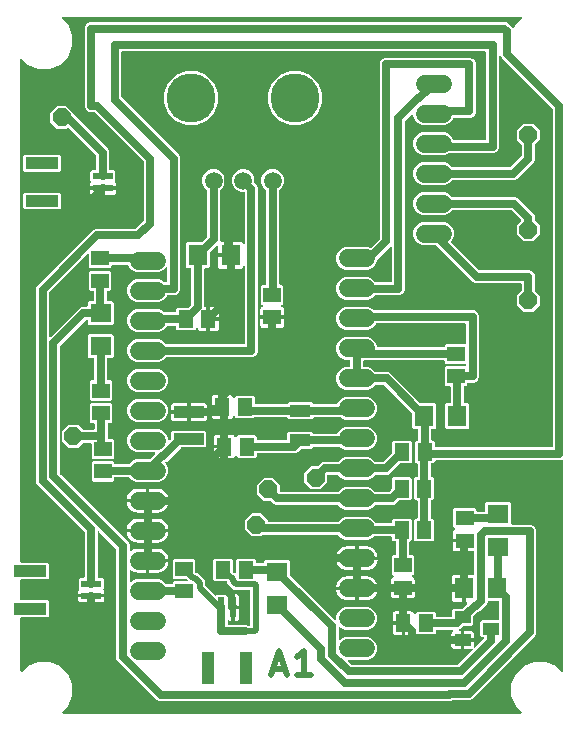
<source format=gbr>
G04 EAGLE Gerber RS-274X export*
G75*
%MOMM*%
%FSLAX34Y34*%
%LPD*%
%INTop Copper*%
%IPPOS*%
%AMOC8*
5,1,8,0,0,1.08239X$1,22.5*%
G01*
%ADD10C,0.508000*%
%ADD11R,1.500000X1.300000*%
%ADD12R,1.600000X1.800000*%
%ADD13R,1.300000X1.500000*%
%ADD14R,1.800000X1.600000*%
%ADD15C,1.524000*%
%ADD16R,2.540000X1.015000*%
%ADD17R,1.400000X1.000000*%
%ADD18R,1.803000X1.600000*%
%ADD19C,1.508000*%
%ADD20C,4.155000*%
%ADD21R,1.800000X1.000000*%
%ADD22R,1.700000X0.600000*%
%ADD23R,2.800000X1.000000*%
%ADD24P,1.649562X8X22.500000*%
%ADD25R,0.600000X1.700000*%
%ADD26R,1.000000X2.800000*%
%ADD27C,0.700000*%
%ADD28C,0.500000*%

G36*
X403904Y172D02*
X403904Y172D01*
X403975Y174D01*
X404024Y192D01*
X404076Y200D01*
X404139Y234D01*
X404206Y259D01*
X404247Y291D01*
X404293Y316D01*
X404343Y368D01*
X404399Y412D01*
X404427Y456D01*
X404463Y494D01*
X404493Y559D01*
X404532Y619D01*
X404544Y670D01*
X404566Y717D01*
X404574Y788D01*
X404592Y858D01*
X404588Y910D01*
X404593Y961D01*
X404578Y1032D01*
X404572Y1103D01*
X404552Y1151D01*
X404541Y1202D01*
X404504Y1263D01*
X404476Y1329D01*
X404431Y1385D01*
X404415Y1413D01*
X404397Y1428D01*
X404371Y1460D01*
X399518Y6314D01*
X395839Y15194D01*
X395839Y24806D01*
X399518Y33686D01*
X406314Y40482D01*
X415194Y44161D01*
X424806Y44161D01*
X433686Y40482D01*
X438540Y35629D01*
X438598Y35587D01*
X438650Y35537D01*
X438697Y35516D01*
X438739Y35485D01*
X438808Y35464D01*
X438873Y35434D01*
X438925Y35428D01*
X438975Y35413D01*
X439046Y35415D01*
X439117Y35407D01*
X439168Y35418D01*
X439220Y35419D01*
X439288Y35444D01*
X439358Y35459D01*
X439403Y35486D01*
X439451Y35504D01*
X439507Y35548D01*
X439569Y35585D01*
X439603Y35625D01*
X439643Y35657D01*
X439682Y35718D01*
X439729Y35772D01*
X439748Y35820D01*
X439776Y35864D01*
X439794Y35934D01*
X439821Y36000D01*
X439829Y36072D01*
X439837Y36103D01*
X439835Y36126D01*
X439839Y36167D01*
X439839Y214302D01*
X439832Y214347D01*
X439834Y214393D01*
X439812Y214468D01*
X439800Y214545D01*
X439778Y214585D01*
X439765Y214629D01*
X439721Y214693D01*
X439684Y214762D01*
X439651Y214794D01*
X439625Y214832D01*
X439562Y214878D01*
X439506Y214932D01*
X439464Y214951D01*
X439428Y214978D01*
X439354Y215002D01*
X439283Y215035D01*
X439237Y215040D01*
X439194Y215054D01*
X439116Y215054D01*
X439039Y215062D01*
X438994Y215053D01*
X438948Y215052D01*
X438816Y215014D01*
X438798Y215010D01*
X438794Y215007D01*
X438787Y215005D01*
X437444Y214449D01*
X331712Y214449D01*
X331692Y214446D01*
X331673Y214448D01*
X331571Y214426D01*
X331469Y214410D01*
X331452Y214400D01*
X331432Y214396D01*
X331343Y214343D01*
X331252Y214294D01*
X331238Y214280D01*
X331221Y214270D01*
X331154Y214191D01*
X331082Y214116D01*
X331074Y214098D01*
X331061Y214083D01*
X331022Y213987D01*
X330979Y213893D01*
X330977Y213873D01*
X330969Y213855D01*
X330951Y213688D01*
X330951Y213351D01*
X329749Y212149D01*
X328212Y212149D01*
X328192Y212146D01*
X328173Y212148D01*
X328071Y212126D01*
X327969Y212110D01*
X327952Y212100D01*
X327932Y212096D01*
X327843Y212043D01*
X327752Y211994D01*
X327738Y211980D01*
X327721Y211970D01*
X327654Y211891D01*
X327582Y211816D01*
X327574Y211798D01*
X327561Y211783D01*
X327522Y211687D01*
X327479Y211593D01*
X327477Y211573D01*
X327469Y211555D01*
X327451Y211388D01*
X327451Y201012D01*
X327454Y200992D01*
X327452Y200973D01*
X327474Y200871D01*
X327490Y200769D01*
X327500Y200752D01*
X327504Y200732D01*
X327557Y200643D01*
X327606Y200552D01*
X327620Y200538D01*
X327630Y200521D01*
X327709Y200454D01*
X327784Y200382D01*
X327802Y200374D01*
X327817Y200361D01*
X327913Y200322D01*
X328007Y200279D01*
X328027Y200277D01*
X328045Y200269D01*
X328212Y200251D01*
X329249Y200251D01*
X330451Y199049D01*
X330451Y182351D01*
X329249Y181149D01*
X328212Y181149D01*
X328192Y181146D01*
X328173Y181148D01*
X328071Y181126D01*
X327969Y181110D01*
X327952Y181100D01*
X327932Y181096D01*
X327843Y181043D01*
X327752Y180994D01*
X327738Y180980D01*
X327721Y180970D01*
X327654Y180891D01*
X327582Y180816D01*
X327574Y180798D01*
X327561Y180783D01*
X327522Y180687D01*
X327479Y180593D01*
X327477Y180573D01*
X327469Y180555D01*
X327451Y180388D01*
X327451Y166012D01*
X327454Y165992D01*
X327452Y165973D01*
X327474Y165871D01*
X327490Y165769D01*
X327500Y165752D01*
X327504Y165732D01*
X327557Y165643D01*
X327606Y165552D01*
X327620Y165538D01*
X327630Y165521D01*
X327709Y165454D01*
X327784Y165382D01*
X327802Y165374D01*
X327817Y165361D01*
X327913Y165322D01*
X328007Y165279D01*
X328027Y165277D01*
X328045Y165269D01*
X328212Y165251D01*
X329249Y165251D01*
X330451Y164049D01*
X330451Y147351D01*
X329249Y146149D01*
X314551Y146149D01*
X313349Y147351D01*
X313349Y164049D01*
X314551Y165251D01*
X315588Y165251D01*
X315608Y165254D01*
X315627Y165252D01*
X315729Y165274D01*
X315831Y165290D01*
X315848Y165300D01*
X315868Y165304D01*
X315957Y165357D01*
X316048Y165406D01*
X316062Y165420D01*
X316079Y165430D01*
X316146Y165509D01*
X316218Y165584D01*
X316226Y165602D01*
X316239Y165617D01*
X316278Y165713D01*
X316321Y165807D01*
X316323Y165827D01*
X316331Y165845D01*
X316349Y166012D01*
X316349Y180388D01*
X316346Y180408D01*
X316348Y180427D01*
X316326Y180529D01*
X316310Y180631D01*
X316300Y180648D01*
X316296Y180668D01*
X316243Y180757D01*
X316194Y180848D01*
X316180Y180862D01*
X316170Y180879D01*
X316091Y180946D01*
X316016Y181018D01*
X315998Y181026D01*
X315983Y181039D01*
X315887Y181078D01*
X315793Y181121D01*
X315773Y181123D01*
X315755Y181131D01*
X315588Y181149D01*
X314551Y181149D01*
X313349Y182351D01*
X313349Y199049D01*
X314551Y200251D01*
X315588Y200251D01*
X315608Y200254D01*
X315627Y200252D01*
X315729Y200274D01*
X315831Y200290D01*
X315848Y200300D01*
X315868Y200304D01*
X315957Y200357D01*
X316048Y200406D01*
X316062Y200420D01*
X316079Y200430D01*
X316146Y200509D01*
X316218Y200584D01*
X316226Y200602D01*
X316239Y200617D01*
X316278Y200713D01*
X316321Y200807D01*
X316323Y200827D01*
X316331Y200845D01*
X316349Y201012D01*
X316349Y211388D01*
X316346Y211408D01*
X316348Y211427D01*
X316326Y211529D01*
X316310Y211631D01*
X316300Y211648D01*
X316296Y211668D01*
X316243Y211757D01*
X316194Y211848D01*
X316180Y211862D01*
X316170Y211879D01*
X316091Y211946D01*
X316016Y212018D01*
X315998Y212026D01*
X315983Y212039D01*
X315887Y212078D01*
X315793Y212121D01*
X315773Y212123D01*
X315755Y212131D01*
X315588Y212149D01*
X315051Y212149D01*
X313849Y213351D01*
X313849Y230049D01*
X315051Y231251D01*
X316088Y231251D01*
X316108Y231254D01*
X316127Y231252D01*
X316229Y231274D01*
X316331Y231290D01*
X316348Y231300D01*
X316368Y231304D01*
X316457Y231357D01*
X316548Y231406D01*
X316562Y231420D01*
X316579Y231430D01*
X316646Y231509D01*
X316718Y231584D01*
X316726Y231602D01*
X316739Y231617D01*
X316778Y231713D01*
X316821Y231807D01*
X316823Y231827D01*
X316831Y231845D01*
X316849Y232012D01*
X316849Y240288D01*
X316846Y240308D01*
X316848Y240327D01*
X316826Y240429D01*
X316810Y240531D01*
X316800Y240548D01*
X316796Y240568D01*
X316743Y240657D01*
X316694Y240748D01*
X316680Y240762D01*
X316670Y240779D01*
X316591Y240846D01*
X316516Y240918D01*
X316498Y240926D01*
X316483Y240939D01*
X316387Y240978D01*
X316293Y241021D01*
X316273Y241023D01*
X316255Y241031D01*
X316088Y241049D01*
X313251Y241049D01*
X312049Y242251D01*
X312049Y253985D01*
X312035Y254076D01*
X312027Y254166D01*
X312015Y254196D01*
X312010Y254228D01*
X311967Y254309D01*
X311931Y254393D01*
X311905Y254425D01*
X311894Y254446D01*
X311871Y254468D01*
X311826Y254524D01*
X288124Y278226D01*
X288050Y278279D01*
X287980Y278339D01*
X287950Y278351D01*
X287924Y278370D01*
X287837Y278397D01*
X287752Y278431D01*
X287711Y278435D01*
X287689Y278442D01*
X287657Y278441D01*
X287585Y278449D01*
X280961Y278449D01*
X280871Y278435D01*
X280780Y278427D01*
X280750Y278415D01*
X280718Y278410D01*
X280638Y278367D01*
X280554Y278331D01*
X280522Y278305D01*
X280501Y278294D01*
X280479Y278271D01*
X280423Y278226D01*
X277998Y275802D01*
X274444Y274329D01*
X255356Y274329D01*
X251802Y275802D01*
X249082Y278522D01*
X247609Y282076D01*
X247609Y285924D01*
X249082Y289478D01*
X251802Y292198D01*
X255356Y293671D01*
X258588Y293671D01*
X258608Y293674D01*
X258627Y293672D01*
X258729Y293694D01*
X258831Y293710D01*
X258848Y293720D01*
X258868Y293724D01*
X258957Y293777D01*
X259048Y293826D01*
X259062Y293840D01*
X259079Y293850D01*
X259146Y293929D01*
X259218Y294004D01*
X259226Y294022D01*
X259239Y294037D01*
X259278Y294133D01*
X259321Y294227D01*
X259323Y294247D01*
X259331Y294265D01*
X259349Y294432D01*
X259349Y298968D01*
X259346Y298988D01*
X259348Y299007D01*
X259326Y299109D01*
X259310Y299211D01*
X259300Y299228D01*
X259296Y299248D01*
X259243Y299337D01*
X259194Y299428D01*
X259180Y299442D01*
X259170Y299459D01*
X259091Y299526D01*
X259016Y299598D01*
X258998Y299606D01*
X258983Y299619D01*
X258887Y299658D01*
X258793Y299701D01*
X258773Y299703D01*
X258755Y299711D01*
X258588Y299729D01*
X255356Y299729D01*
X251802Y301202D01*
X249082Y303922D01*
X247609Y307476D01*
X247609Y311324D01*
X249082Y314878D01*
X251802Y317598D01*
X255356Y319071D01*
X274444Y319071D01*
X277998Y317598D01*
X280718Y314878D01*
X282191Y311324D01*
X282191Y311012D01*
X282194Y310992D01*
X282192Y310973D01*
X282214Y310871D01*
X282230Y310769D01*
X282240Y310752D01*
X282244Y310732D01*
X282297Y310643D01*
X282346Y310552D01*
X282360Y310538D01*
X282370Y310521D01*
X282449Y310454D01*
X282524Y310382D01*
X282542Y310374D01*
X282557Y310361D01*
X282653Y310322D01*
X282747Y310279D01*
X282767Y310277D01*
X282785Y310269D01*
X282952Y310251D01*
X338788Y310251D01*
X338808Y310254D01*
X338827Y310252D01*
X338929Y310274D01*
X339031Y310290D01*
X339048Y310300D01*
X339068Y310304D01*
X339157Y310357D01*
X339248Y310406D01*
X339262Y310420D01*
X339279Y310430D01*
X339346Y310509D01*
X339418Y310584D01*
X339426Y310602D01*
X339439Y310617D01*
X339478Y310713D01*
X339521Y310807D01*
X339523Y310827D01*
X339531Y310845D01*
X339549Y311012D01*
X339549Y312049D01*
X340751Y313251D01*
X356688Y313251D01*
X356708Y313254D01*
X356727Y313252D01*
X356829Y313274D01*
X356931Y313290D01*
X356948Y313300D01*
X356968Y313304D01*
X357057Y313357D01*
X357148Y313406D01*
X357162Y313420D01*
X357179Y313430D01*
X357246Y313509D01*
X357318Y313584D01*
X357326Y313602D01*
X357339Y313617D01*
X357378Y313713D01*
X357421Y313807D01*
X357423Y313827D01*
X357431Y313845D01*
X357449Y314012D01*
X357449Y329688D01*
X357446Y329708D01*
X357448Y329727D01*
X357426Y329829D01*
X357410Y329931D01*
X357400Y329948D01*
X357396Y329968D01*
X357343Y330057D01*
X357294Y330148D01*
X357280Y330162D01*
X357270Y330179D01*
X357191Y330246D01*
X357116Y330318D01*
X357098Y330326D01*
X357083Y330339D01*
X356987Y330378D01*
X356893Y330421D01*
X356873Y330423D01*
X356855Y330431D01*
X356688Y330449D01*
X281694Y330449D01*
X281580Y330431D01*
X281463Y330413D01*
X281457Y330411D01*
X281451Y330410D01*
X281348Y330355D01*
X281244Y330302D01*
X281239Y330297D01*
X281234Y330294D01*
X281153Y330209D01*
X281072Y330126D01*
X281068Y330120D01*
X281065Y330116D01*
X281057Y330099D01*
X280991Y329979D01*
X280718Y329322D01*
X277998Y326602D01*
X274444Y325129D01*
X255356Y325129D01*
X251802Y326602D01*
X249082Y329322D01*
X247609Y332876D01*
X247609Y336724D01*
X249082Y340278D01*
X251802Y342998D01*
X255356Y344471D01*
X274444Y344471D01*
X277998Y342998D01*
X279223Y341774D01*
X279297Y341721D01*
X279366Y341661D01*
X279396Y341649D01*
X279422Y341630D01*
X279510Y341603D01*
X279594Y341569D01*
X279635Y341565D01*
X279658Y341558D01*
X279690Y341559D01*
X279761Y341551D01*
X364104Y341551D01*
X366144Y340706D01*
X367706Y339144D01*
X368551Y337104D01*
X368551Y284896D01*
X367706Y282856D01*
X366144Y281294D01*
X364104Y280449D01*
X359412Y280449D01*
X359392Y280446D01*
X359373Y280448D01*
X359271Y280426D01*
X359169Y280410D01*
X359152Y280400D01*
X359132Y280396D01*
X359043Y280343D01*
X358952Y280294D01*
X358938Y280280D01*
X358921Y280270D01*
X358854Y280191D01*
X358782Y280116D01*
X358774Y280098D01*
X358761Y280083D01*
X358722Y279987D01*
X358679Y279893D01*
X358677Y279873D01*
X358669Y279855D01*
X358651Y279688D01*
X358651Y278351D01*
X357449Y277149D01*
X356412Y277149D01*
X356392Y277146D01*
X356373Y277148D01*
X356271Y277126D01*
X356169Y277110D01*
X356152Y277100D01*
X356132Y277096D01*
X356043Y277043D01*
X355952Y276994D01*
X355938Y276980D01*
X355921Y276970D01*
X355854Y276891D01*
X355782Y276816D01*
X355774Y276798D01*
X355761Y276783D01*
X355722Y276687D01*
X355679Y276593D01*
X355677Y276573D01*
X355669Y276555D01*
X355651Y276388D01*
X355651Y263912D01*
X355654Y263892D01*
X355652Y263873D01*
X355674Y263771D01*
X355690Y263669D01*
X355700Y263652D01*
X355704Y263632D01*
X355757Y263543D01*
X355806Y263452D01*
X355820Y263438D01*
X355830Y263421D01*
X355909Y263354D01*
X355984Y263282D01*
X356002Y263274D01*
X356017Y263261D01*
X356113Y263222D01*
X356207Y263179D01*
X356227Y263177D01*
X356245Y263169D01*
X356412Y263151D01*
X358949Y263151D01*
X360151Y261949D01*
X360151Y242251D01*
X358949Y241049D01*
X341251Y241049D01*
X340049Y242251D01*
X340049Y261949D01*
X341251Y263151D01*
X343788Y263151D01*
X343808Y263154D01*
X343827Y263152D01*
X343929Y263174D01*
X344031Y263190D01*
X344048Y263200D01*
X344068Y263204D01*
X344157Y263257D01*
X344248Y263306D01*
X344262Y263320D01*
X344279Y263330D01*
X344346Y263409D01*
X344418Y263484D01*
X344426Y263502D01*
X344439Y263517D01*
X344478Y263613D01*
X344521Y263707D01*
X344523Y263727D01*
X344531Y263745D01*
X344549Y263912D01*
X344549Y276388D01*
X344546Y276408D01*
X344548Y276427D01*
X344526Y276529D01*
X344510Y276631D01*
X344500Y276648D01*
X344496Y276668D01*
X344443Y276757D01*
X344394Y276848D01*
X344380Y276862D01*
X344370Y276879D01*
X344291Y276946D01*
X344216Y277018D01*
X344198Y277026D01*
X344183Y277039D01*
X344087Y277078D01*
X343993Y277121D01*
X343973Y277123D01*
X343955Y277131D01*
X343788Y277149D01*
X340751Y277149D01*
X339549Y278351D01*
X339549Y293049D01*
X340751Y294251D01*
X356688Y294251D01*
X356708Y294254D01*
X356727Y294252D01*
X356829Y294274D01*
X356931Y294290D01*
X356948Y294300D01*
X356968Y294304D01*
X357057Y294357D01*
X357148Y294406D01*
X357162Y294420D01*
X357179Y294430D01*
X357246Y294509D01*
X357318Y294584D01*
X357326Y294602D01*
X357339Y294617D01*
X357378Y294713D01*
X357421Y294807D01*
X357423Y294827D01*
X357431Y294845D01*
X357449Y295012D01*
X357449Y295388D01*
X357446Y295408D01*
X357448Y295427D01*
X357426Y295529D01*
X357410Y295631D01*
X357400Y295648D01*
X357396Y295668D01*
X357343Y295757D01*
X357294Y295848D01*
X357280Y295862D01*
X357270Y295879D01*
X357191Y295946D01*
X357116Y296018D01*
X357098Y296026D01*
X357083Y296039D01*
X356987Y296078D01*
X356893Y296121D01*
X356873Y296123D01*
X356855Y296131D01*
X356688Y296149D01*
X340751Y296149D01*
X339549Y297351D01*
X339549Y298388D01*
X339546Y298408D01*
X339548Y298427D01*
X339526Y298529D01*
X339510Y298631D01*
X339500Y298648D01*
X339496Y298668D01*
X339443Y298757D01*
X339394Y298848D01*
X339380Y298862D01*
X339370Y298879D01*
X339291Y298946D01*
X339216Y299018D01*
X339198Y299026D01*
X339183Y299039D01*
X339087Y299078D01*
X338993Y299121D01*
X338973Y299123D01*
X338955Y299131D01*
X338788Y299149D01*
X271212Y299149D01*
X271192Y299146D01*
X271173Y299148D01*
X271071Y299126D01*
X270969Y299110D01*
X270952Y299100D01*
X270932Y299096D01*
X270843Y299043D01*
X270752Y298994D01*
X270738Y298980D01*
X270721Y298970D01*
X270654Y298891D01*
X270582Y298816D01*
X270574Y298798D01*
X270561Y298783D01*
X270522Y298687D01*
X270479Y298593D01*
X270477Y298573D01*
X270469Y298555D01*
X270451Y298388D01*
X270451Y294432D01*
X270454Y294412D01*
X270452Y294393D01*
X270474Y294291D01*
X270490Y294189D01*
X270500Y294172D01*
X270504Y294152D01*
X270557Y294063D01*
X270606Y293972D01*
X270620Y293958D01*
X270630Y293941D01*
X270709Y293874D01*
X270784Y293802D01*
X270802Y293794D01*
X270817Y293781D01*
X270913Y293742D01*
X271007Y293699D01*
X271027Y293697D01*
X271045Y293689D01*
X271212Y293671D01*
X274444Y293671D01*
X277998Y292198D01*
X280423Y289774D01*
X280497Y289721D01*
X280566Y289661D01*
X280596Y289649D01*
X280622Y289630D01*
X280710Y289603D01*
X280794Y289569D01*
X280835Y289565D01*
X280858Y289558D01*
X280890Y289559D01*
X280961Y289551D01*
X291304Y289551D01*
X293344Y288706D01*
X318676Y263374D01*
X318750Y263321D01*
X318820Y263261D01*
X318850Y263249D01*
X318876Y263230D01*
X318963Y263203D01*
X319048Y263169D01*
X319089Y263165D01*
X319111Y263158D01*
X319143Y263159D01*
X319215Y263151D01*
X330949Y263151D01*
X332151Y261949D01*
X332151Y242251D01*
X330949Y241049D01*
X328712Y241049D01*
X328692Y241046D01*
X328673Y241048D01*
X328571Y241026D01*
X328469Y241010D01*
X328452Y241000D01*
X328432Y240996D01*
X328343Y240943D01*
X328252Y240894D01*
X328238Y240880D01*
X328221Y240870D01*
X328154Y240791D01*
X328082Y240716D01*
X328074Y240698D01*
X328061Y240683D01*
X328022Y240587D01*
X327979Y240493D01*
X327977Y240473D01*
X327969Y240455D01*
X327951Y240288D01*
X327951Y232012D01*
X327954Y231992D01*
X327952Y231973D01*
X327974Y231871D01*
X327990Y231769D01*
X328000Y231752D01*
X328004Y231732D01*
X328057Y231643D01*
X328106Y231552D01*
X328120Y231538D01*
X328130Y231521D01*
X328209Y231454D01*
X328284Y231382D01*
X328302Y231374D01*
X328317Y231361D01*
X328413Y231322D01*
X328507Y231279D01*
X328527Y231277D01*
X328545Y231269D01*
X328712Y231251D01*
X329749Y231251D01*
X330951Y230049D01*
X330951Y226312D01*
X330954Y226292D01*
X330952Y226273D01*
X330974Y226171D01*
X330990Y226069D01*
X331000Y226052D01*
X331004Y226032D01*
X331057Y225943D01*
X331106Y225852D01*
X331120Y225838D01*
X331130Y225821D01*
X331209Y225754D01*
X331284Y225682D01*
X331302Y225674D01*
X331317Y225661D01*
X331413Y225622D01*
X331507Y225579D01*
X331527Y225577D01*
X331545Y225569D01*
X331712Y225551D01*
X430028Y225551D01*
X430048Y225554D01*
X430067Y225552D01*
X430169Y225574D01*
X430271Y225590D01*
X430288Y225600D01*
X430308Y225604D01*
X430397Y225657D01*
X430488Y225706D01*
X430502Y225720D01*
X430519Y225730D01*
X430586Y225809D01*
X430658Y225884D01*
X430666Y225902D01*
X430679Y225917D01*
X430718Y226013D01*
X430761Y226107D01*
X430763Y226127D01*
X430771Y226145D01*
X430789Y226312D01*
X430789Y511928D01*
X430775Y512018D01*
X430767Y512109D01*
X430755Y512139D01*
X430750Y512171D01*
X430707Y512252D01*
X430671Y512336D01*
X430645Y512368D01*
X430634Y512388D01*
X430611Y512411D01*
X430566Y512467D01*
X387634Y555399D01*
X387015Y556893D01*
X386964Y556976D01*
X386918Y557062D01*
X386899Y557080D01*
X386886Y557102D01*
X386811Y557164D01*
X386740Y557231D01*
X386716Y557242D01*
X386696Y557259D01*
X386605Y557294D01*
X386517Y557335D01*
X386491Y557338D01*
X386467Y557347D01*
X386369Y557351D01*
X386273Y557362D01*
X386247Y557356D01*
X386221Y557358D01*
X386127Y557330D01*
X386032Y557310D01*
X386010Y557296D01*
X385985Y557289D01*
X385905Y557233D01*
X385821Y557184D01*
X385804Y557164D01*
X385783Y557149D01*
X385724Y557071D01*
X385661Y556997D01*
X385651Y556972D01*
X385636Y556951D01*
X385606Y556859D01*
X385569Y556768D01*
X385566Y556736D01*
X385560Y556717D01*
X385560Y556684D01*
X385551Y556602D01*
X385551Y478896D01*
X384706Y476856D01*
X383144Y475294D01*
X381104Y474449D01*
X343123Y474449D01*
X343059Y474439D01*
X342993Y474438D01*
X342913Y474415D01*
X342880Y474410D01*
X342863Y474400D01*
X342832Y474391D01*
X339544Y473029D01*
X320456Y473029D01*
X316902Y474502D01*
X314182Y477222D01*
X312709Y480776D01*
X312709Y484624D01*
X314182Y488178D01*
X316902Y490898D01*
X320456Y492371D01*
X339544Y492371D01*
X343098Y490898D01*
X345818Y488178D01*
X346712Y486021D01*
X346774Y485921D01*
X346834Y485821D01*
X346838Y485817D01*
X346842Y485812D01*
X346931Y485737D01*
X347020Y485661D01*
X347026Y485659D01*
X347031Y485655D01*
X347139Y485613D01*
X347249Y485569D01*
X347256Y485568D01*
X347261Y485567D01*
X347279Y485566D01*
X347415Y485551D01*
X373688Y485551D01*
X373708Y485554D01*
X373727Y485552D01*
X373829Y485574D01*
X373931Y485590D01*
X373948Y485600D01*
X373968Y485604D01*
X374057Y485657D01*
X374148Y485706D01*
X374162Y485720D01*
X374179Y485730D01*
X374246Y485809D01*
X374318Y485884D01*
X374326Y485902D01*
X374339Y485917D01*
X374378Y486013D01*
X374421Y486107D01*
X374423Y486127D01*
X374431Y486145D01*
X374449Y486312D01*
X374449Y560028D01*
X374446Y560048D01*
X374448Y560067D01*
X374426Y560169D01*
X374410Y560271D01*
X374400Y560288D01*
X374396Y560308D01*
X374343Y560397D01*
X374294Y560488D01*
X374280Y560502D01*
X374270Y560519D01*
X374191Y560586D01*
X374116Y560658D01*
X374098Y560666D01*
X374083Y560679D01*
X373987Y560718D01*
X373893Y560761D01*
X373873Y560763D01*
X373855Y560771D01*
X373688Y560789D01*
X66312Y560789D01*
X66292Y560786D01*
X66273Y560788D01*
X66171Y560766D01*
X66069Y560750D01*
X66052Y560740D01*
X66032Y560736D01*
X65943Y560683D01*
X65852Y560634D01*
X65838Y560620D01*
X65821Y560610D01*
X65754Y560531D01*
X65682Y560456D01*
X65674Y560438D01*
X65661Y560423D01*
X65622Y560327D01*
X65579Y560233D01*
X65577Y560213D01*
X65569Y560195D01*
X65551Y560028D01*
X65551Y522615D01*
X65565Y522524D01*
X65573Y522434D01*
X65585Y522404D01*
X65590Y522372D01*
X65633Y522291D01*
X65669Y522207D01*
X65695Y522175D01*
X65706Y522154D01*
X65729Y522132D01*
X65774Y522076D01*
X114706Y473144D01*
X115551Y471104D01*
X115551Y358896D01*
X114706Y356856D01*
X113144Y355294D01*
X111104Y354449D01*
X104801Y354449D01*
X104686Y354430D01*
X104570Y354413D01*
X104565Y354411D01*
X104558Y354410D01*
X104455Y354355D01*
X104351Y354302D01*
X104347Y354297D01*
X104341Y354294D01*
X104261Y354210D01*
X104179Y354126D01*
X104175Y354120D01*
X104172Y354116D01*
X104164Y354099D01*
X104098Y353979D01*
X103618Y352822D01*
X100898Y350102D01*
X97344Y348629D01*
X78256Y348629D01*
X74702Y350102D01*
X71982Y352822D01*
X70509Y356376D01*
X70509Y360224D01*
X71982Y363778D01*
X74702Y366498D01*
X78256Y367971D01*
X97344Y367971D01*
X100898Y366498D01*
X101623Y365774D01*
X101697Y365721D01*
X101766Y365661D01*
X101796Y365649D01*
X101823Y365630D01*
X101909Y365603D01*
X101994Y365569D01*
X102035Y365565D01*
X102058Y365558D01*
X102090Y365559D01*
X102161Y365551D01*
X103688Y365551D01*
X103708Y365554D01*
X103727Y365552D01*
X103829Y365574D01*
X103931Y365590D01*
X103948Y365600D01*
X103968Y365604D01*
X104057Y365657D01*
X104148Y365706D01*
X104162Y365720D01*
X104179Y365730D01*
X104246Y365809D01*
X104318Y365884D01*
X104326Y365902D01*
X104339Y365917D01*
X104378Y366013D01*
X104421Y366107D01*
X104423Y366127D01*
X104431Y366145D01*
X104449Y366312D01*
X104449Y377215D01*
X104438Y377286D01*
X104436Y377357D01*
X104418Y377406D01*
X104410Y377458D01*
X104376Y377521D01*
X104351Y377588D01*
X104319Y377629D01*
X104294Y377675D01*
X104242Y377724D01*
X104198Y377780D01*
X104154Y377809D01*
X104116Y377844D01*
X104051Y377875D01*
X103991Y377913D01*
X103940Y377926D01*
X103893Y377948D01*
X103822Y377956D01*
X103752Y377974D01*
X103700Y377969D01*
X103649Y377975D01*
X103578Y377960D01*
X103507Y377954D01*
X103459Y377934D01*
X103408Y377923D01*
X103347Y377886D01*
X103281Y377858D01*
X103225Y377813D01*
X103197Y377797D01*
X103182Y377779D01*
X103150Y377753D01*
X100898Y375502D01*
X97344Y374029D01*
X78256Y374029D01*
X74702Y375502D01*
X71982Y378222D01*
X71378Y379679D01*
X71316Y379779D01*
X71256Y379879D01*
X71252Y379883D01*
X71248Y379888D01*
X71159Y379963D01*
X71069Y380039D01*
X71064Y380041D01*
X71059Y380045D01*
X70951Y380087D01*
X70841Y380131D01*
X70834Y380132D01*
X70829Y380133D01*
X70811Y380134D01*
X70675Y380149D01*
X58012Y380149D01*
X57992Y380146D01*
X57973Y380148D01*
X57871Y380126D01*
X57769Y380110D01*
X57752Y380100D01*
X57732Y380096D01*
X57643Y380043D01*
X57552Y379994D01*
X57538Y379980D01*
X57521Y379970D01*
X57454Y379891D01*
X57382Y379816D01*
X57374Y379798D01*
X57361Y379783D01*
X57322Y379687D01*
X57279Y379593D01*
X57277Y379573D01*
X57269Y379555D01*
X57251Y379388D01*
X57251Y378351D01*
X56049Y377149D01*
X39351Y377149D01*
X38149Y378351D01*
X38149Y388310D01*
X38138Y388381D01*
X38136Y388453D01*
X38118Y388502D01*
X38110Y388553D01*
X38076Y388616D01*
X38051Y388684D01*
X38019Y388725D01*
X37994Y388771D01*
X37943Y388820D01*
X37898Y388876D01*
X37854Y388904D01*
X37816Y388940D01*
X37751Y388970D01*
X37691Y389009D01*
X37640Y389022D01*
X37593Y389044D01*
X37522Y389051D01*
X37452Y389069D01*
X37400Y389065D01*
X37349Y389071D01*
X37278Y389055D01*
X37207Y389050D01*
X37159Y389029D01*
X37108Y389018D01*
X37047Y388982D01*
X36981Y388954D01*
X36925Y388909D01*
X36897Y388892D01*
X36882Y388874D01*
X36850Y388849D01*
X4724Y356723D01*
X4671Y356649D01*
X4611Y356579D01*
X4599Y356549D01*
X4580Y356523D01*
X4553Y356436D01*
X4519Y356351D01*
X4515Y356310D01*
X4508Y356288D01*
X4509Y356256D01*
X4501Y356184D01*
X4501Y319888D01*
X4512Y319818D01*
X4514Y319746D01*
X4532Y319697D01*
X4540Y319646D01*
X4574Y319582D01*
X4599Y319515D01*
X4631Y319474D01*
X4656Y319428D01*
X4707Y319379D01*
X4752Y319323D01*
X4796Y319295D01*
X4834Y319259D01*
X4899Y319229D01*
X4959Y319190D01*
X5010Y319177D01*
X5057Y319155D01*
X5128Y319147D01*
X5198Y319130D01*
X5250Y319134D01*
X5301Y319128D01*
X5372Y319143D01*
X5443Y319149D01*
X5491Y319169D01*
X5542Y319180D01*
X5603Y319217D01*
X5669Y319245D01*
X5725Y319290D01*
X5753Y319307D01*
X5768Y319324D01*
X5800Y319350D01*
X28687Y342237D01*
X30356Y343906D01*
X32396Y344751D01*
X36388Y344751D01*
X36408Y344754D01*
X36427Y344752D01*
X36529Y344774D01*
X36631Y344790D01*
X36648Y344800D01*
X36668Y344804D01*
X36757Y344857D01*
X36848Y344906D01*
X36862Y344920D01*
X36879Y344930D01*
X36946Y345009D01*
X37018Y345084D01*
X37026Y345102D01*
X37039Y345117D01*
X37078Y345213D01*
X37121Y345307D01*
X37123Y345327D01*
X37131Y345345D01*
X37149Y345512D01*
X37149Y348049D01*
X38351Y349251D01*
X41388Y349251D01*
X41408Y349254D01*
X41427Y349252D01*
X41529Y349274D01*
X41631Y349290D01*
X41648Y349300D01*
X41668Y349304D01*
X41757Y349357D01*
X41848Y349406D01*
X41862Y349420D01*
X41879Y349430D01*
X41946Y349509D01*
X42018Y349584D01*
X42026Y349602D01*
X42039Y349617D01*
X42078Y349713D01*
X42121Y349807D01*
X42123Y349827D01*
X42131Y349845D01*
X42149Y350012D01*
X42149Y357388D01*
X42146Y357408D01*
X42148Y357427D01*
X42126Y357529D01*
X42110Y357631D01*
X42100Y357648D01*
X42096Y357668D01*
X42043Y357757D01*
X41994Y357848D01*
X41980Y357862D01*
X41970Y357879D01*
X41891Y357946D01*
X41816Y358018D01*
X41798Y358026D01*
X41783Y358039D01*
X41687Y358078D01*
X41593Y358121D01*
X41573Y358123D01*
X41555Y358131D01*
X41388Y358149D01*
X39351Y358149D01*
X38149Y359351D01*
X38149Y374049D01*
X39351Y375251D01*
X56049Y375251D01*
X57251Y374049D01*
X57251Y359351D01*
X56049Y358149D01*
X54012Y358149D01*
X53992Y358146D01*
X53973Y358148D01*
X53871Y358126D01*
X53769Y358110D01*
X53752Y358100D01*
X53732Y358096D01*
X53643Y358043D01*
X53552Y357994D01*
X53538Y357980D01*
X53521Y357970D01*
X53454Y357891D01*
X53382Y357816D01*
X53374Y357798D01*
X53361Y357783D01*
X53322Y357687D01*
X53279Y357593D01*
X53277Y357573D01*
X53269Y357555D01*
X53251Y357388D01*
X53251Y350012D01*
X53254Y349992D01*
X53252Y349973D01*
X53274Y349871D01*
X53290Y349769D01*
X53300Y349752D01*
X53304Y349732D01*
X53357Y349643D01*
X53406Y349552D01*
X53420Y349538D01*
X53430Y349521D01*
X53509Y349454D01*
X53584Y349382D01*
X53602Y349374D01*
X53617Y349361D01*
X53713Y349322D01*
X53807Y349279D01*
X53827Y349277D01*
X53845Y349269D01*
X54012Y349251D01*
X58049Y349251D01*
X59251Y348049D01*
X59251Y330351D01*
X58049Y329149D01*
X38351Y329149D01*
X37149Y330351D01*
X37149Y332888D01*
X37146Y332908D01*
X37148Y332927D01*
X37126Y333029D01*
X37110Y333131D01*
X37100Y333148D01*
X37096Y333168D01*
X37043Y333257D01*
X36994Y333348D01*
X36980Y333362D01*
X36970Y333379D01*
X36891Y333446D01*
X36816Y333518D01*
X36798Y333526D01*
X36783Y333539D01*
X36687Y333578D01*
X36593Y333621D01*
X36573Y333623D01*
X36555Y333631D01*
X36388Y333649D01*
X36114Y333649D01*
X36024Y333635D01*
X35933Y333627D01*
X35904Y333615D01*
X35872Y333610D01*
X35791Y333567D01*
X35707Y333531D01*
X35675Y333505D01*
X35654Y333494D01*
X35632Y333471D01*
X35576Y333426D01*
X13774Y311624D01*
X13721Y311550D01*
X13661Y311480D01*
X13649Y311450D01*
X13630Y311424D01*
X13603Y311337D01*
X13569Y311252D01*
X13565Y311211D01*
X13558Y311189D01*
X13559Y311157D01*
X13551Y311086D01*
X13551Y203615D01*
X13565Y203524D01*
X13573Y203434D01*
X13585Y203404D01*
X13590Y203372D01*
X13633Y203291D01*
X13669Y203207D01*
X13695Y203175D01*
X13706Y203154D01*
X13729Y203132D01*
X13774Y203076D01*
X71716Y145134D01*
X72561Y143094D01*
X72561Y138218D01*
X72563Y138206D01*
X72561Y138194D01*
X72583Y138085D01*
X72600Y137975D01*
X72606Y137964D01*
X72608Y137953D01*
X72664Y137855D01*
X72716Y137758D01*
X72724Y137749D01*
X72730Y137739D01*
X72813Y137665D01*
X72894Y137588D01*
X72905Y137583D01*
X72914Y137575D01*
X73016Y137531D01*
X73117Y137485D01*
X73129Y137483D01*
X73140Y137479D01*
X73251Y137470D01*
X73361Y137457D01*
X73373Y137460D01*
X73385Y137459D01*
X73493Y137486D01*
X73602Y137510D01*
X73612Y137516D01*
X73624Y137519D01*
X73769Y137602D01*
X74855Y138390D01*
X76280Y139116D01*
X77801Y139611D01*
X79380Y139861D01*
X86277Y139861D01*
X86277Y130462D01*
X86280Y130442D01*
X86278Y130423D01*
X86300Y130321D01*
X86317Y130219D01*
X86326Y130202D01*
X86330Y130182D01*
X86383Y130093D01*
X86432Y130002D01*
X86446Y129988D01*
X86456Y129971D01*
X86535Y129904D01*
X86610Y129833D01*
X86628Y129824D01*
X86643Y129811D01*
X86739Y129773D01*
X86833Y129729D01*
X86853Y129727D01*
X86871Y129719D01*
X87038Y129701D01*
X87801Y129701D01*
X87801Y129699D01*
X87038Y129699D01*
X87018Y129696D01*
X86999Y129698D01*
X86897Y129676D01*
X86795Y129659D01*
X86778Y129650D01*
X86758Y129646D01*
X86669Y129593D01*
X86578Y129544D01*
X86564Y129530D01*
X86547Y129520D01*
X86480Y129441D01*
X86409Y129366D01*
X86400Y129348D01*
X86387Y129333D01*
X86348Y129237D01*
X86305Y129143D01*
X86303Y129123D01*
X86295Y129105D01*
X86277Y128938D01*
X86277Y119539D01*
X79380Y119539D01*
X77801Y119789D01*
X76280Y120284D01*
X74855Y121010D01*
X73769Y121798D01*
X73759Y121804D01*
X73750Y121812D01*
X73650Y121859D01*
X73550Y121909D01*
X73538Y121910D01*
X73527Y121915D01*
X73417Y121928D01*
X73306Y121943D01*
X73294Y121941D01*
X73283Y121943D01*
X73174Y121919D01*
X73064Y121899D01*
X73054Y121893D01*
X73042Y121890D01*
X72947Y121833D01*
X72849Y121779D01*
X72841Y121770D01*
X72831Y121764D01*
X72759Y121680D01*
X72684Y121597D01*
X72679Y121586D01*
X72671Y121577D01*
X72629Y121473D01*
X72585Y121372D01*
X72584Y121360D01*
X72579Y121349D01*
X72561Y121182D01*
X72561Y112195D01*
X72572Y112124D01*
X72574Y112053D01*
X72592Y112004D01*
X72600Y111952D01*
X72634Y111889D01*
X72659Y111822D01*
X72691Y111781D01*
X72716Y111735D01*
X72768Y111686D01*
X72812Y111630D01*
X72856Y111601D01*
X72894Y111566D01*
X72959Y111535D01*
X73019Y111497D01*
X73070Y111484D01*
X73117Y111462D01*
X73188Y111454D01*
X73258Y111436D01*
X73310Y111441D01*
X73361Y111435D01*
X73432Y111450D01*
X73503Y111456D01*
X73551Y111476D01*
X73602Y111487D01*
X73663Y111524D01*
X73729Y111552D01*
X73785Y111597D01*
X73813Y111613D01*
X73828Y111631D01*
X73860Y111657D01*
X74702Y112498D01*
X78256Y113971D01*
X97344Y113971D01*
X100898Y112498D01*
X103323Y110074D01*
X103397Y110021D01*
X103466Y109961D01*
X103496Y109949D01*
X103523Y109930D01*
X103609Y109903D01*
X103694Y109869D01*
X103735Y109865D01*
X103758Y109858D01*
X103790Y109859D01*
X103861Y109851D01*
X108388Y109851D01*
X108408Y109854D01*
X108427Y109852D01*
X108529Y109874D01*
X108631Y109890D01*
X108648Y109900D01*
X108668Y109904D01*
X108757Y109957D01*
X108848Y110006D01*
X108862Y110020D01*
X108879Y110030D01*
X108946Y110109D01*
X109018Y110184D01*
X109026Y110202D01*
X109039Y110217D01*
X109078Y110313D01*
X109121Y110407D01*
X109123Y110427D01*
X109131Y110445D01*
X109149Y110612D01*
X109149Y111049D01*
X110351Y112251D01*
X120876Y112251D01*
X120946Y112262D01*
X121018Y112264D01*
X121067Y112282D01*
X121119Y112290D01*
X121182Y112324D01*
X121249Y112349D01*
X121290Y112381D01*
X121336Y112406D01*
X121385Y112457D01*
X121441Y112502D01*
X121469Y112546D01*
X121505Y112584D01*
X121535Y112649D01*
X121574Y112709D01*
X121587Y112760D01*
X121609Y112807D01*
X121617Y112878D01*
X121634Y112948D01*
X121630Y113000D01*
X121636Y113051D01*
X121621Y113122D01*
X121615Y113193D01*
X121595Y113241D01*
X121584Y113292D01*
X121547Y113353D01*
X121519Y113419D01*
X121474Y113475D01*
X121458Y113503D01*
X121440Y113518D01*
X121414Y113550D01*
X121038Y113926D01*
X120964Y113980D01*
X120895Y114039D01*
X120865Y114051D01*
X120838Y114070D01*
X120751Y114097D01*
X120666Y114131D01*
X120625Y114135D01*
X120603Y114142D01*
X120571Y114141D01*
X120500Y114149D01*
X110351Y114149D01*
X109149Y115351D01*
X109149Y130049D01*
X110351Y131251D01*
X127049Y131251D01*
X128251Y130049D01*
X128251Y120062D01*
X128254Y120042D01*
X128252Y120023D01*
X128274Y119921D01*
X128290Y119819D01*
X128300Y119802D01*
X128304Y119782D01*
X128357Y119693D01*
X128406Y119602D01*
X128420Y119588D01*
X128430Y119571D01*
X128509Y119504D01*
X128584Y119432D01*
X128602Y119424D01*
X128617Y119411D01*
X128713Y119372D01*
X128807Y119329D01*
X128827Y119327D01*
X128845Y119319D01*
X129012Y119301D01*
X129970Y119301D01*
X136351Y112920D01*
X136351Y109016D01*
X136354Y108998D01*
X136352Y108980D01*
X136367Y108912D01*
X136373Y108835D01*
X136385Y108805D01*
X136390Y108773D01*
X136401Y108753D01*
X136404Y108740D01*
X136436Y108687D01*
X136469Y108609D01*
X136495Y108576D01*
X136506Y108556D01*
X136525Y108537D01*
X136530Y108529D01*
X136539Y108521D01*
X136574Y108478D01*
X144787Y100264D01*
X144803Y100252D01*
X144816Y100237D01*
X144903Y100181D01*
X144987Y100120D01*
X145006Y100115D01*
X145023Y100104D01*
X145123Y100079D01*
X145222Y100048D01*
X145242Y100049D01*
X145261Y100044D01*
X145364Y100052D01*
X145468Y100054D01*
X145487Y100061D01*
X145507Y100063D01*
X145602Y100103D01*
X145699Y100139D01*
X145715Y100151D01*
X145733Y100159D01*
X145864Y100264D01*
X146151Y100551D01*
X153849Y100551D01*
X154115Y100285D01*
X154131Y100273D01*
X154144Y100258D01*
X154231Y100202D01*
X154315Y100141D01*
X154334Y100136D01*
X154351Y100125D01*
X154451Y100100D01*
X154550Y100069D01*
X154570Y100070D01*
X154589Y100065D01*
X154692Y100073D01*
X154796Y100075D01*
X154815Y100082D01*
X154835Y100084D01*
X154930Y100124D01*
X155027Y100160D01*
X155043Y100172D01*
X155061Y100180D01*
X155192Y100285D01*
X155440Y100533D01*
X156019Y100868D01*
X156666Y101041D01*
X158501Y101041D01*
X158501Y90738D01*
X158503Y90723D01*
X158502Y90710D01*
X158503Y90706D01*
X158502Y90699D01*
X158524Y90597D01*
X158540Y90495D01*
X158550Y90478D01*
X158554Y90458D01*
X158607Y90369D01*
X158656Y90278D01*
X158670Y90264D01*
X158680Y90247D01*
X158759Y90180D01*
X158834Y90109D01*
X158852Y90100D01*
X158867Y90087D01*
X158963Y90049D01*
X159057Y90005D01*
X159077Y90003D01*
X159095Y89996D01*
X159019Y89983D01*
X159002Y89974D01*
X158982Y89970D01*
X158893Y89917D01*
X158802Y89868D01*
X158788Y89854D01*
X158771Y89844D01*
X158704Y89765D01*
X158632Y89690D01*
X158624Y89672D01*
X158611Y89657D01*
X158572Y89560D01*
X158529Y89467D01*
X158527Y89447D01*
X158519Y89429D01*
X158501Y89262D01*
X158501Y78959D01*
X156666Y78959D01*
X156509Y79001D01*
X156391Y79013D01*
X156273Y79026D01*
X156268Y79025D01*
X156264Y79026D01*
X156150Y78999D01*
X156032Y78974D01*
X156029Y78972D01*
X156025Y78971D01*
X155924Y78910D01*
X155821Y78848D01*
X155818Y78845D01*
X155815Y78842D01*
X155739Y78752D01*
X155661Y78661D01*
X155660Y78657D01*
X155657Y78654D01*
X155614Y78544D01*
X155569Y78433D01*
X155569Y78428D01*
X155567Y78425D01*
X155567Y78411D01*
X155551Y78266D01*
X155551Y76312D01*
X155554Y76292D01*
X155552Y76273D01*
X155574Y76171D01*
X155590Y76069D01*
X155600Y76052D01*
X155604Y76032D01*
X155657Y75943D01*
X155706Y75852D01*
X155720Y75838D01*
X155730Y75821D01*
X155809Y75754D01*
X155884Y75682D01*
X155902Y75674D01*
X155917Y75661D01*
X156013Y75622D01*
X156107Y75579D01*
X156127Y75577D01*
X156145Y75569D01*
X156312Y75551D01*
X171104Y75551D01*
X173189Y74687D01*
X173220Y74661D01*
X173250Y74649D01*
X173276Y74630D01*
X173363Y74603D01*
X173448Y74569D01*
X173488Y74565D01*
X173511Y74558D01*
X173543Y74559D01*
X173614Y74551D01*
X174002Y74551D01*
X174022Y74554D01*
X174041Y74552D01*
X174143Y74574D01*
X174245Y74590D01*
X174262Y74600D01*
X174282Y74604D01*
X174371Y74657D01*
X174462Y74706D01*
X174476Y74720D01*
X174493Y74730D01*
X174560Y74809D01*
X174631Y74884D01*
X174640Y74902D01*
X174653Y74917D01*
X174692Y75013D01*
X174735Y75107D01*
X174737Y75127D01*
X174745Y75145D01*
X174763Y75312D01*
X174763Y104338D01*
X174760Y104358D01*
X174762Y104377D01*
X174740Y104479D01*
X174723Y104581D01*
X174714Y104598D01*
X174710Y104618D01*
X174657Y104707D01*
X174608Y104798D01*
X174594Y104812D01*
X174584Y104829D01*
X174505Y104896D01*
X174430Y104968D01*
X174412Y104976D01*
X174397Y104989D01*
X174301Y105028D01*
X174207Y105071D01*
X174187Y105073D01*
X174169Y105081D01*
X174002Y105099D01*
X160630Y105099D01*
X155299Y110430D01*
X155299Y111388D01*
X155296Y111408D01*
X155298Y111427D01*
X155276Y111529D01*
X155260Y111631D01*
X155250Y111648D01*
X155246Y111668D01*
X155193Y111757D01*
X155144Y111848D01*
X155130Y111862D01*
X155120Y111879D01*
X155041Y111946D01*
X154966Y112018D01*
X154948Y112026D01*
X154933Y112039D01*
X154837Y112078D01*
X154743Y112121D01*
X154723Y112123D01*
X154705Y112131D01*
X154538Y112149D01*
X144551Y112149D01*
X143349Y113351D01*
X143349Y130049D01*
X144551Y131251D01*
X159249Y131251D01*
X160451Y130049D01*
X160451Y119900D01*
X160465Y119810D01*
X160473Y119719D01*
X160485Y119689D01*
X160490Y119658D01*
X160533Y119577D01*
X160569Y119493D01*
X160595Y119461D01*
X160606Y119440D01*
X160629Y119418D01*
X160674Y119362D01*
X161050Y118986D01*
X161108Y118944D01*
X161160Y118895D01*
X161207Y118873D01*
X161249Y118842D01*
X161318Y118821D01*
X161383Y118791D01*
X161435Y118785D01*
X161485Y118770D01*
X161556Y118772D01*
X161627Y118764D01*
X161678Y118775D01*
X161730Y118776D01*
X161798Y118801D01*
X161868Y118816D01*
X161912Y118843D01*
X161961Y118861D01*
X162017Y118906D01*
X162079Y118942D01*
X162113Y118982D01*
X162153Y119015D01*
X162192Y119075D01*
X162239Y119129D01*
X162258Y119178D01*
X162286Y119221D01*
X162304Y119291D01*
X162331Y119358D01*
X162339Y119429D01*
X162347Y119460D01*
X162345Y119483D01*
X162349Y119524D01*
X162349Y130049D01*
X163551Y131251D01*
X178249Y131251D01*
X179451Y130049D01*
X179451Y128012D01*
X179454Y127992D01*
X179452Y127973D01*
X179474Y127871D01*
X179490Y127769D01*
X179500Y127752D01*
X179504Y127732D01*
X179557Y127643D01*
X179606Y127552D01*
X179620Y127538D01*
X179630Y127521D01*
X179709Y127454D01*
X179784Y127382D01*
X179802Y127374D01*
X179817Y127361D01*
X179913Y127322D01*
X180007Y127279D01*
X180027Y127277D01*
X180045Y127269D01*
X180212Y127251D01*
X185773Y127251D01*
X185793Y127254D01*
X185812Y127252D01*
X185914Y127274D01*
X186016Y127290D01*
X186033Y127300D01*
X186053Y127304D01*
X186142Y127357D01*
X186233Y127406D01*
X186247Y127420D01*
X186264Y127430D01*
X186331Y127509D01*
X186403Y127584D01*
X186411Y127602D01*
X186424Y127617D01*
X186463Y127713D01*
X186506Y127807D01*
X186508Y127827D01*
X186516Y127845D01*
X186534Y128012D01*
X186534Y129269D01*
X187736Y130471D01*
X207464Y130471D01*
X208666Y129269D01*
X208666Y117519D01*
X208680Y117429D01*
X208688Y117338D01*
X208700Y117309D01*
X208705Y117277D01*
X208748Y117196D01*
X208784Y117112D01*
X208810Y117080D01*
X208821Y117059D01*
X208844Y117037D01*
X208889Y116981D01*
X246310Y79560D01*
X246368Y79518D01*
X246420Y79469D01*
X246467Y79447D01*
X246509Y79417D01*
X246578Y79396D01*
X246643Y79365D01*
X246695Y79360D01*
X246745Y79344D01*
X246816Y79346D01*
X246887Y79338D01*
X246938Y79349D01*
X246990Y79351D01*
X247058Y79375D01*
X247128Y79390D01*
X247172Y79417D01*
X247221Y79435D01*
X247277Y79480D01*
X247339Y79517D01*
X247373Y79556D01*
X247413Y79589D01*
X247452Y79649D01*
X247499Y79704D01*
X247518Y79752D01*
X247546Y79796D01*
X247564Y79865D01*
X247591Y79932D01*
X247599Y80003D01*
X247607Y80034D01*
X247605Y80058D01*
X247609Y80098D01*
X247609Y82724D01*
X249082Y86278D01*
X251802Y88998D01*
X255356Y90471D01*
X274444Y90471D01*
X277998Y88998D01*
X280718Y86278D01*
X282191Y82724D01*
X282191Y78876D01*
X280718Y75322D01*
X277998Y72602D01*
X274444Y71129D01*
X255356Y71129D01*
X251802Y72602D01*
X250960Y73443D01*
X250902Y73485D01*
X250850Y73534D01*
X250803Y73556D01*
X250761Y73587D01*
X250692Y73608D01*
X250627Y73638D01*
X250575Y73644D01*
X250525Y73659D01*
X250454Y73657D01*
X250383Y73665D01*
X250332Y73654D01*
X250280Y73653D01*
X250212Y73628D01*
X250142Y73613D01*
X250097Y73586D01*
X250049Y73568D01*
X249993Y73523D01*
X249931Y73487D01*
X249897Y73447D01*
X249857Y73415D01*
X249818Y73354D01*
X249771Y73300D01*
X249752Y73252D01*
X249724Y73208D01*
X249706Y73138D01*
X249679Y73072D01*
X249671Y73000D01*
X249663Y72969D01*
X249665Y72946D01*
X249661Y72905D01*
X249661Y63295D01*
X249672Y63224D01*
X249674Y63153D01*
X249692Y63104D01*
X249700Y63052D01*
X249734Y62989D01*
X249759Y62922D01*
X249791Y62881D01*
X249816Y62835D01*
X249868Y62786D01*
X249912Y62730D01*
X249956Y62701D01*
X249994Y62666D01*
X250059Y62635D01*
X250119Y62597D01*
X250170Y62584D01*
X250217Y62562D01*
X250288Y62554D01*
X250358Y62536D01*
X250410Y62541D01*
X250461Y62535D01*
X250532Y62550D01*
X250603Y62556D01*
X250651Y62576D01*
X250702Y62587D01*
X250763Y62624D01*
X250829Y62652D01*
X250885Y62697D01*
X250913Y62713D01*
X250928Y62731D01*
X250960Y62757D01*
X251802Y63598D01*
X255356Y65071D01*
X274444Y65071D01*
X277998Y63598D01*
X280718Y60878D01*
X282191Y57324D01*
X282191Y53476D01*
X280718Y49922D01*
X277998Y47202D01*
X274444Y45729D01*
X258013Y45729D01*
X257942Y45718D01*
X257871Y45716D01*
X257822Y45698D01*
X257770Y45690D01*
X257707Y45656D01*
X257640Y45631D01*
X257599Y45599D01*
X257553Y45574D01*
X257504Y45522D01*
X257448Y45478D01*
X257420Y45434D01*
X257384Y45396D01*
X257354Y45331D01*
X257315Y45271D01*
X257302Y45220D01*
X257280Y45173D01*
X257272Y45102D01*
X257255Y45032D01*
X257259Y44980D01*
X257253Y44929D01*
X257268Y44858D01*
X257274Y44787D01*
X257294Y44739D01*
X257305Y44688D01*
X257342Y44627D01*
X257370Y44561D01*
X257415Y44505D01*
X257431Y44477D01*
X257449Y44462D01*
X257475Y44430D01*
X260131Y41774D01*
X260205Y41721D01*
X260274Y41661D01*
X260304Y41649D01*
X260331Y41630D01*
X260418Y41603D01*
X260503Y41569D01*
X260543Y41565D01*
X260566Y41558D01*
X260598Y41559D01*
X260669Y41551D01*
X350385Y41551D01*
X350476Y41565D01*
X350566Y41573D01*
X350596Y41585D01*
X350628Y41590D01*
X350709Y41633D01*
X350793Y41669D01*
X350825Y41695D01*
X350846Y41706D01*
X350868Y41729D01*
X350924Y41774D01*
X363033Y53883D01*
X363061Y53922D01*
X363096Y53955D01*
X363132Y54021D01*
X363177Y54083D01*
X363191Y54129D01*
X363214Y54171D01*
X363227Y54245D01*
X363249Y54318D01*
X363248Y54366D01*
X363256Y54413D01*
X363245Y54488D01*
X363243Y54564D01*
X363226Y54609D01*
X363219Y54656D01*
X363184Y54724D01*
X363158Y54795D01*
X363128Y54832D01*
X363106Y54875D01*
X363052Y54928D01*
X363005Y54987D01*
X362964Y55013D01*
X362930Y55046D01*
X362861Y55079D01*
X362798Y55120D01*
X362751Y55132D01*
X362708Y55152D01*
X362633Y55161D01*
X362559Y55180D01*
X362511Y55176D01*
X362464Y55182D01*
X362336Y55162D01*
X362314Y55161D01*
X362308Y55158D01*
X362298Y55157D01*
X361934Y55059D01*
X356123Y55059D01*
X356123Y61077D01*
X364141Y61077D01*
X364141Y57266D01*
X364043Y56902D01*
X364039Y56854D01*
X364024Y56809D01*
X364026Y56733D01*
X364019Y56657D01*
X364030Y56611D01*
X364031Y56563D01*
X364057Y56491D01*
X364074Y56418D01*
X364099Y56377D01*
X364115Y56332D01*
X364163Y56273D01*
X364202Y56208D01*
X364239Y56177D01*
X364269Y56140D01*
X364333Y56099D01*
X364391Y56050D01*
X364435Y56033D01*
X364476Y56007D01*
X364549Y55988D01*
X364620Y55961D01*
X364668Y55958D01*
X364714Y55947D01*
X364790Y55953D01*
X364866Y55949D01*
X364912Y55962D01*
X364960Y55966D01*
X365029Y55995D01*
X365102Y56016D01*
X365142Y56043D01*
X365186Y56062D01*
X365287Y56143D01*
X365305Y56155D01*
X365309Y56161D01*
X365317Y56167D01*
X372826Y63676D01*
X372879Y63750D01*
X372939Y63820D01*
X372951Y63850D01*
X372970Y63876D01*
X372997Y63963D01*
X373031Y64048D01*
X373035Y64089D01*
X373042Y64111D01*
X373041Y64143D01*
X373049Y64215D01*
X373049Y64288D01*
X373046Y64308D01*
X373048Y64327D01*
X373026Y64429D01*
X373010Y64531D01*
X373000Y64548D01*
X372996Y64568D01*
X372943Y64657D01*
X372894Y64748D01*
X372880Y64762D01*
X372870Y64779D01*
X372791Y64846D01*
X372716Y64918D01*
X372698Y64926D01*
X372683Y64939D01*
X372587Y64978D01*
X372493Y65021D01*
X372473Y65023D01*
X372455Y65031D01*
X372288Y65049D01*
X370751Y65049D01*
X369549Y66251D01*
X369549Y77949D01*
X370751Y79151D01*
X384838Y79151D01*
X384858Y79154D01*
X384877Y79152D01*
X384979Y79174D01*
X385081Y79190D01*
X385098Y79200D01*
X385118Y79204D01*
X385207Y79257D01*
X385298Y79306D01*
X385312Y79320D01*
X385329Y79330D01*
X385396Y79409D01*
X385468Y79484D01*
X385476Y79502D01*
X385489Y79517D01*
X385528Y79613D01*
X385571Y79707D01*
X385573Y79727D01*
X385581Y79745D01*
X385599Y79912D01*
X385599Y94388D01*
X385596Y94408D01*
X385598Y94427D01*
X385576Y94529D01*
X385560Y94631D01*
X385550Y94648D01*
X385546Y94668D01*
X385493Y94757D01*
X385444Y94848D01*
X385430Y94862D01*
X385420Y94879D01*
X385341Y94946D01*
X385266Y95018D01*
X385248Y95026D01*
X385233Y95039D01*
X385137Y95078D01*
X385043Y95121D01*
X385023Y95123D01*
X385005Y95131D01*
X384838Y95149D01*
X376397Y95149D01*
X376282Y95130D01*
X376166Y95113D01*
X376160Y95111D01*
X376154Y95110D01*
X376051Y95055D01*
X375947Y95002D01*
X375942Y94997D01*
X375937Y94994D01*
X375857Y94910D01*
X375774Y94826D01*
X375771Y94820D01*
X375767Y94816D01*
X375759Y94799D01*
X375693Y94679D01*
X374856Y92657D01*
X369143Y86944D01*
X366980Y86048D01*
X366925Y86014D01*
X366864Y85988D01*
X366799Y85936D01*
X366771Y85919D01*
X366759Y85904D01*
X366733Y85883D01*
X363874Y83024D01*
X363821Y82950D01*
X363761Y82880D01*
X363749Y82850D01*
X363730Y82824D01*
X363703Y82737D01*
X363669Y82652D01*
X363665Y82611D01*
X363658Y82589D01*
X363659Y82557D01*
X363651Y82485D01*
X363651Y75751D01*
X362449Y74549D01*
X355715Y74549D01*
X355624Y74535D01*
X355534Y74527D01*
X355504Y74515D01*
X355472Y74510D01*
X355391Y74467D01*
X355307Y74431D01*
X355275Y74405D01*
X355254Y74394D01*
X355232Y74371D01*
X355176Y74326D01*
X352844Y71994D01*
X351905Y71605D01*
X351822Y71554D01*
X351736Y71508D01*
X351718Y71489D01*
X351696Y71476D01*
X351634Y71401D01*
X351567Y71330D01*
X351556Y71306D01*
X351539Y71286D01*
X351504Y71195D01*
X351463Y71107D01*
X351460Y71081D01*
X351451Y71057D01*
X351447Y70959D01*
X351436Y70863D01*
X351442Y70837D01*
X351441Y70811D01*
X351468Y70717D01*
X351488Y70622D01*
X351502Y70600D01*
X351509Y70575D01*
X351565Y70495D01*
X351615Y70411D01*
X351634Y70394D01*
X351649Y70373D01*
X351727Y70314D01*
X351801Y70251D01*
X351826Y70241D01*
X351847Y70226D01*
X351939Y70196D01*
X352030Y70159D01*
X352062Y70156D01*
X352081Y70150D01*
X352114Y70150D01*
X352196Y70141D01*
X353077Y70141D01*
X353077Y64123D01*
X345059Y64123D01*
X345059Y67934D01*
X345232Y68581D01*
X345567Y69160D01*
X346040Y69633D01*
X346206Y69729D01*
X346243Y69759D01*
X346285Y69782D01*
X346337Y69836D01*
X346396Y69884D01*
X346421Y69925D01*
X346455Y69960D01*
X346486Y70029D01*
X346527Y70093D01*
X346538Y70140D01*
X346558Y70183D01*
X346567Y70258D01*
X346584Y70332D01*
X346580Y70380D01*
X346585Y70427D01*
X346569Y70501D01*
X346563Y70577D01*
X346543Y70621D01*
X346533Y70668D01*
X346494Y70733D01*
X346464Y70802D01*
X346431Y70838D01*
X346407Y70879D01*
X346349Y70928D01*
X346298Y70984D01*
X346256Y71008D01*
X346220Y71039D01*
X346150Y71067D01*
X346084Y71104D01*
X346036Y71113D01*
X345992Y71131D01*
X345864Y71145D01*
X345842Y71149D01*
X345835Y71148D01*
X345825Y71149D01*
X332712Y71149D01*
X332692Y71146D01*
X332673Y71148D01*
X332571Y71126D01*
X332469Y71110D01*
X332452Y71100D01*
X332432Y71096D01*
X332343Y71043D01*
X332252Y70994D01*
X332238Y70980D01*
X332221Y70970D01*
X332154Y70891D01*
X332082Y70816D01*
X332074Y70798D01*
X332061Y70783D01*
X332022Y70687D01*
X331979Y70593D01*
X331977Y70573D01*
X331969Y70555D01*
X331951Y70388D01*
X331951Y68351D01*
X330749Y67149D01*
X316051Y67149D01*
X314847Y68353D01*
X314845Y68364D01*
X314848Y68388D01*
X314826Y68485D01*
X314810Y68583D01*
X314798Y68604D01*
X314793Y68628D01*
X314741Y68712D01*
X314694Y68800D01*
X314677Y68817D01*
X314664Y68837D01*
X314588Y68901D01*
X314516Y68970D01*
X314494Y68980D01*
X314476Y68995D01*
X314383Y69031D01*
X314293Y69073D01*
X314269Y69076D01*
X314247Y69085D01*
X314147Y69089D01*
X314049Y69100D01*
X314025Y69095D01*
X314001Y69096D01*
X313905Y69069D01*
X313808Y69048D01*
X313787Y69036D01*
X313764Y69029D01*
X313682Y68973D01*
X313597Y68922D01*
X313581Y68904D01*
X313562Y68890D01*
X313502Y68810D01*
X313437Y68735D01*
X313428Y68713D01*
X313414Y68693D01*
X313353Y68537D01*
X313268Y68219D01*
X312933Y67640D01*
X312460Y67167D01*
X311881Y66832D01*
X311234Y66659D01*
X305923Y66659D01*
X305923Y75938D01*
X305920Y75958D01*
X305922Y75977D01*
X305900Y76079D01*
X305883Y76181D01*
X305874Y76198D01*
X305870Y76218D01*
X305817Y76307D01*
X305768Y76398D01*
X305754Y76412D01*
X305744Y76429D01*
X305665Y76496D01*
X305590Y76567D01*
X305572Y76576D01*
X305557Y76589D01*
X305461Y76628D01*
X305367Y76671D01*
X305347Y76673D01*
X305329Y76681D01*
X305162Y76699D01*
X304399Y76699D01*
X304399Y76701D01*
X305162Y76701D01*
X305182Y76704D01*
X305201Y76702D01*
X305303Y76724D01*
X305405Y76741D01*
X305422Y76750D01*
X305442Y76754D01*
X305531Y76807D01*
X305622Y76856D01*
X305636Y76870D01*
X305653Y76880D01*
X305720Y76959D01*
X305791Y77034D01*
X305800Y77052D01*
X305813Y77067D01*
X305852Y77163D01*
X305895Y77257D01*
X305897Y77277D01*
X305905Y77295D01*
X305923Y77462D01*
X305923Y86741D01*
X311234Y86741D01*
X311881Y86568D01*
X312460Y86233D01*
X312933Y85760D01*
X313268Y85181D01*
X313353Y84863D01*
X313363Y84841D01*
X313367Y84817D01*
X313413Y84729D01*
X313454Y84639D01*
X313470Y84621D01*
X313482Y84600D01*
X313554Y84531D01*
X313621Y84459D01*
X313642Y84447D01*
X313660Y84430D01*
X313750Y84388D01*
X313837Y84341D01*
X313861Y84337D01*
X313883Y84327D01*
X313982Y84316D01*
X314080Y84299D01*
X314104Y84302D01*
X314127Y84300D01*
X314224Y84321D01*
X314323Y84336D01*
X314344Y84347D01*
X314368Y84352D01*
X314453Y84403D01*
X314541Y84448D01*
X314558Y84466D01*
X314579Y84478D01*
X314644Y84554D01*
X314713Y84625D01*
X314723Y84647D01*
X314739Y84665D01*
X314776Y84757D01*
X314819Y84847D01*
X314822Y84871D01*
X314831Y84893D01*
X314848Y85048D01*
X316051Y86251D01*
X330749Y86251D01*
X331951Y85049D01*
X331951Y83012D01*
X331954Y82992D01*
X331952Y82973D01*
X331974Y82871D01*
X331990Y82769D01*
X332000Y82752D01*
X332004Y82732D01*
X332057Y82643D01*
X332106Y82552D01*
X332120Y82538D01*
X332130Y82521D01*
X332209Y82454D01*
X332284Y82382D01*
X332302Y82374D01*
X332317Y82361D01*
X332413Y82322D01*
X332507Y82279D01*
X332527Y82277D01*
X332545Y82269D01*
X332712Y82251D01*
X344788Y82251D01*
X344808Y82254D01*
X344827Y82252D01*
X344929Y82274D01*
X345031Y82290D01*
X345048Y82300D01*
X345068Y82304D01*
X345157Y82357D01*
X345248Y82406D01*
X345262Y82420D01*
X345279Y82430D01*
X345346Y82509D01*
X345418Y82584D01*
X345426Y82602D01*
X345439Y82617D01*
X345478Y82713D01*
X345521Y82807D01*
X345523Y82827D01*
X345531Y82845D01*
X345549Y83012D01*
X345549Y87449D01*
X346751Y88651D01*
X353485Y88651D01*
X353576Y88665D01*
X353666Y88673D01*
X353696Y88685D01*
X353728Y88690D01*
X353809Y88733D01*
X353893Y88769D01*
X353925Y88795D01*
X353946Y88806D01*
X353968Y88829D01*
X354024Y88874D01*
X358510Y93360D01*
X358552Y93418D01*
X358601Y93470D01*
X358623Y93517D01*
X358653Y93559D01*
X358674Y93628D01*
X358705Y93693D01*
X358710Y93745D01*
X358726Y93795D01*
X358724Y93866D01*
X358732Y93937D01*
X358721Y93988D01*
X358719Y94040D01*
X358695Y94108D01*
X358680Y94178D01*
X358653Y94223D01*
X358635Y94271D01*
X358590Y94327D01*
X358553Y94389D01*
X358514Y94423D01*
X358481Y94463D01*
X358421Y94502D01*
X358366Y94549D01*
X358318Y94568D01*
X358274Y94596D01*
X358205Y94614D01*
X358138Y94641D01*
X358067Y94649D01*
X358036Y94657D01*
X358012Y94655D01*
X357972Y94659D01*
X357223Y94659D01*
X357223Y105438D01*
X357220Y105458D01*
X357222Y105477D01*
X357200Y105579D01*
X357183Y105681D01*
X357174Y105698D01*
X357170Y105718D01*
X357117Y105807D01*
X357068Y105898D01*
X357054Y105912D01*
X357044Y105929D01*
X356965Y105996D01*
X356890Y106067D01*
X356872Y106076D01*
X356857Y106089D01*
X356761Y106128D01*
X356667Y106171D01*
X356647Y106173D01*
X356629Y106181D01*
X356462Y106199D01*
X355699Y106199D01*
X355699Y106201D01*
X356462Y106201D01*
X356482Y106204D01*
X356501Y106202D01*
X356603Y106224D01*
X356705Y106241D01*
X356722Y106250D01*
X356742Y106254D01*
X356831Y106307D01*
X356922Y106356D01*
X356936Y106370D01*
X356953Y106380D01*
X357020Y106459D01*
X357091Y106534D01*
X357100Y106552D01*
X357113Y106567D01*
X357152Y106663D01*
X357195Y106757D01*
X357197Y106777D01*
X357205Y106795D01*
X357223Y106962D01*
X357223Y117741D01*
X363838Y117741D01*
X363858Y117744D01*
X363877Y117742D01*
X363979Y117764D01*
X364081Y117780D01*
X364098Y117790D01*
X364118Y117794D01*
X364207Y117847D01*
X364298Y117896D01*
X364312Y117910D01*
X364329Y117920D01*
X364396Y117999D01*
X364468Y118074D01*
X364476Y118092D01*
X364489Y118107D01*
X364528Y118203D01*
X364571Y118297D01*
X364573Y118317D01*
X364581Y118335D01*
X364599Y118502D01*
X364599Y136898D01*
X364596Y136918D01*
X364598Y136937D01*
X364576Y137039D01*
X364560Y137141D01*
X364550Y137158D01*
X364546Y137178D01*
X364493Y137267D01*
X364444Y137358D01*
X364430Y137372D01*
X364420Y137389D01*
X364341Y137456D01*
X364266Y137528D01*
X364248Y137536D01*
X364233Y137549D01*
X364137Y137588D01*
X364043Y137631D01*
X364023Y137633D01*
X364005Y137641D01*
X363838Y137659D01*
X357723Y137659D01*
X357723Y145938D01*
X357720Y145958D01*
X357722Y145977D01*
X357700Y146079D01*
X357683Y146181D01*
X357674Y146198D01*
X357670Y146218D01*
X357617Y146307D01*
X357568Y146398D01*
X357554Y146412D01*
X357544Y146429D01*
X357465Y146496D01*
X357390Y146567D01*
X357372Y146576D01*
X357357Y146589D01*
X357261Y146628D01*
X357167Y146671D01*
X357147Y146673D01*
X357129Y146681D01*
X356962Y146699D01*
X356199Y146699D01*
X356199Y147462D01*
X356196Y147482D01*
X356198Y147501D01*
X356176Y147603D01*
X356159Y147705D01*
X356150Y147722D01*
X356146Y147742D01*
X356093Y147831D01*
X356044Y147922D01*
X356030Y147936D01*
X356020Y147953D01*
X355941Y148020D01*
X355866Y148091D01*
X355848Y148100D01*
X355833Y148113D01*
X355737Y148152D01*
X355643Y148195D01*
X355623Y148197D01*
X355605Y148205D01*
X355438Y148223D01*
X346159Y148223D01*
X346159Y153534D01*
X346332Y154181D01*
X346667Y154760D01*
X347140Y155233D01*
X347719Y155568D01*
X348037Y155653D01*
X348059Y155663D01*
X348083Y155667D01*
X348170Y155713D01*
X348261Y155754D01*
X348279Y155770D01*
X348300Y155782D01*
X348368Y155853D01*
X348441Y155921D01*
X348453Y155942D01*
X348470Y155960D01*
X348511Y156050D01*
X348559Y156137D01*
X348563Y156161D01*
X348573Y156183D01*
X348584Y156282D01*
X348601Y156380D01*
X348598Y156404D01*
X348600Y156427D01*
X348579Y156524D01*
X348564Y156623D01*
X348553Y156644D01*
X348548Y156668D01*
X348497Y156753D01*
X348451Y156842D01*
X348434Y156858D01*
X348422Y156879D01*
X348346Y156944D01*
X348275Y157013D01*
X348253Y157023D01*
X348235Y157039D01*
X348143Y157076D01*
X348053Y157119D01*
X348029Y157122D01*
X348007Y157131D01*
X347852Y157148D01*
X346649Y158351D01*
X346649Y173049D01*
X347851Y174251D01*
X364549Y174251D01*
X365751Y173049D01*
X365751Y172012D01*
X365754Y171992D01*
X365752Y171973D01*
X365774Y171871D01*
X365790Y171769D01*
X365800Y171752D01*
X365804Y171732D01*
X365857Y171643D01*
X365906Y171552D01*
X365920Y171538D01*
X365930Y171521D01*
X366009Y171454D01*
X366084Y171382D01*
X366102Y171374D01*
X366117Y171361D01*
X366213Y171322D01*
X366307Y171279D01*
X366327Y171277D01*
X366345Y171269D01*
X366512Y171251D01*
X372973Y171251D01*
X372993Y171254D01*
X373012Y171252D01*
X373114Y171274D01*
X373216Y171290D01*
X373233Y171300D01*
X373253Y171304D01*
X373342Y171357D01*
X373433Y171406D01*
X373447Y171420D01*
X373464Y171430D01*
X373531Y171509D01*
X373603Y171584D01*
X373611Y171602D01*
X373624Y171617D01*
X373663Y171713D01*
X373706Y171807D01*
X373708Y171827D01*
X373716Y171845D01*
X373734Y172012D01*
X373734Y178269D01*
X374936Y179471D01*
X394664Y179471D01*
X395866Y178269D01*
X395866Y160842D01*
X395869Y160822D01*
X395867Y160803D01*
X395889Y160701D01*
X395905Y160599D01*
X395915Y160582D01*
X395919Y160562D01*
X395972Y160473D01*
X396021Y160382D01*
X396035Y160368D01*
X396045Y160351D01*
X396124Y160284D01*
X396199Y160212D01*
X396217Y160204D01*
X396232Y160191D01*
X396328Y160152D01*
X396422Y160109D01*
X396442Y160107D01*
X396460Y160099D01*
X396627Y160081D01*
X412634Y160081D01*
X414674Y159236D01*
X416236Y157674D01*
X417081Y155634D01*
X417081Y67829D01*
X416236Y65788D01*
X362692Y12244D01*
X360651Y11399D01*
X346549Y11399D01*
X346484Y11389D01*
X346419Y11388D01*
X346339Y11365D01*
X346306Y11360D01*
X346289Y11350D01*
X346258Y11341D01*
X344104Y10449D01*
X97951Y10449D01*
X95910Y11294D01*
X62304Y44900D01*
X61459Y46941D01*
X61459Y139375D01*
X61445Y139466D01*
X61437Y139556D01*
X61425Y139586D01*
X61420Y139618D01*
X61377Y139699D01*
X61341Y139783D01*
X61315Y139815D01*
X61304Y139836D01*
X61281Y139858D01*
X61236Y139914D01*
X46850Y154300D01*
X46792Y154342D01*
X46740Y154391D01*
X46693Y154413D01*
X46651Y154443D01*
X46582Y154464D01*
X46517Y154495D01*
X46465Y154500D01*
X46415Y154516D01*
X46344Y154514D01*
X46273Y154522D01*
X46222Y154511D01*
X46170Y154509D01*
X46102Y154485D01*
X46032Y154470D01*
X45987Y154443D01*
X45939Y154425D01*
X45883Y154380D01*
X45821Y154343D01*
X45787Y154304D01*
X45747Y154271D01*
X45708Y154211D01*
X45661Y154156D01*
X45642Y154108D01*
X45614Y154064D01*
X45596Y153995D01*
X45569Y153928D01*
X45561Y153857D01*
X45553Y153826D01*
X45555Y153802D01*
X45551Y153762D01*
X45551Y115812D01*
X45554Y115792D01*
X45552Y115773D01*
X45574Y115671D01*
X45590Y115569D01*
X45600Y115552D01*
X45604Y115532D01*
X45657Y115443D01*
X45706Y115352D01*
X45720Y115338D01*
X45730Y115321D01*
X45809Y115254D01*
X45884Y115182D01*
X45902Y115174D01*
X45917Y115161D01*
X46013Y115122D01*
X46107Y115079D01*
X46127Y115077D01*
X46145Y115069D01*
X46312Y115051D01*
X49349Y115051D01*
X50551Y113849D01*
X50551Y106151D01*
X50285Y105885D01*
X50273Y105869D01*
X50258Y105856D01*
X50202Y105769D01*
X50141Y105685D01*
X50136Y105666D01*
X50125Y105649D01*
X50100Y105549D01*
X50069Y105450D01*
X50070Y105430D01*
X50065Y105411D01*
X50073Y105308D01*
X50075Y105204D01*
X50082Y105185D01*
X50084Y105165D01*
X50124Y105070D01*
X50160Y104973D01*
X50172Y104957D01*
X50180Y104939D01*
X50285Y104808D01*
X50533Y104560D01*
X50868Y103981D01*
X51041Y103334D01*
X51041Y101499D01*
X40738Y101499D01*
X40719Y101496D01*
X40699Y101498D01*
X40597Y101476D01*
X40495Y101460D01*
X40478Y101450D01*
X40458Y101446D01*
X40369Y101393D01*
X40278Y101344D01*
X40264Y101330D01*
X40247Y101320D01*
X40180Y101241D01*
X40109Y101166D01*
X40100Y101148D01*
X40087Y101133D01*
X40049Y101037D01*
X40005Y100943D01*
X40003Y100923D01*
X39996Y100905D01*
X39983Y100981D01*
X39974Y100998D01*
X39970Y101018D01*
X39917Y101107D01*
X39868Y101198D01*
X39854Y101212D01*
X39844Y101229D01*
X39765Y101296D01*
X39690Y101368D01*
X39672Y101376D01*
X39657Y101389D01*
X39560Y101428D01*
X39467Y101471D01*
X39447Y101473D01*
X39429Y101481D01*
X39262Y101499D01*
X28959Y101499D01*
X28959Y103334D01*
X29132Y103981D01*
X29467Y104560D01*
X29715Y104808D01*
X29727Y104824D01*
X29742Y104837D01*
X29798Y104924D01*
X29859Y105008D01*
X29864Y105027D01*
X29875Y105044D01*
X29900Y105144D01*
X29931Y105243D01*
X29930Y105263D01*
X29935Y105282D01*
X29927Y105385D01*
X29925Y105489D01*
X29918Y105508D01*
X29916Y105528D01*
X29876Y105623D01*
X29840Y105720D01*
X29828Y105735D01*
X29820Y105754D01*
X29715Y105885D01*
X29449Y106151D01*
X29449Y113849D01*
X30651Y115051D01*
X33688Y115051D01*
X33708Y115054D01*
X33727Y115052D01*
X33829Y115074D01*
X33931Y115090D01*
X33948Y115100D01*
X33968Y115104D01*
X34057Y115157D01*
X34148Y115206D01*
X34162Y115220D01*
X34179Y115230D01*
X34246Y115309D01*
X34318Y115384D01*
X34326Y115402D01*
X34339Y115417D01*
X34378Y115513D01*
X34421Y115607D01*
X34423Y115627D01*
X34431Y115645D01*
X34449Y115812D01*
X34449Y153587D01*
X34435Y153677D01*
X34427Y153768D01*
X34415Y153798D01*
X34410Y153830D01*
X34367Y153910D01*
X34331Y153994D01*
X34305Y154026D01*
X34294Y154047D01*
X34271Y154069D01*
X34226Y154125D01*
X-4087Y192439D01*
X-5756Y194107D01*
X-6601Y196147D01*
X-6601Y359903D01*
X-5756Y361943D01*
X-4087Y363612D01*
X40338Y408037D01*
X42007Y409706D01*
X44047Y410551D01*
X77385Y410551D01*
X77476Y410565D01*
X77566Y410573D01*
X77596Y410585D01*
X77628Y410590D01*
X77709Y410633D01*
X77793Y410669D01*
X77825Y410695D01*
X77846Y410706D01*
X77868Y410729D01*
X77924Y410774D01*
X84226Y417076D01*
X84279Y417150D01*
X84339Y417220D01*
X84351Y417250D01*
X84370Y417276D01*
X84397Y417363D01*
X84431Y417448D01*
X84435Y417489D01*
X84442Y417511D01*
X84441Y417543D01*
X84449Y417615D01*
X84449Y467385D01*
X84435Y467476D01*
X84427Y467566D01*
X84415Y467596D01*
X84410Y467628D01*
X84367Y467709D01*
X84331Y467793D01*
X84305Y467825D01*
X84294Y467846D01*
X84271Y467868D01*
X84226Y467924D01*
X42924Y509226D01*
X42850Y509279D01*
X42780Y509339D01*
X42750Y509351D01*
X42724Y509370D01*
X42637Y509397D01*
X42552Y509431D01*
X42511Y509435D01*
X42489Y509442D01*
X42457Y509441D01*
X42386Y509449D01*
X38896Y509449D01*
X36856Y510294D01*
X35294Y511856D01*
X34449Y513896D01*
X34449Y581104D01*
X35294Y583144D01*
X36856Y584706D01*
X38896Y585551D01*
X391104Y585551D01*
X393144Y584706D01*
X397144Y580706D01*
X397181Y580679D01*
X397212Y580645D01*
X397281Y580608D01*
X397344Y580562D01*
X397387Y580549D01*
X397428Y580527D01*
X397504Y580513D01*
X397579Y580490D01*
X397625Y580491D01*
X397670Y580483D01*
X397747Y580494D01*
X397825Y580496D01*
X397868Y580512D01*
X397913Y580519D01*
X397982Y580554D01*
X398056Y580581D01*
X398091Y580610D01*
X398132Y580630D01*
X398187Y580686D01*
X398248Y580735D01*
X398272Y580773D01*
X398305Y580806D01*
X398371Y580926D01*
X398381Y580942D01*
X398382Y580946D01*
X398386Y580953D01*
X399518Y583686D01*
X404371Y588540D01*
X404413Y588598D01*
X404463Y588650D01*
X404484Y588697D01*
X404515Y588739D01*
X404536Y588808D01*
X404566Y588873D01*
X404572Y588925D01*
X404587Y588975D01*
X404585Y589046D01*
X404593Y589117D01*
X404582Y589168D01*
X404581Y589220D01*
X404556Y589288D01*
X404541Y589358D01*
X404514Y589403D01*
X404496Y589451D01*
X404452Y589507D01*
X404415Y589569D01*
X404375Y589603D01*
X404343Y589643D01*
X404282Y589682D01*
X404228Y589729D01*
X404180Y589748D01*
X404136Y589776D01*
X404066Y589794D01*
X404000Y589821D01*
X403928Y589829D01*
X403897Y589837D01*
X403874Y589835D01*
X403833Y589839D01*
X16167Y589839D01*
X16096Y589828D01*
X16025Y589826D01*
X15976Y589808D01*
X15924Y589800D01*
X15861Y589766D01*
X15794Y589741D01*
X15753Y589709D01*
X15707Y589684D01*
X15657Y589632D01*
X15601Y589588D01*
X15573Y589544D01*
X15537Y589506D01*
X15507Y589441D01*
X15468Y589381D01*
X15456Y589330D01*
X15434Y589283D01*
X15426Y589212D01*
X15408Y589142D01*
X15412Y589090D01*
X15407Y589039D01*
X15422Y588968D01*
X15428Y588897D01*
X15448Y588849D01*
X15459Y588798D01*
X15496Y588737D01*
X15524Y588671D01*
X15569Y588615D01*
X15585Y588587D01*
X15603Y588572D01*
X15629Y588540D01*
X20482Y583686D01*
X24161Y574806D01*
X24161Y565194D01*
X20482Y556314D01*
X13686Y549518D01*
X4806Y545839D01*
X-4806Y545839D01*
X-13686Y549518D01*
X-18540Y554371D01*
X-18598Y554413D01*
X-18650Y554463D01*
X-18697Y554484D01*
X-18739Y554515D01*
X-18808Y554536D01*
X-18873Y554566D01*
X-18925Y554572D01*
X-18975Y554587D01*
X-19046Y554585D01*
X-19117Y554593D01*
X-19168Y554582D01*
X-19220Y554581D01*
X-19288Y554556D01*
X-19358Y554541D01*
X-19403Y554514D01*
X-19451Y554496D01*
X-19507Y554452D01*
X-19569Y554415D01*
X-19603Y554375D01*
X-19643Y554343D01*
X-19682Y554282D01*
X-19729Y554228D01*
X-19748Y554180D01*
X-19776Y554136D01*
X-19794Y554066D01*
X-19821Y554000D01*
X-19829Y553928D01*
X-19837Y553897D01*
X-19835Y553874D01*
X-19839Y553833D01*
X-19839Y128812D01*
X-19836Y128792D01*
X-19838Y128773D01*
X-19816Y128671D01*
X-19800Y128569D01*
X-19790Y128552D01*
X-19786Y128532D01*
X-19733Y128443D01*
X-19684Y128352D01*
X-19670Y128338D01*
X-19660Y128321D01*
X-19581Y128254D01*
X-19506Y128182D01*
X-19488Y128174D01*
X-19473Y128161D01*
X-19377Y128122D01*
X-19283Y128079D01*
X-19263Y128077D01*
X-19245Y128069D01*
X-19078Y128051D01*
X3349Y128051D01*
X4551Y126849D01*
X4551Y115151D01*
X3349Y113949D01*
X-19078Y113949D01*
X-19098Y113946D01*
X-19117Y113948D01*
X-19219Y113926D01*
X-19321Y113910D01*
X-19338Y113900D01*
X-19358Y113896D01*
X-19447Y113843D01*
X-19538Y113794D01*
X-19552Y113780D01*
X-19569Y113770D01*
X-19636Y113691D01*
X-19708Y113616D01*
X-19716Y113598D01*
X-19729Y113583D01*
X-19768Y113487D01*
X-19811Y113393D01*
X-19813Y113373D01*
X-19821Y113355D01*
X-19839Y113188D01*
X-19839Y96812D01*
X-19838Y96803D01*
X-19838Y96800D01*
X-19836Y96791D01*
X-19838Y96773D01*
X-19816Y96671D01*
X-19800Y96569D01*
X-19790Y96552D01*
X-19786Y96532D01*
X-19733Y96443D01*
X-19684Y96352D01*
X-19670Y96338D01*
X-19660Y96321D01*
X-19581Y96254D01*
X-19506Y96182D01*
X-19488Y96174D01*
X-19473Y96161D01*
X-19377Y96122D01*
X-19283Y96079D01*
X-19263Y96077D01*
X-19245Y96069D01*
X-19078Y96051D01*
X3349Y96051D01*
X4551Y94849D01*
X4551Y83151D01*
X3349Y81949D01*
X-19078Y81949D01*
X-19098Y81946D01*
X-19117Y81948D01*
X-19219Y81926D01*
X-19321Y81910D01*
X-19338Y81900D01*
X-19358Y81896D01*
X-19447Y81843D01*
X-19538Y81794D01*
X-19552Y81780D01*
X-19569Y81770D01*
X-19636Y81691D01*
X-19708Y81616D01*
X-19716Y81598D01*
X-19729Y81583D01*
X-19768Y81487D01*
X-19811Y81393D01*
X-19813Y81373D01*
X-19821Y81355D01*
X-19839Y81188D01*
X-19839Y36167D01*
X-19828Y36096D01*
X-19826Y36025D01*
X-19808Y35976D01*
X-19800Y35924D01*
X-19766Y35861D01*
X-19741Y35794D01*
X-19709Y35753D01*
X-19684Y35707D01*
X-19632Y35657D01*
X-19588Y35601D01*
X-19544Y35573D01*
X-19506Y35537D01*
X-19441Y35507D01*
X-19381Y35468D01*
X-19330Y35456D01*
X-19283Y35434D01*
X-19212Y35426D01*
X-19142Y35408D01*
X-19090Y35412D01*
X-19039Y35407D01*
X-18968Y35422D01*
X-18897Y35428D01*
X-18849Y35448D01*
X-18798Y35459D01*
X-18737Y35496D01*
X-18671Y35524D01*
X-18615Y35569D01*
X-18587Y35585D01*
X-18572Y35603D01*
X-18540Y35629D01*
X-13686Y40482D01*
X-4806Y44161D01*
X4806Y44161D01*
X13686Y40482D01*
X20482Y33686D01*
X24161Y24806D01*
X24161Y15194D01*
X20482Y6314D01*
X15629Y1460D01*
X15587Y1402D01*
X15537Y1350D01*
X15516Y1303D01*
X15485Y1261D01*
X15464Y1192D01*
X15434Y1127D01*
X15428Y1075D01*
X15413Y1025D01*
X15415Y954D01*
X15407Y883D01*
X15418Y832D01*
X15419Y780D01*
X15444Y712D01*
X15459Y642D01*
X15486Y597D01*
X15504Y549D01*
X15548Y493D01*
X15585Y431D01*
X15625Y397D01*
X15657Y357D01*
X15718Y318D01*
X15772Y271D01*
X15820Y252D01*
X15864Y224D01*
X15934Y206D01*
X16000Y179D01*
X16072Y171D01*
X16103Y163D01*
X16126Y165D01*
X16167Y161D01*
X403833Y161D01*
X403904Y172D01*
G37*
%LPC*%
G36*
X255356Y350529D02*
X255356Y350529D01*
X251802Y352002D01*
X249082Y354722D01*
X247609Y358276D01*
X247609Y362124D01*
X249082Y365678D01*
X251802Y368398D01*
X255356Y369871D01*
X274444Y369871D01*
X277998Y368398D01*
X280623Y365774D01*
X280697Y365721D01*
X280766Y365661D01*
X280796Y365649D01*
X280822Y365630D01*
X280910Y365603D01*
X280994Y365569D01*
X281035Y365565D01*
X281058Y365558D01*
X281090Y365559D01*
X281161Y365551D01*
X293688Y365551D01*
X293708Y365554D01*
X293727Y365552D01*
X293829Y365574D01*
X293931Y365590D01*
X293948Y365600D01*
X293968Y365604D01*
X294057Y365657D01*
X294148Y365706D01*
X294162Y365720D01*
X294179Y365730D01*
X294246Y365809D01*
X294318Y365884D01*
X294326Y365902D01*
X294339Y365917D01*
X294378Y366013D01*
X294421Y366107D01*
X294423Y366127D01*
X294431Y366145D01*
X294449Y366312D01*
X294449Y394762D01*
X294438Y394832D01*
X294436Y394904D01*
X294418Y394953D01*
X294410Y395004D01*
X294376Y395068D01*
X294351Y395135D01*
X294319Y395176D01*
X294294Y395222D01*
X294242Y395271D01*
X294198Y395327D01*
X294154Y395355D01*
X294116Y395391D01*
X294051Y395421D01*
X293991Y395460D01*
X293940Y395473D01*
X293893Y395495D01*
X293822Y395503D01*
X293752Y395520D01*
X293700Y395516D01*
X293649Y395522D01*
X293578Y395507D01*
X293507Y395501D01*
X293459Y395481D01*
X293408Y395470D01*
X293347Y395433D01*
X293281Y395405D01*
X293225Y395360D01*
X293197Y395343D01*
X293182Y395326D01*
X293150Y395300D01*
X282414Y384564D01*
X282361Y384490D01*
X282301Y384420D01*
X282289Y384390D01*
X282270Y384364D01*
X282243Y384277D01*
X282209Y384192D01*
X282205Y384151D01*
X282198Y384129D01*
X282199Y384097D01*
X282191Y384025D01*
X282191Y383676D01*
X280718Y380122D01*
X277998Y377402D01*
X274444Y375929D01*
X255356Y375929D01*
X251802Y377402D01*
X249082Y380122D01*
X247609Y383676D01*
X247609Y387524D01*
X249082Y391078D01*
X251802Y393798D01*
X255356Y395271D01*
X274444Y395271D01*
X276079Y394593D01*
X276193Y394567D01*
X276306Y394538D01*
X276312Y394539D01*
X276318Y394537D01*
X276435Y394548D01*
X276551Y394557D01*
X276557Y394560D01*
X276563Y394560D01*
X276671Y394608D01*
X276778Y394654D01*
X276783Y394658D01*
X276788Y394660D01*
X276802Y394673D01*
X276908Y394758D01*
X284226Y402076D01*
X284279Y402150D01*
X284339Y402220D01*
X284351Y402250D01*
X284370Y402276D01*
X284397Y402363D01*
X284431Y402448D01*
X284435Y402489D01*
X284442Y402511D01*
X284441Y402543D01*
X284449Y402615D01*
X284449Y551104D01*
X285294Y553144D01*
X286856Y554706D01*
X288896Y555551D01*
X361104Y555551D01*
X363144Y554706D01*
X364706Y553144D01*
X365551Y551104D01*
X365551Y508896D01*
X364706Y506856D01*
X363144Y505294D01*
X361104Y504449D01*
X347084Y504449D01*
X346969Y504430D01*
X346853Y504413D01*
X346847Y504411D01*
X346841Y504410D01*
X346739Y504355D01*
X346634Y504302D01*
X346629Y504297D01*
X346624Y504294D01*
X346544Y504210D01*
X346462Y504126D01*
X346458Y504120D01*
X346454Y504116D01*
X346447Y504099D01*
X346381Y503979D01*
X345818Y502622D01*
X343098Y499902D01*
X339544Y498429D01*
X320456Y498429D01*
X316902Y499902D01*
X314182Y502622D01*
X312709Y506176D01*
X312709Y507367D01*
X312698Y507438D01*
X312696Y507509D01*
X312678Y507558D01*
X312670Y507610D01*
X312636Y507673D01*
X312611Y507740D01*
X312579Y507781D01*
X312554Y507827D01*
X312502Y507876D01*
X312458Y507932D01*
X312414Y507960D01*
X312376Y507996D01*
X312311Y508026D01*
X312251Y508065D01*
X312200Y508078D01*
X312153Y508100D01*
X312082Y508108D01*
X312012Y508125D01*
X311960Y508121D01*
X311909Y508127D01*
X311838Y508112D01*
X311767Y508106D01*
X311719Y508086D01*
X311668Y508075D01*
X311607Y508038D01*
X311541Y508010D01*
X311485Y507965D01*
X311457Y507949D01*
X311442Y507931D01*
X311410Y507905D01*
X305774Y502269D01*
X305721Y502195D01*
X305661Y502126D01*
X305649Y502095D01*
X305630Y502069D01*
X305603Y501982D01*
X305569Y501897D01*
X305565Y501857D01*
X305558Y501834D01*
X305559Y501802D01*
X305551Y501731D01*
X305551Y358896D01*
X304706Y356856D01*
X303144Y355294D01*
X301104Y354449D01*
X280761Y354449D01*
X280671Y354435D01*
X280580Y354427D01*
X280550Y354415D01*
X280518Y354410D01*
X280438Y354367D01*
X280354Y354331D01*
X280322Y354305D01*
X280301Y354294D01*
X280279Y354271D01*
X280223Y354226D01*
X277998Y352002D01*
X274444Y350529D01*
X255356Y350529D01*
G37*
%LPD*%
%LPC*%
G36*
X78256Y297829D02*
X78256Y297829D01*
X74702Y299302D01*
X71982Y302022D01*
X70509Y305576D01*
X70509Y309424D01*
X71982Y312978D01*
X74702Y315698D01*
X78256Y317171D01*
X97344Y317171D01*
X100898Y315698D01*
X103323Y313274D01*
X103397Y313221D01*
X103466Y313161D01*
X103496Y313149D01*
X103522Y313130D01*
X103610Y313103D01*
X103694Y313069D01*
X103735Y313065D01*
X103758Y313058D01*
X103790Y313059D01*
X103861Y313051D01*
X169386Y313051D01*
X169406Y313054D01*
X169426Y313052D01*
X169527Y313074D01*
X169629Y313090D01*
X169646Y313100D01*
X169666Y313104D01*
X169755Y313157D01*
X169846Y313206D01*
X169860Y313220D01*
X169877Y313230D01*
X169944Y313309D01*
X170016Y313384D01*
X170024Y313402D01*
X170037Y313417D01*
X170076Y313513D01*
X170119Y313607D01*
X170121Y313627D01*
X170129Y313645D01*
X170147Y313812D01*
X170147Y378333D01*
X170143Y378357D01*
X170146Y378381D01*
X170124Y378478D01*
X170108Y378576D01*
X170096Y378597D01*
X170091Y378621D01*
X170039Y378706D01*
X169993Y378793D01*
X169975Y378810D01*
X169963Y378830D01*
X169886Y378894D01*
X169814Y378963D01*
X169792Y378973D01*
X169774Y378988D01*
X169681Y379024D01*
X169591Y379066D01*
X169567Y379069D01*
X169545Y379078D01*
X169446Y379082D01*
X169347Y379093D01*
X169323Y379088D01*
X169299Y379089D01*
X169204Y379062D01*
X169106Y379041D01*
X169086Y379029D01*
X169062Y379022D01*
X168981Y378966D01*
X168895Y378915D01*
X168880Y378897D01*
X168860Y378883D01*
X168800Y378804D01*
X168735Y378728D01*
X168726Y378705D01*
X168712Y378686D01*
X168651Y378530D01*
X168568Y378219D01*
X168233Y377640D01*
X167760Y377167D01*
X167181Y376832D01*
X166534Y376659D01*
X159723Y376659D01*
X159723Y387438D01*
X159720Y387458D01*
X159722Y387477D01*
X159700Y387579D01*
X159683Y387681D01*
X159674Y387698D01*
X159670Y387718D01*
X159617Y387807D01*
X159568Y387898D01*
X159554Y387912D01*
X159544Y387929D01*
X159465Y387996D01*
X159390Y388067D01*
X159372Y388076D01*
X159357Y388089D01*
X159261Y388128D01*
X159167Y388171D01*
X159147Y388173D01*
X159129Y388181D01*
X158962Y388199D01*
X158199Y388199D01*
X158199Y388201D01*
X158962Y388201D01*
X158982Y388204D01*
X159001Y388202D01*
X159103Y388224D01*
X159205Y388241D01*
X159222Y388250D01*
X159242Y388254D01*
X159331Y388307D01*
X159422Y388356D01*
X159436Y388370D01*
X159453Y388380D01*
X159520Y388459D01*
X159591Y388534D01*
X159600Y388552D01*
X159613Y388567D01*
X159652Y388663D01*
X159695Y388757D01*
X159697Y388777D01*
X159705Y388795D01*
X159723Y388962D01*
X159723Y399741D01*
X166534Y399741D01*
X167181Y399568D01*
X167760Y399233D01*
X168233Y398760D01*
X168568Y398181D01*
X168651Y397870D01*
X168661Y397848D01*
X168665Y397824D01*
X168711Y397737D01*
X168752Y397646D01*
X168768Y397628D01*
X168780Y397607D01*
X168852Y397539D01*
X168919Y397466D01*
X168941Y397454D01*
X168958Y397437D01*
X169048Y397396D01*
X169136Y397348D01*
X169159Y397344D01*
X169181Y397334D01*
X169280Y397323D01*
X169378Y397306D01*
X169402Y397309D01*
X169426Y397307D01*
X169523Y397328D01*
X169621Y397343D01*
X169642Y397354D01*
X169666Y397359D01*
X169751Y397410D01*
X169840Y397456D01*
X169856Y397473D01*
X169877Y397485D01*
X169942Y397561D01*
X170011Y397632D01*
X170021Y397654D01*
X170037Y397672D01*
X170074Y397764D01*
X170117Y397854D01*
X170120Y397878D01*
X170129Y397900D01*
X170147Y398067D01*
X170147Y441048D01*
X170144Y441068D01*
X170146Y441087D01*
X170124Y441189D01*
X170108Y441291D01*
X170098Y441308D01*
X170094Y441328D01*
X170041Y441417D01*
X169993Y441508D01*
X169978Y441522D01*
X169968Y441539D01*
X169889Y441606D01*
X169814Y441678D01*
X169796Y441686D01*
X169781Y441699D01*
X169685Y441738D01*
X169591Y441781D01*
X169571Y441783D01*
X169553Y441791D01*
X169386Y441809D01*
X166792Y441809D01*
X163267Y443269D01*
X160569Y445967D01*
X159109Y449492D01*
X159109Y453308D01*
X160569Y456833D01*
X163267Y459531D01*
X166792Y460991D01*
X170608Y460991D01*
X174133Y459531D01*
X176831Y456833D01*
X178291Y453308D01*
X178291Y449974D01*
X178305Y449884D01*
X178313Y449793D01*
X178325Y449764D01*
X178330Y449732D01*
X178373Y449651D01*
X178409Y449567D01*
X178435Y449535D01*
X178446Y449514D01*
X178469Y449492D01*
X178514Y449436D01*
X178735Y449215D01*
X180404Y447546D01*
X181249Y445506D01*
X181249Y306396D01*
X180404Y304356D01*
X178842Y302794D01*
X176802Y301949D01*
X103861Y301949D01*
X103771Y301935D01*
X103680Y301927D01*
X103650Y301915D01*
X103618Y301910D01*
X103538Y301867D01*
X103454Y301831D01*
X103422Y301805D01*
X103401Y301794D01*
X103379Y301771D01*
X103323Y301726D01*
X100898Y299302D01*
X97344Y297829D01*
X78256Y297829D01*
G37*
%LPD*%
%LPC*%
G36*
X78256Y323229D02*
X78256Y323229D01*
X74702Y324702D01*
X71982Y327422D01*
X70509Y330976D01*
X70509Y334824D01*
X71982Y338378D01*
X74702Y341098D01*
X78256Y342571D01*
X97344Y342571D01*
X100898Y341098D01*
X102023Y339974D01*
X102097Y339921D01*
X102166Y339861D01*
X102196Y339849D01*
X102223Y339830D01*
X102309Y339803D01*
X102394Y339769D01*
X102435Y339765D01*
X102458Y339758D01*
X102490Y339759D01*
X102561Y339751D01*
X110888Y339751D01*
X110908Y339754D01*
X110927Y339752D01*
X111029Y339774D01*
X111131Y339790D01*
X111148Y339800D01*
X111168Y339804D01*
X111257Y339857D01*
X111348Y339906D01*
X111362Y339920D01*
X111379Y339930D01*
X111446Y340009D01*
X111518Y340084D01*
X111526Y340102D01*
X111539Y340117D01*
X111578Y340213D01*
X111621Y340307D01*
X111623Y340327D01*
X111631Y340345D01*
X111649Y340512D01*
X111649Y342549D01*
X112851Y343751D01*
X121586Y343751D01*
X121676Y343765D01*
X121767Y343773D01*
X121796Y343785D01*
X121828Y343790D01*
X121909Y343833D01*
X121993Y343869D01*
X122025Y343895D01*
X122046Y343906D01*
X122068Y343929D01*
X122124Y343974D01*
X124426Y346276D01*
X124479Y346350D01*
X124539Y346420D01*
X124551Y346450D01*
X124570Y346476D01*
X124597Y346563D01*
X124631Y346648D01*
X124635Y346689D01*
X124642Y346711D01*
X124641Y346743D01*
X124649Y346814D01*
X124649Y376388D01*
X124646Y376408D01*
X124648Y376427D01*
X124626Y376529D01*
X124610Y376631D01*
X124600Y376648D01*
X124596Y376668D01*
X124543Y376757D01*
X124494Y376848D01*
X124480Y376862D01*
X124470Y376879D01*
X124391Y376946D01*
X124316Y377018D01*
X124298Y377026D01*
X124283Y377039D01*
X124187Y377078D01*
X124093Y377121D01*
X124073Y377123D01*
X124055Y377131D01*
X123888Y377149D01*
X121351Y377149D01*
X120149Y378351D01*
X120149Y398049D01*
X121351Y399251D01*
X133085Y399251D01*
X133176Y399265D01*
X133266Y399273D01*
X133296Y399285D01*
X133328Y399290D01*
X133409Y399333D01*
X133493Y399369D01*
X133525Y399395D01*
X133546Y399406D01*
X133568Y399429D01*
X133624Y399474D01*
X137926Y403776D01*
X137979Y403850D01*
X138039Y403920D01*
X138051Y403950D01*
X138070Y403976D01*
X138097Y404063D01*
X138131Y404148D01*
X138135Y404189D01*
X138142Y404211D01*
X138141Y404243D01*
X138149Y404315D01*
X138149Y443072D01*
X138135Y443162D01*
X138127Y443253D01*
X138115Y443283D01*
X138110Y443315D01*
X138067Y443395D01*
X138031Y443479D01*
X138005Y443512D01*
X137994Y443532D01*
X137971Y443554D01*
X137926Y443610D01*
X135569Y445967D01*
X134109Y449492D01*
X134109Y453308D01*
X135569Y456833D01*
X138267Y459531D01*
X141792Y460991D01*
X145608Y460991D01*
X149133Y459531D01*
X151831Y456833D01*
X153291Y453308D01*
X153291Y449492D01*
X151831Y445967D01*
X149474Y443610D01*
X149421Y443536D01*
X149361Y443467D01*
X149349Y443437D01*
X149330Y443411D01*
X149303Y443324D01*
X149269Y443239D01*
X149265Y443198D01*
X149258Y443176D01*
X149259Y443143D01*
X149251Y443072D01*
X149251Y400502D01*
X149254Y400482D01*
X149252Y400463D01*
X149274Y400361D01*
X149290Y400259D01*
X149300Y400242D01*
X149304Y400222D01*
X149357Y400133D01*
X149406Y400042D01*
X149420Y400028D01*
X149430Y400011D01*
X149509Y399944D01*
X149584Y399872D01*
X149602Y399864D01*
X149617Y399851D01*
X149713Y399812D01*
X149807Y399769D01*
X149827Y399767D01*
X149845Y399759D01*
X150012Y399741D01*
X156677Y399741D01*
X156677Y389723D01*
X147659Y389723D01*
X147659Y395972D01*
X147648Y396042D01*
X147646Y396114D01*
X147628Y396163D01*
X147620Y396214D01*
X147586Y396278D01*
X147561Y396345D01*
X147529Y396386D01*
X147504Y396432D01*
X147452Y396481D01*
X147408Y396537D01*
X147364Y396565D01*
X147326Y396601D01*
X147261Y396631D01*
X147201Y396670D01*
X147150Y396683D01*
X147103Y396705D01*
X147032Y396713D01*
X146962Y396730D01*
X146910Y396726D01*
X146859Y396732D01*
X146788Y396717D01*
X146717Y396711D01*
X146669Y396691D01*
X146618Y396680D01*
X146557Y396643D01*
X146491Y396615D01*
X146435Y396570D01*
X146407Y396553D01*
X146392Y396536D01*
X146360Y396510D01*
X140474Y390624D01*
X140421Y390550D01*
X140361Y390480D01*
X140349Y390450D01*
X140330Y390424D01*
X140303Y390337D01*
X140269Y390252D01*
X140265Y390211D01*
X140258Y390189D01*
X140259Y390157D01*
X140251Y390085D01*
X140251Y378351D01*
X139049Y377149D01*
X136512Y377149D01*
X136492Y377146D01*
X136473Y377148D01*
X136371Y377126D01*
X136269Y377110D01*
X136252Y377100D01*
X136232Y377096D01*
X136143Y377043D01*
X136052Y376994D01*
X136038Y376980D01*
X136021Y376970D01*
X135954Y376891D01*
X135882Y376816D01*
X135874Y376798D01*
X135861Y376783D01*
X135822Y376687D01*
X135779Y376593D01*
X135777Y376573D01*
X135769Y376555D01*
X135751Y376388D01*
X135751Y345002D01*
X135754Y344984D01*
X135752Y344968D01*
X135752Y344966D01*
X135752Y344963D01*
X135774Y344861D01*
X135790Y344759D01*
X135800Y344742D01*
X135804Y344722D01*
X135857Y344633D01*
X135906Y344542D01*
X135920Y344528D01*
X135930Y344511D01*
X136009Y344444D01*
X136084Y344372D01*
X136102Y344364D01*
X136117Y344351D01*
X136213Y344312D01*
X136307Y344269D01*
X136327Y344267D01*
X136345Y344259D01*
X136512Y344241D01*
X137677Y344241D01*
X137677Y334962D01*
X137680Y334942D01*
X137678Y334923D01*
X137700Y334821D01*
X137717Y334719D01*
X137726Y334702D01*
X137730Y334682D01*
X137783Y334593D01*
X137832Y334502D01*
X137846Y334488D01*
X137856Y334471D01*
X137935Y334404D01*
X138010Y334333D01*
X138028Y334324D01*
X138043Y334311D01*
X138139Y334272D01*
X138233Y334229D01*
X138253Y334227D01*
X138271Y334219D01*
X138438Y334201D01*
X139201Y334201D01*
X139201Y334199D01*
X138438Y334199D01*
X138418Y334196D01*
X138399Y334198D01*
X138297Y334176D01*
X138195Y334159D01*
X138178Y334150D01*
X138158Y334146D01*
X138069Y334093D01*
X137978Y334044D01*
X137964Y334030D01*
X137947Y334020D01*
X137880Y333941D01*
X137809Y333866D01*
X137800Y333848D01*
X137787Y333833D01*
X137748Y333737D01*
X137705Y333643D01*
X137703Y333623D01*
X137695Y333605D01*
X137677Y333438D01*
X137677Y324159D01*
X132366Y324159D01*
X131719Y324332D01*
X131140Y324667D01*
X130667Y325140D01*
X130332Y325719D01*
X130247Y326037D01*
X130237Y326059D01*
X130233Y326083D01*
X130187Y326170D01*
X130146Y326261D01*
X130130Y326279D01*
X130118Y326300D01*
X130047Y326368D01*
X129979Y326441D01*
X129958Y326453D01*
X129940Y326470D01*
X129850Y326511D01*
X129763Y326559D01*
X129739Y326563D01*
X129717Y326573D01*
X129618Y326584D01*
X129520Y326601D01*
X129496Y326598D01*
X129473Y326600D01*
X129376Y326579D01*
X129277Y326564D01*
X129256Y326553D01*
X129232Y326548D01*
X129147Y326497D01*
X129058Y326451D01*
X129042Y326434D01*
X129021Y326422D01*
X128956Y326346D01*
X128887Y326275D01*
X128877Y326253D01*
X128861Y326235D01*
X128824Y326142D01*
X128781Y326053D01*
X128778Y326029D01*
X128769Y326007D01*
X128752Y325852D01*
X127549Y324649D01*
X112851Y324649D01*
X111649Y325851D01*
X111649Y327888D01*
X111646Y327908D01*
X111648Y327927D01*
X111626Y328029D01*
X111610Y328131D01*
X111600Y328148D01*
X111596Y328168D01*
X111543Y328257D01*
X111494Y328348D01*
X111480Y328362D01*
X111470Y328379D01*
X111391Y328446D01*
X111316Y328518D01*
X111298Y328526D01*
X111283Y328539D01*
X111187Y328578D01*
X111093Y328621D01*
X111073Y328623D01*
X111055Y328631D01*
X110888Y328649D01*
X104635Y328649D01*
X104521Y328630D01*
X104405Y328613D01*
X104399Y328611D01*
X104393Y328610D01*
X104290Y328555D01*
X104185Y328502D01*
X104181Y328497D01*
X104175Y328494D01*
X104095Y328410D01*
X104013Y328326D01*
X104009Y328320D01*
X104006Y328316D01*
X103998Y328299D01*
X103932Y328179D01*
X103618Y327422D01*
X100898Y324702D01*
X97344Y323229D01*
X78256Y323229D01*
G37*
%LPD*%
%LPC*%
G36*
X303899Y106699D02*
X303899Y106699D01*
X303899Y107462D01*
X303896Y107482D01*
X303898Y107501D01*
X303876Y107603D01*
X303859Y107705D01*
X303850Y107722D01*
X303846Y107742D01*
X303793Y107831D01*
X303744Y107922D01*
X303730Y107936D01*
X303720Y107953D01*
X303641Y108020D01*
X303566Y108091D01*
X303548Y108100D01*
X303533Y108113D01*
X303437Y108152D01*
X303343Y108195D01*
X303323Y108197D01*
X303305Y108205D01*
X303138Y108223D01*
X293859Y108223D01*
X293859Y113534D01*
X294032Y114181D01*
X294367Y114760D01*
X294840Y115233D01*
X295419Y115568D01*
X295737Y115653D01*
X295759Y115663D01*
X295783Y115667D01*
X295870Y115713D01*
X295961Y115754D01*
X295979Y115770D01*
X296000Y115782D01*
X296068Y115853D01*
X296141Y115921D01*
X296153Y115942D01*
X296170Y115960D01*
X296211Y116050D01*
X296259Y116137D01*
X296263Y116161D01*
X296273Y116183D01*
X296284Y116282D01*
X296301Y116380D01*
X296298Y116404D01*
X296300Y116427D01*
X296279Y116524D01*
X296264Y116623D01*
X296253Y116644D01*
X296248Y116668D01*
X296197Y116753D01*
X296151Y116842D01*
X296134Y116858D01*
X296122Y116879D01*
X296046Y116944D01*
X295975Y117013D01*
X295953Y117023D01*
X295935Y117039D01*
X295842Y117076D01*
X295753Y117119D01*
X295729Y117122D01*
X295707Y117131D01*
X295552Y117148D01*
X294349Y118351D01*
X294349Y133049D01*
X295551Y134251D01*
X297588Y134251D01*
X297608Y134254D01*
X297627Y134252D01*
X297729Y134274D01*
X297831Y134290D01*
X297848Y134300D01*
X297868Y134304D01*
X297957Y134357D01*
X298048Y134406D01*
X298062Y134420D01*
X298079Y134430D01*
X298146Y134509D01*
X298218Y134584D01*
X298226Y134602D01*
X298239Y134617D01*
X298278Y134713D01*
X298321Y134807D01*
X298323Y134827D01*
X298331Y134845D01*
X298349Y135012D01*
X298349Y145388D01*
X298346Y145408D01*
X298348Y145427D01*
X298326Y145529D01*
X298310Y145631D01*
X298300Y145648D01*
X298296Y145668D01*
X298243Y145757D01*
X298194Y145848D01*
X298180Y145862D01*
X298170Y145879D01*
X298091Y145946D01*
X298016Y146018D01*
X297998Y146026D01*
X297983Y146039D01*
X297887Y146078D01*
X297793Y146121D01*
X297773Y146123D01*
X297755Y146131D01*
X297588Y146149D01*
X295551Y146149D01*
X294349Y147351D01*
X294349Y149388D01*
X294348Y149399D01*
X294348Y149405D01*
X294347Y149413D01*
X294348Y149427D01*
X294326Y149529D01*
X294310Y149631D01*
X294300Y149648D01*
X294296Y149668D01*
X294243Y149757D01*
X294194Y149848D01*
X294180Y149862D01*
X294170Y149879D01*
X294091Y149946D01*
X294016Y150018D01*
X293998Y150026D01*
X293983Y150039D01*
X293887Y150078D01*
X293793Y150121D01*
X293773Y150123D01*
X293755Y150131D01*
X293588Y150149D01*
X279661Y150149D01*
X279571Y150135D01*
X279480Y150127D01*
X279450Y150115D01*
X279418Y150110D01*
X279338Y150067D01*
X279254Y150031D01*
X279222Y150005D01*
X279201Y149994D01*
X279181Y149973D01*
X279179Y149972D01*
X279174Y149967D01*
X279123Y149926D01*
X277998Y148802D01*
X274444Y147329D01*
X255356Y147329D01*
X251802Y148802D01*
X249377Y151226D01*
X249303Y151279D01*
X249234Y151339D01*
X249204Y151351D01*
X249177Y151370D01*
X249091Y151397D01*
X249006Y151431D01*
X248965Y151435D01*
X248942Y151442D01*
X248910Y151441D01*
X248839Y151449D01*
X185441Y151449D01*
X185351Y151435D01*
X185260Y151427D01*
X185230Y151415D01*
X185198Y151410D01*
X185118Y151367D01*
X185034Y151331D01*
X185002Y151305D01*
X184981Y151294D01*
X184959Y151271D01*
X184903Y151226D01*
X184006Y150329D01*
X175994Y150329D01*
X170329Y155994D01*
X170329Y164006D01*
X175994Y169671D01*
X184006Y169671D01*
X189671Y164006D01*
X189671Y163312D01*
X189674Y163292D01*
X189672Y163273D01*
X189694Y163171D01*
X189710Y163069D01*
X189720Y163052D01*
X189724Y163032D01*
X189777Y162943D01*
X189826Y162852D01*
X189840Y162838D01*
X189850Y162821D01*
X189929Y162754D01*
X190004Y162682D01*
X190022Y162674D01*
X190037Y162661D01*
X190133Y162622D01*
X190227Y162579D01*
X190247Y162577D01*
X190265Y162569D01*
X190432Y162551D01*
X248839Y162551D01*
X248929Y162565D01*
X249020Y162573D01*
X249050Y162585D01*
X249082Y162590D01*
X249162Y162633D01*
X249246Y162669D01*
X249278Y162695D01*
X249299Y162706D01*
X249321Y162729D01*
X249377Y162774D01*
X251802Y165198D01*
X255356Y166671D01*
X274444Y166671D01*
X277998Y165198D01*
X280718Y162478D01*
X281032Y161721D01*
X281094Y161621D01*
X281154Y161521D01*
X281158Y161517D01*
X281162Y161512D01*
X281252Y161437D01*
X281341Y161361D01*
X281346Y161359D01*
X281351Y161355D01*
X281460Y161313D01*
X281569Y161269D01*
X281576Y161268D01*
X281581Y161267D01*
X281599Y161266D01*
X281735Y161251D01*
X293588Y161251D01*
X293608Y161254D01*
X293627Y161252D01*
X293729Y161274D01*
X293831Y161290D01*
X293848Y161300D01*
X293868Y161304D01*
X293957Y161357D01*
X294048Y161406D01*
X294062Y161420D01*
X294079Y161430D01*
X294146Y161509D01*
X294218Y161584D01*
X294226Y161602D01*
X294239Y161617D01*
X294278Y161713D01*
X294321Y161807D01*
X294323Y161827D01*
X294331Y161845D01*
X294349Y162012D01*
X294349Y164049D01*
X295551Y165251D01*
X310249Y165251D01*
X311451Y164049D01*
X311451Y147351D01*
X310249Y146149D01*
X310212Y146149D01*
X310192Y146146D01*
X310173Y146148D01*
X310071Y146126D01*
X309969Y146110D01*
X309952Y146100D01*
X309932Y146096D01*
X309843Y146043D01*
X309752Y145994D01*
X309738Y145980D01*
X309721Y145970D01*
X309654Y145891D01*
X309582Y145816D01*
X309574Y145798D01*
X309561Y145783D01*
X309522Y145687D01*
X309479Y145593D01*
X309477Y145573D01*
X309469Y145555D01*
X309451Y145388D01*
X309451Y135012D01*
X309454Y134992D01*
X309452Y134973D01*
X309474Y134871D01*
X309490Y134769D01*
X309500Y134752D01*
X309504Y134732D01*
X309557Y134643D01*
X309606Y134552D01*
X309620Y134538D01*
X309630Y134521D01*
X309709Y134454D01*
X309784Y134382D01*
X309802Y134374D01*
X309817Y134361D01*
X309913Y134322D01*
X310007Y134279D01*
X310027Y134277D01*
X310045Y134269D01*
X310212Y134251D01*
X312249Y134251D01*
X313451Y133049D01*
X313451Y118351D01*
X312247Y117147D01*
X312236Y117145D01*
X312212Y117148D01*
X312115Y117126D01*
X312017Y117110D01*
X311996Y117098D01*
X311972Y117093D01*
X311888Y117041D01*
X311800Y116994D01*
X311783Y116977D01*
X311763Y116964D01*
X311699Y116888D01*
X311630Y116816D01*
X311620Y116794D01*
X311605Y116776D01*
X311569Y116683D01*
X311527Y116593D01*
X311524Y116569D01*
X311515Y116547D01*
X311511Y116447D01*
X311500Y116349D01*
X311505Y116325D01*
X311504Y116301D01*
X311531Y116205D01*
X311552Y116108D01*
X311564Y116088D01*
X311571Y116064D01*
X311627Y115982D01*
X311678Y115897D01*
X311696Y115881D01*
X311710Y115862D01*
X311790Y115802D01*
X311865Y115737D01*
X311887Y115728D01*
X311907Y115714D01*
X312063Y115653D01*
X312381Y115568D01*
X312960Y115233D01*
X313433Y114760D01*
X313768Y114181D01*
X313941Y113534D01*
X313941Y108223D01*
X304662Y108223D01*
X304642Y108220D01*
X304623Y108222D01*
X304521Y108200D01*
X304419Y108183D01*
X304402Y108174D01*
X304382Y108170D01*
X304293Y108117D01*
X304202Y108068D01*
X304188Y108054D01*
X304171Y108044D01*
X304104Y107965D01*
X304033Y107890D01*
X304024Y107872D01*
X304011Y107857D01*
X303972Y107761D01*
X303929Y107667D01*
X303927Y107647D01*
X303919Y107629D01*
X303901Y107462D01*
X303901Y106699D01*
X303899Y106699D01*
G37*
%LPD*%
%LPC*%
G36*
X78256Y196229D02*
X78256Y196229D01*
X74702Y197702D01*
X72277Y200126D01*
X72203Y200179D01*
X72134Y200239D01*
X72104Y200251D01*
X72078Y200270D01*
X71990Y200297D01*
X71906Y200331D01*
X71865Y200335D01*
X71842Y200342D01*
X71810Y200341D01*
X71739Y200349D01*
X60212Y200349D01*
X60192Y200346D01*
X60173Y200348D01*
X60071Y200326D01*
X59969Y200310D01*
X59952Y200300D01*
X59932Y200296D01*
X59843Y200243D01*
X59752Y200194D01*
X59738Y200180D01*
X59721Y200170D01*
X59654Y200091D01*
X59582Y200016D01*
X59574Y199998D01*
X59561Y199983D01*
X59522Y199887D01*
X59479Y199793D01*
X59477Y199773D01*
X59469Y199755D01*
X59451Y199588D01*
X59451Y197851D01*
X58249Y196649D01*
X41551Y196649D01*
X40349Y197851D01*
X40349Y212549D01*
X41551Y213751D01*
X58249Y213751D01*
X59451Y212549D01*
X59451Y212212D01*
X59454Y212192D01*
X59452Y212173D01*
X59474Y212071D01*
X59490Y211969D01*
X59500Y211952D01*
X59504Y211932D01*
X59557Y211843D01*
X59606Y211752D01*
X59620Y211738D01*
X59630Y211721D01*
X59709Y211654D01*
X59784Y211582D01*
X59802Y211574D01*
X59817Y211561D01*
X59913Y211522D01*
X60007Y211479D01*
X60027Y211477D01*
X60045Y211469D01*
X60212Y211451D01*
X71739Y211451D01*
X71829Y211465D01*
X71920Y211473D01*
X71950Y211485D01*
X71982Y211490D01*
X72062Y211533D01*
X72146Y211569D01*
X72178Y211595D01*
X72199Y211606D01*
X72221Y211629D01*
X72277Y211674D01*
X74702Y214098D01*
X78256Y215571D01*
X89305Y215571D01*
X89396Y215585D01*
X89486Y215593D01*
X89516Y215605D01*
X89548Y215610D01*
X89629Y215653D01*
X89713Y215689D01*
X89745Y215715D01*
X89766Y215726D01*
X89787Y215748D01*
X89789Y215749D01*
X89793Y215753D01*
X89844Y215794D01*
X94380Y220330D01*
X94422Y220388D01*
X94471Y220440D01*
X94493Y220487D01*
X94523Y220529D01*
X94544Y220598D01*
X94575Y220663D01*
X94580Y220715D01*
X94596Y220765D01*
X94594Y220836D01*
X94602Y220907D01*
X94591Y220958D01*
X94589Y221010D01*
X94565Y221078D01*
X94550Y221148D01*
X94523Y221193D01*
X94505Y221241D01*
X94460Y221297D01*
X94423Y221359D01*
X94384Y221393D01*
X94351Y221433D01*
X94291Y221472D01*
X94236Y221519D01*
X94188Y221538D01*
X94144Y221566D01*
X94075Y221584D01*
X94008Y221611D01*
X93937Y221619D01*
X93906Y221627D01*
X93882Y221625D01*
X93842Y221629D01*
X78256Y221629D01*
X74702Y223102D01*
X71982Y225822D01*
X70509Y229376D01*
X70509Y233224D01*
X71982Y236778D01*
X74702Y239498D01*
X78256Y240971D01*
X97344Y240971D01*
X100898Y239498D01*
X103618Y236778D01*
X105091Y233224D01*
X105091Y232033D01*
X105102Y231962D01*
X105104Y231891D01*
X105122Y231842D01*
X105130Y231790D01*
X105164Y231727D01*
X105189Y231660D01*
X105221Y231619D01*
X105246Y231573D01*
X105298Y231524D01*
X105342Y231468D01*
X105386Y231440D01*
X105424Y231404D01*
X105489Y231374D01*
X105549Y231335D01*
X105600Y231322D01*
X105647Y231300D01*
X105718Y231292D01*
X105788Y231275D01*
X105840Y231279D01*
X105891Y231273D01*
X105962Y231288D01*
X106033Y231294D01*
X106081Y231314D01*
X106132Y231325D01*
X106193Y231362D01*
X106259Y231390D01*
X106315Y231435D01*
X106343Y231451D01*
X106358Y231469D01*
X106390Y231495D01*
X107826Y232931D01*
X107879Y233005D01*
X107939Y233074D01*
X107951Y233104D01*
X107970Y233131D01*
X107997Y233218D01*
X108031Y233303D01*
X108035Y233343D01*
X108042Y233366D01*
X108041Y233398D01*
X108049Y233469D01*
X108049Y238494D01*
X109251Y239696D01*
X136349Y239696D01*
X137551Y238494D01*
X137551Y226646D01*
X136349Y225444D01*
X116355Y225444D01*
X116265Y225430D01*
X116174Y225422D01*
X116144Y225410D01*
X116112Y225405D01*
X116031Y225362D01*
X115947Y225326D01*
X115915Y225300D01*
X115895Y225289D01*
X115872Y225266D01*
X115816Y225221D01*
X104020Y213424D01*
X103342Y213144D01*
X103302Y213119D01*
X103259Y213104D01*
X103199Y213055D01*
X103132Y213014D01*
X103103Y212979D01*
X103067Y212950D01*
X103025Y212884D01*
X102976Y212824D01*
X102959Y212782D01*
X102934Y212743D01*
X102915Y212667D01*
X102887Y212595D01*
X102886Y212549D01*
X102874Y212504D01*
X102880Y212427D01*
X102877Y212349D01*
X102890Y212305D01*
X102893Y212259D01*
X102924Y212188D01*
X102946Y212113D01*
X102972Y212075D01*
X102990Y212033D01*
X103075Y211926D01*
X103086Y211911D01*
X103090Y211908D01*
X103095Y211902D01*
X103618Y211378D01*
X105091Y207824D01*
X105091Y203976D01*
X103618Y200422D01*
X100898Y197702D01*
X97344Y196229D01*
X78256Y196229D01*
G37*
%LPD*%
%LPC*%
G36*
X255356Y172729D02*
X255356Y172729D01*
X251802Y174202D01*
X249377Y176626D01*
X249303Y176679D01*
X249234Y176739D01*
X249204Y176751D01*
X249178Y176770D01*
X249090Y176797D01*
X249006Y176831D01*
X248965Y176835D01*
X248942Y176842D01*
X248910Y176841D01*
X248839Y176849D01*
X196496Y176849D01*
X194456Y177694D01*
X192044Y180106D01*
X191970Y180159D01*
X191900Y180219D01*
X191870Y180231D01*
X191844Y180250D01*
X191757Y180277D01*
X191672Y180311D01*
X191631Y180315D01*
X191609Y180322D01*
X191577Y180321D01*
X191505Y180329D01*
X185994Y180329D01*
X180329Y185994D01*
X180329Y194006D01*
X185994Y199671D01*
X194006Y199671D01*
X199671Y194006D01*
X199671Y188712D01*
X199674Y188692D01*
X199672Y188673D01*
X199694Y188571D01*
X199710Y188469D01*
X199720Y188452D01*
X199724Y188432D01*
X199777Y188343D01*
X199826Y188252D01*
X199840Y188238D01*
X199850Y188221D01*
X199929Y188154D01*
X200004Y188082D01*
X200022Y188074D01*
X200037Y188061D01*
X200133Y188022D01*
X200227Y187979D01*
X200247Y187977D01*
X200265Y187969D01*
X200432Y187951D01*
X248839Y187951D01*
X248929Y187965D01*
X249020Y187973D01*
X249050Y187985D01*
X249082Y187990D01*
X249162Y188033D01*
X249246Y188069D01*
X249278Y188095D01*
X249299Y188106D01*
X249321Y188129D01*
X249377Y188174D01*
X251802Y190598D01*
X255356Y192071D01*
X274444Y192071D01*
X277998Y190598D01*
X280423Y188174D01*
X280497Y188121D01*
X280566Y188061D01*
X280596Y188049D01*
X280622Y188030D01*
X280710Y188003D01*
X280794Y187969D01*
X280835Y187965D01*
X280858Y187958D01*
X280890Y187959D01*
X280961Y187951D01*
X291985Y187951D01*
X292076Y187965D01*
X292166Y187973D01*
X292196Y187985D01*
X292228Y187990D01*
X292309Y188033D01*
X292393Y188069D01*
X292425Y188095D01*
X292446Y188106D01*
X292468Y188129D01*
X292524Y188174D01*
X294126Y189776D01*
X294179Y189850D01*
X294239Y189920D01*
X294251Y189950D01*
X294270Y189976D01*
X294297Y190063D01*
X294331Y190148D01*
X294335Y190189D01*
X294342Y190211D01*
X294341Y190243D01*
X294349Y190315D01*
X294349Y199049D01*
X295551Y200251D01*
X310249Y200251D01*
X311451Y199049D01*
X311451Y182351D01*
X310249Y181149D01*
X301515Y181149D01*
X301424Y181135D01*
X301334Y181127D01*
X301304Y181115D01*
X301272Y181110D01*
X301191Y181067D01*
X301107Y181031D01*
X301075Y181005D01*
X301054Y180994D01*
X301032Y180971D01*
X300976Y180926D01*
X297744Y177694D01*
X295704Y176849D01*
X280961Y176849D01*
X280871Y176835D01*
X280780Y176827D01*
X280750Y176815D01*
X280718Y176810D01*
X280638Y176767D01*
X280554Y176731D01*
X280522Y176705D01*
X280501Y176694D01*
X280479Y176671D01*
X280423Y176626D01*
X277998Y174202D01*
X274444Y172729D01*
X255356Y172729D01*
G37*
%LPD*%
%LPC*%
G36*
X154323Y216159D02*
X154323Y216159D01*
X154323Y225438D01*
X154320Y225458D01*
X154322Y225477D01*
X154300Y225579D01*
X154283Y225681D01*
X154274Y225698D01*
X154270Y225718D01*
X154217Y225807D01*
X154168Y225898D01*
X154154Y225912D01*
X154144Y225929D01*
X154065Y225996D01*
X153990Y226067D01*
X153972Y226076D01*
X153957Y226089D01*
X153861Y226128D01*
X153767Y226171D01*
X153747Y226173D01*
X153729Y226181D01*
X153562Y226199D01*
X152799Y226199D01*
X152799Y226201D01*
X153562Y226201D01*
X153582Y226204D01*
X153601Y226202D01*
X153703Y226224D01*
X153805Y226241D01*
X153822Y226250D01*
X153842Y226254D01*
X153931Y226307D01*
X154022Y226356D01*
X154036Y226370D01*
X154053Y226380D01*
X154120Y226459D01*
X154191Y226534D01*
X154200Y226552D01*
X154213Y226567D01*
X154252Y226663D01*
X154295Y226757D01*
X154297Y226777D01*
X154305Y226795D01*
X154323Y226962D01*
X154323Y236241D01*
X159634Y236241D01*
X160281Y236068D01*
X160860Y235733D01*
X161333Y235260D01*
X161668Y234681D01*
X161753Y234363D01*
X161763Y234341D01*
X161767Y234317D01*
X161813Y234230D01*
X161854Y234139D01*
X161870Y234121D01*
X161882Y234100D01*
X161953Y234032D01*
X162021Y233959D01*
X162042Y233947D01*
X162060Y233930D01*
X162150Y233889D01*
X162237Y233841D01*
X162261Y233837D01*
X162283Y233827D01*
X162382Y233816D01*
X162480Y233799D01*
X162504Y233802D01*
X162527Y233800D01*
X162624Y233821D01*
X162723Y233836D01*
X162744Y233847D01*
X162768Y233852D01*
X162853Y233903D01*
X162942Y233949D01*
X162958Y233966D01*
X162979Y233978D01*
X163044Y234054D01*
X163113Y234125D01*
X163123Y234147D01*
X163139Y234165D01*
X163176Y234258D01*
X163219Y234347D01*
X163222Y234371D01*
X163231Y234393D01*
X163248Y234548D01*
X164451Y235751D01*
X179149Y235751D01*
X180351Y234549D01*
X180351Y232512D01*
X180354Y232492D01*
X180352Y232473D01*
X180374Y232371D01*
X180390Y232269D01*
X180400Y232252D01*
X180404Y232232D01*
X180457Y232143D01*
X180506Y232052D01*
X180520Y232038D01*
X180530Y232021D01*
X180609Y231954D01*
X180684Y231882D01*
X180702Y231874D01*
X180717Y231861D01*
X180813Y231822D01*
X180907Y231779D01*
X180927Y231777D01*
X180945Y231769D01*
X181112Y231751D01*
X205288Y231751D01*
X205308Y231754D01*
X205327Y231752D01*
X205429Y231774D01*
X205531Y231790D01*
X205548Y231800D01*
X205568Y231804D01*
X205657Y231857D01*
X205748Y231906D01*
X205762Y231920D01*
X205779Y231930D01*
X205846Y232009D01*
X205918Y232084D01*
X205926Y232102D01*
X205939Y232117D01*
X205978Y232213D01*
X206021Y232307D01*
X206023Y232327D01*
X206031Y232345D01*
X206049Y232512D01*
X206049Y237349D01*
X207251Y238551D01*
X226949Y238551D01*
X228226Y237274D01*
X228300Y237221D01*
X228370Y237161D01*
X228400Y237149D01*
X228426Y237130D01*
X228513Y237103D01*
X228598Y237069D01*
X228639Y237065D01*
X228661Y237058D01*
X228693Y237059D01*
X228765Y237051D01*
X247899Y237051D01*
X248014Y237070D01*
X248130Y237087D01*
X248135Y237089D01*
X248142Y237090D01*
X248244Y237145D01*
X248349Y237198D01*
X248353Y237203D01*
X248359Y237206D01*
X248439Y237290D01*
X248521Y237374D01*
X248525Y237380D01*
X248528Y237384D01*
X248536Y237401D01*
X248602Y237521D01*
X249082Y238678D01*
X251802Y241398D01*
X255356Y242871D01*
X274444Y242871D01*
X277998Y241398D01*
X280718Y238678D01*
X282191Y235124D01*
X282191Y231276D01*
X280718Y227722D01*
X277998Y225002D01*
X274444Y223529D01*
X255356Y223529D01*
X251802Y225002D01*
X251077Y225726D01*
X251003Y225779D01*
X250934Y225839D01*
X250904Y225851D01*
X250878Y225870D01*
X250790Y225897D01*
X250706Y225931D01*
X250665Y225935D01*
X250642Y225942D01*
X250610Y225941D01*
X250539Y225949D01*
X228765Y225949D01*
X228675Y225935D01*
X228584Y225927D01*
X228554Y225915D01*
X228522Y225910D01*
X228441Y225867D01*
X228357Y225831D01*
X228325Y225805D01*
X228305Y225794D01*
X228282Y225771D01*
X228226Y225726D01*
X226949Y224449D01*
X218215Y224449D01*
X218124Y224435D01*
X218034Y224427D01*
X218004Y224415D01*
X217972Y224410D01*
X217891Y224367D01*
X217807Y224331D01*
X217775Y224305D01*
X217754Y224294D01*
X217732Y224271D01*
X217676Y224226D01*
X214944Y221494D01*
X212904Y220649D01*
X181112Y220649D01*
X181092Y220646D01*
X181073Y220648D01*
X180971Y220626D01*
X180869Y220610D01*
X180852Y220600D01*
X180832Y220596D01*
X180743Y220543D01*
X180652Y220494D01*
X180638Y220480D01*
X180621Y220470D01*
X180554Y220391D01*
X180482Y220316D01*
X180474Y220298D01*
X180461Y220283D01*
X180422Y220187D01*
X180379Y220093D01*
X180377Y220073D01*
X180369Y220055D01*
X180351Y219888D01*
X180351Y217851D01*
X179149Y216649D01*
X164451Y216649D01*
X163247Y217853D01*
X163245Y217864D01*
X163248Y217888D01*
X163226Y217985D01*
X163210Y218083D01*
X163198Y218104D01*
X163193Y218128D01*
X163141Y218212D01*
X163094Y218300D01*
X163077Y218317D01*
X163064Y218337D01*
X162988Y218401D01*
X162916Y218470D01*
X162894Y218480D01*
X162876Y218495D01*
X162783Y218531D01*
X162693Y218573D01*
X162669Y218576D01*
X162647Y218585D01*
X162547Y218589D01*
X162449Y218600D01*
X162425Y218595D01*
X162401Y218596D01*
X162305Y218569D01*
X162208Y218548D01*
X162188Y218536D01*
X162164Y218529D01*
X162082Y218473D01*
X161997Y218422D01*
X161981Y218404D01*
X161962Y218390D01*
X161902Y218310D01*
X161837Y218235D01*
X161828Y218213D01*
X161814Y218193D01*
X161753Y218037D01*
X161668Y217719D01*
X161333Y217140D01*
X160860Y216667D01*
X160281Y216332D01*
X159634Y216159D01*
X154323Y216159D01*
G37*
%LPD*%
%LPC*%
G36*
X405994Y340329D02*
X405994Y340329D01*
X400329Y345994D01*
X400329Y354006D01*
X404226Y357903D01*
X404279Y357977D01*
X404339Y358046D01*
X404351Y358076D01*
X404370Y358103D01*
X404397Y358189D01*
X404431Y358274D01*
X404435Y358315D01*
X404442Y358338D01*
X404441Y358370D01*
X404449Y358441D01*
X404449Y363688D01*
X404446Y363708D01*
X404448Y363727D01*
X404426Y363829D01*
X404410Y363931D01*
X404400Y363948D01*
X404396Y363968D01*
X404343Y364057D01*
X404294Y364148D01*
X404280Y364162D01*
X404270Y364179D01*
X404191Y364246D01*
X404116Y364318D01*
X404098Y364326D01*
X404083Y364339D01*
X403987Y364378D01*
X403893Y364421D01*
X403873Y364423D01*
X403855Y364431D01*
X403688Y364449D01*
X365396Y364449D01*
X363356Y365294D01*
X361687Y366963D01*
X332044Y396606D01*
X331970Y396659D01*
X331900Y396719D01*
X331870Y396731D01*
X331844Y396750D01*
X331757Y396777D01*
X331672Y396811D01*
X331631Y396815D01*
X331609Y396822D01*
X331577Y396821D01*
X331506Y396829D01*
X320456Y396829D01*
X316902Y398302D01*
X314182Y401022D01*
X312709Y404576D01*
X312709Y408424D01*
X314182Y411978D01*
X316902Y414698D01*
X320456Y416171D01*
X339544Y416171D01*
X343098Y414698D01*
X345818Y411978D01*
X347291Y408424D01*
X347291Y404576D01*
X345818Y401022D01*
X345111Y400315D01*
X345100Y400299D01*
X345084Y400286D01*
X345028Y400199D01*
X344968Y400115D01*
X344962Y400096D01*
X344951Y400079D01*
X344926Y399979D01*
X344896Y399880D01*
X344896Y399860D01*
X344891Y399841D01*
X344899Y399738D01*
X344902Y399634D01*
X344909Y399615D01*
X344910Y399596D01*
X344951Y399501D01*
X344986Y399403D01*
X344999Y399388D01*
X345007Y399369D01*
X345111Y399238D01*
X368576Y375774D01*
X368650Y375721D01*
X368720Y375661D01*
X368750Y375649D01*
X368776Y375630D01*
X368863Y375603D01*
X368948Y375569D01*
X368989Y375565D01*
X369011Y375558D01*
X369043Y375559D01*
X369115Y375551D01*
X411104Y375551D01*
X413144Y374706D01*
X414706Y373144D01*
X415551Y371104D01*
X415551Y358441D01*
X415565Y358351D01*
X415573Y358260D01*
X415585Y358230D01*
X415590Y358198D01*
X415633Y358118D01*
X415669Y358034D01*
X415695Y358002D01*
X415706Y357981D01*
X415729Y357959D01*
X415774Y357903D01*
X419671Y354006D01*
X419671Y345994D01*
X414006Y340329D01*
X405994Y340329D01*
G37*
%LPD*%
%LPC*%
G36*
X255356Y248929D02*
X255356Y248929D01*
X251802Y250402D01*
X251477Y250726D01*
X251403Y250779D01*
X251334Y250839D01*
X251304Y250851D01*
X251278Y250870D01*
X251190Y250897D01*
X251106Y250931D01*
X251065Y250935D01*
X251042Y250942D01*
X251010Y250941D01*
X250939Y250949D01*
X228765Y250949D01*
X228675Y250935D01*
X228584Y250927D01*
X228554Y250915D01*
X228522Y250910D01*
X228441Y250867D01*
X228357Y250831D01*
X228325Y250805D01*
X228305Y250794D01*
X228282Y250771D01*
X228226Y250726D01*
X226949Y249449D01*
X207251Y249449D01*
X205974Y250726D01*
X205900Y250779D01*
X205830Y250839D01*
X205800Y250851D01*
X205774Y250870D01*
X205687Y250897D01*
X205602Y250931D01*
X205561Y250935D01*
X205539Y250942D01*
X205507Y250941D01*
X205435Y250949D01*
X178565Y250949D01*
X178475Y250935D01*
X178384Y250927D01*
X178354Y250915D01*
X178322Y250910D01*
X178241Y250867D01*
X178157Y250831D01*
X178125Y250805D01*
X178105Y250794D01*
X178082Y250771D01*
X178026Y250726D01*
X177449Y250149D01*
X162751Y250149D01*
X161547Y251353D01*
X161545Y251364D01*
X161548Y251388D01*
X161526Y251485D01*
X161510Y251583D01*
X161498Y251604D01*
X161493Y251628D01*
X161441Y251712D01*
X161394Y251800D01*
X161377Y251817D01*
X161364Y251837D01*
X161288Y251901D01*
X161216Y251970D01*
X161194Y251980D01*
X161176Y251995D01*
X161083Y252031D01*
X160993Y252073D01*
X160969Y252076D01*
X160947Y252085D01*
X160847Y252089D01*
X160749Y252100D01*
X160725Y252095D01*
X160701Y252096D01*
X160605Y252069D01*
X160508Y252048D01*
X160488Y252036D01*
X160464Y252029D01*
X160382Y251973D01*
X160297Y251922D01*
X160281Y251904D01*
X160262Y251890D01*
X160202Y251810D01*
X160137Y251735D01*
X160128Y251713D01*
X160114Y251693D01*
X160053Y251537D01*
X159968Y251219D01*
X159633Y250640D01*
X159160Y250167D01*
X158581Y249832D01*
X157934Y249659D01*
X152623Y249659D01*
X152623Y258938D01*
X152620Y258958D01*
X152622Y258977D01*
X152600Y259079D01*
X152583Y259181D01*
X152574Y259198D01*
X152570Y259218D01*
X152517Y259307D01*
X152468Y259398D01*
X152454Y259412D01*
X152444Y259429D01*
X152365Y259496D01*
X152290Y259567D01*
X152272Y259576D01*
X152257Y259589D01*
X152161Y259628D01*
X152067Y259671D01*
X152047Y259673D01*
X152029Y259681D01*
X151862Y259699D01*
X151099Y259699D01*
X151099Y259701D01*
X151862Y259701D01*
X151882Y259704D01*
X151901Y259702D01*
X152003Y259724D01*
X152105Y259741D01*
X152122Y259750D01*
X152142Y259754D01*
X152231Y259807D01*
X152322Y259856D01*
X152336Y259870D01*
X152353Y259880D01*
X152420Y259959D01*
X152491Y260034D01*
X152500Y260052D01*
X152513Y260067D01*
X152552Y260163D01*
X152595Y260257D01*
X152597Y260277D01*
X152605Y260295D01*
X152623Y260462D01*
X152623Y269741D01*
X157934Y269741D01*
X158581Y269568D01*
X159160Y269233D01*
X159633Y268760D01*
X159968Y268181D01*
X160053Y267863D01*
X160063Y267841D01*
X160067Y267817D01*
X160113Y267730D01*
X160154Y267639D01*
X160170Y267621D01*
X160182Y267600D01*
X160253Y267532D01*
X160321Y267459D01*
X160342Y267447D01*
X160360Y267430D01*
X160450Y267389D01*
X160537Y267341D01*
X160561Y267337D01*
X160583Y267327D01*
X160682Y267316D01*
X160780Y267299D01*
X160804Y267302D01*
X160827Y267300D01*
X160924Y267321D01*
X161023Y267336D01*
X161044Y267347D01*
X161068Y267352D01*
X161153Y267403D01*
X161242Y267449D01*
X161258Y267466D01*
X161279Y267478D01*
X161344Y267554D01*
X161413Y267625D01*
X161423Y267647D01*
X161439Y267665D01*
X161476Y267758D01*
X161519Y267847D01*
X161522Y267871D01*
X161531Y267893D01*
X161548Y268048D01*
X162751Y269251D01*
X177449Y269251D01*
X178651Y268049D01*
X178651Y262812D01*
X178654Y262792D01*
X178652Y262773D01*
X178674Y262671D01*
X178690Y262569D01*
X178700Y262552D01*
X178704Y262532D01*
X178757Y262443D01*
X178806Y262352D01*
X178820Y262338D01*
X178830Y262321D01*
X178909Y262254D01*
X178984Y262182D01*
X179002Y262174D01*
X179017Y262161D01*
X179113Y262122D01*
X179207Y262079D01*
X179227Y262077D01*
X179245Y262069D01*
X179412Y262051D01*
X205435Y262051D01*
X205525Y262065D01*
X205616Y262073D01*
X205646Y262085D01*
X205678Y262090D01*
X205759Y262133D01*
X205843Y262169D01*
X205875Y262195D01*
X205895Y262206D01*
X205918Y262229D01*
X205974Y262274D01*
X207251Y263551D01*
X226949Y263551D01*
X228226Y262274D01*
X228300Y262221D01*
X228370Y262161D01*
X228400Y262149D01*
X228426Y262130D01*
X228513Y262103D01*
X228598Y262069D01*
X228639Y262065D01*
X228661Y262058D01*
X228693Y262059D01*
X228765Y262051D01*
X247733Y262051D01*
X247848Y262070D01*
X247964Y262087D01*
X247970Y262089D01*
X247976Y262090D01*
X248079Y262145D01*
X248183Y262198D01*
X248188Y262203D01*
X248193Y262206D01*
X248273Y262290D01*
X248356Y262374D01*
X248359Y262380D01*
X248363Y262384D01*
X248370Y262401D01*
X248436Y262521D01*
X249082Y264078D01*
X251802Y266798D01*
X255356Y268271D01*
X274444Y268271D01*
X277998Y266798D01*
X280718Y264078D01*
X282191Y260524D01*
X282191Y256676D01*
X280718Y253122D01*
X277998Y250402D01*
X274444Y248929D01*
X255356Y248929D01*
G37*
%LPD*%
%LPC*%
G36*
X320456Y447629D02*
X320456Y447629D01*
X316902Y449102D01*
X314182Y451822D01*
X312709Y455376D01*
X312709Y459224D01*
X314182Y462778D01*
X316902Y465498D01*
X320456Y466971D01*
X339544Y466971D01*
X343098Y465498D01*
X345523Y463074D01*
X345597Y463021D01*
X345666Y462961D01*
X345696Y462949D01*
X345723Y462930D01*
X345809Y462903D01*
X345894Y462869D01*
X345935Y462865D01*
X345958Y462858D01*
X345990Y462859D01*
X346061Y462851D01*
X394685Y462851D01*
X394776Y462865D01*
X394866Y462873D01*
X394896Y462885D01*
X394928Y462890D01*
X395009Y462933D01*
X395093Y462969D01*
X395125Y462995D01*
X395146Y463006D01*
X395168Y463029D01*
X395224Y463074D01*
X404226Y472076D01*
X404279Y472150D01*
X404339Y472220D01*
X404351Y472250D01*
X404370Y472276D01*
X404397Y472363D01*
X404431Y472448D01*
X404435Y472489D01*
X404442Y472511D01*
X404441Y472543D01*
X404449Y472614D01*
X404449Y481559D01*
X404435Y481649D01*
X404427Y481740D01*
X404415Y481770D01*
X404410Y481802D01*
X404367Y481882D01*
X404331Y481966D01*
X404305Y481998D01*
X404294Y482019D01*
X404271Y482041D01*
X404226Y482097D01*
X400329Y485994D01*
X400329Y494006D01*
X405994Y499671D01*
X414006Y499671D01*
X419671Y494006D01*
X419671Y485994D01*
X415774Y482097D01*
X415721Y482023D01*
X415661Y481954D01*
X415649Y481924D01*
X415630Y481898D01*
X415603Y481810D01*
X415569Y481726D01*
X415565Y481685D01*
X415558Y481662D01*
X415559Y481630D01*
X415551Y481559D01*
X415551Y468896D01*
X414706Y466856D01*
X413037Y465187D01*
X400444Y452594D01*
X398404Y451749D01*
X346061Y451749D01*
X345971Y451735D01*
X345880Y451727D01*
X345850Y451715D01*
X345818Y451710D01*
X345738Y451667D01*
X345654Y451631D01*
X345622Y451605D01*
X345601Y451594D01*
X345579Y451571D01*
X345523Y451526D01*
X343098Y449102D01*
X339544Y447629D01*
X320456Y447629D01*
G37*
%LPD*%
%LPC*%
G36*
X193299Y335699D02*
X193299Y335699D01*
X193299Y336462D01*
X193296Y336482D01*
X193298Y336501D01*
X193276Y336603D01*
X193259Y336705D01*
X193250Y336722D01*
X193246Y336742D01*
X193193Y336831D01*
X193144Y336922D01*
X193130Y336936D01*
X193120Y336953D01*
X193041Y337020D01*
X192966Y337091D01*
X192948Y337100D01*
X192933Y337113D01*
X192837Y337152D01*
X192743Y337195D01*
X192723Y337197D01*
X192705Y337205D01*
X192538Y337223D01*
X183259Y337223D01*
X183259Y342534D01*
X183432Y343181D01*
X183767Y343760D01*
X184240Y344233D01*
X184819Y344568D01*
X185137Y344653D01*
X185159Y344663D01*
X185183Y344667D01*
X185270Y344713D01*
X185361Y344754D01*
X185379Y344770D01*
X185400Y344782D01*
X185468Y344853D01*
X185541Y344921D01*
X185553Y344942D01*
X185570Y344960D01*
X185611Y345050D01*
X185659Y345137D01*
X185663Y345161D01*
X185673Y345183D01*
X185684Y345282D01*
X185701Y345380D01*
X185698Y345404D01*
X185700Y345427D01*
X185679Y345524D01*
X185664Y345623D01*
X185653Y345644D01*
X185648Y345668D01*
X185597Y345753D01*
X185551Y345842D01*
X185534Y345858D01*
X185522Y345879D01*
X185446Y345944D01*
X185375Y346013D01*
X185353Y346023D01*
X185335Y346039D01*
X185242Y346076D01*
X185153Y346119D01*
X185129Y346122D01*
X185107Y346131D01*
X184952Y346148D01*
X183749Y347351D01*
X183749Y362049D01*
X184951Y363251D01*
X187388Y363251D01*
X187408Y363254D01*
X187427Y363252D01*
X187529Y363274D01*
X187631Y363290D01*
X187648Y363300D01*
X187668Y363304D01*
X187757Y363357D01*
X187848Y363406D01*
X187862Y363420D01*
X187879Y363430D01*
X187946Y363509D01*
X188018Y363584D01*
X188026Y363602D01*
X188039Y363617D01*
X188078Y363713D01*
X188121Y363807D01*
X188123Y363827D01*
X188131Y363845D01*
X188149Y364012D01*
X188149Y443072D01*
X188135Y443162D01*
X188127Y443253D01*
X188115Y443283D01*
X188110Y443315D01*
X188067Y443395D01*
X188031Y443479D01*
X188005Y443512D01*
X187994Y443532D01*
X187971Y443554D01*
X187926Y443610D01*
X185569Y445967D01*
X184109Y449492D01*
X184109Y453308D01*
X185569Y456833D01*
X188267Y459531D01*
X191792Y460991D01*
X195608Y460991D01*
X199133Y459531D01*
X201831Y456833D01*
X203291Y453308D01*
X203291Y449492D01*
X201831Y445967D01*
X199474Y443610D01*
X199421Y443536D01*
X199361Y443467D01*
X199349Y443437D01*
X199330Y443411D01*
X199303Y443324D01*
X199269Y443239D01*
X199265Y443198D01*
X199258Y443176D01*
X199259Y443143D01*
X199251Y443072D01*
X199251Y364012D01*
X199252Y364003D01*
X199252Y363999D01*
X199254Y363990D01*
X199252Y363973D01*
X199274Y363871D01*
X199290Y363769D01*
X199300Y363752D01*
X199304Y363732D01*
X199357Y363643D01*
X199406Y363552D01*
X199420Y363538D01*
X199430Y363521D01*
X199509Y363454D01*
X199584Y363382D01*
X199602Y363374D01*
X199617Y363361D01*
X199713Y363322D01*
X199807Y363279D01*
X199827Y363277D01*
X199845Y363269D01*
X200012Y363251D01*
X201649Y363251D01*
X202851Y362049D01*
X202851Y347351D01*
X201647Y346147D01*
X201636Y346145D01*
X201612Y346148D01*
X201515Y346126D01*
X201417Y346110D01*
X201396Y346098D01*
X201372Y346093D01*
X201288Y346041D01*
X201200Y345994D01*
X201183Y345977D01*
X201163Y345964D01*
X201099Y345888D01*
X201030Y345816D01*
X201020Y345794D01*
X201005Y345776D01*
X200969Y345683D01*
X200927Y345593D01*
X200924Y345569D01*
X200915Y345547D01*
X200911Y345447D01*
X200900Y345349D01*
X200905Y345325D01*
X200904Y345301D01*
X200931Y345205D01*
X200952Y345108D01*
X200964Y345088D01*
X200971Y345064D01*
X201027Y344982D01*
X201078Y344897D01*
X201096Y344881D01*
X201110Y344862D01*
X201190Y344802D01*
X201265Y344737D01*
X201287Y344728D01*
X201307Y344714D01*
X201463Y344653D01*
X201781Y344568D01*
X202360Y344233D01*
X202833Y343760D01*
X203168Y343181D01*
X203341Y342534D01*
X203341Y337223D01*
X194062Y337223D01*
X194042Y337220D01*
X194023Y337222D01*
X193921Y337200D01*
X193819Y337183D01*
X193802Y337174D01*
X193782Y337170D01*
X193693Y337117D01*
X193602Y337068D01*
X193588Y337054D01*
X193571Y337044D01*
X193504Y336965D01*
X193433Y336890D01*
X193424Y336872D01*
X193411Y336857D01*
X193372Y336761D01*
X193329Y336667D01*
X193327Y336647D01*
X193319Y336629D01*
X193301Y336462D01*
X193301Y335699D01*
X193299Y335699D01*
G37*
%LPD*%
%LPC*%
G36*
X405994Y400329D02*
X405994Y400329D01*
X400329Y405994D01*
X400329Y414006D01*
X403699Y417375D01*
X403710Y417391D01*
X403726Y417404D01*
X403782Y417491D01*
X403842Y417575D01*
X403848Y417594D01*
X403859Y417611D01*
X403884Y417711D01*
X403914Y417810D01*
X403914Y417830D01*
X403919Y417849D01*
X403911Y417952D01*
X403908Y418056D01*
X403901Y418075D01*
X403900Y418094D01*
X403859Y418189D01*
X403824Y418287D01*
X403811Y418302D01*
X403803Y418321D01*
X403699Y418452D01*
X396024Y426126D01*
X395950Y426179D01*
X395880Y426239D01*
X395850Y426251D01*
X395824Y426270D01*
X395737Y426297D01*
X395652Y426331D01*
X395611Y426335D01*
X395589Y426342D01*
X395557Y426341D01*
X395485Y426349D01*
X346061Y426349D01*
X345971Y426335D01*
X345880Y426327D01*
X345850Y426315D01*
X345818Y426310D01*
X345738Y426267D01*
X345654Y426231D01*
X345622Y426205D01*
X345601Y426194D01*
X345579Y426171D01*
X345523Y426126D01*
X343098Y423702D01*
X339544Y422229D01*
X320456Y422229D01*
X316902Y423702D01*
X314182Y426422D01*
X312709Y429976D01*
X312709Y433824D01*
X314182Y437378D01*
X316902Y440098D01*
X320456Y441571D01*
X339544Y441571D01*
X343098Y440098D01*
X345523Y437674D01*
X345597Y437621D01*
X345666Y437561D01*
X345696Y437549D01*
X345723Y437530D01*
X345809Y437503D01*
X345894Y437469D01*
X345935Y437465D01*
X345958Y437458D01*
X345990Y437459D01*
X346061Y437451D01*
X399204Y437451D01*
X401244Y436606D01*
X414706Y423144D01*
X415551Y421104D01*
X415551Y418441D01*
X415565Y418351D01*
X415573Y418260D01*
X415585Y418230D01*
X415590Y418198D01*
X415633Y418118D01*
X415669Y418034D01*
X415695Y418002D01*
X415706Y417981D01*
X415729Y417959D01*
X415774Y417903D01*
X419671Y414006D01*
X419671Y405994D01*
X414006Y400329D01*
X405994Y400329D01*
G37*
%LPD*%
%LPC*%
G36*
X120160Y498574D02*
X120160Y498574D01*
X111770Y502049D01*
X105349Y508470D01*
X101874Y516860D01*
X101874Y525940D01*
X105349Y534330D01*
X111770Y540751D01*
X120160Y544226D01*
X129240Y544226D01*
X137630Y540751D01*
X144051Y534330D01*
X147526Y525940D01*
X147526Y516860D01*
X144051Y508470D01*
X137630Y502049D01*
X129240Y498574D01*
X120160Y498574D01*
G37*
%LPD*%
%LPC*%
G36*
X208160Y498574D02*
X208160Y498574D01*
X199770Y502049D01*
X193349Y508470D01*
X189874Y516860D01*
X189874Y525940D01*
X193349Y534330D01*
X199770Y540751D01*
X208160Y544226D01*
X217240Y544226D01*
X225630Y540751D01*
X232051Y534330D01*
X235526Y525940D01*
X235526Y516860D01*
X232051Y508470D01*
X225630Y502049D01*
X217240Y498574D01*
X208160Y498574D01*
G37*
%LPD*%
%LPC*%
G36*
X225994Y190329D02*
X225994Y190329D01*
X220329Y195994D01*
X220329Y204006D01*
X225994Y209671D01*
X231506Y209671D01*
X231596Y209685D01*
X231687Y209693D01*
X231716Y209705D01*
X231748Y209710D01*
X231829Y209753D01*
X231913Y209789D01*
X231945Y209815D01*
X231966Y209826D01*
X231988Y209849D01*
X232044Y209894D01*
X234656Y212506D01*
X236696Y213351D01*
X248839Y213351D01*
X248929Y213365D01*
X249020Y213373D01*
X249050Y213385D01*
X249082Y213390D01*
X249162Y213433D01*
X249246Y213469D01*
X249278Y213495D01*
X249299Y213506D01*
X249321Y213529D01*
X249377Y213574D01*
X251802Y215998D01*
X255356Y217471D01*
X274444Y217471D01*
X277998Y215998D01*
X280423Y213574D01*
X280497Y213521D01*
X280566Y213461D01*
X280596Y213449D01*
X280622Y213430D01*
X280710Y213403D01*
X280794Y213369D01*
X280835Y213365D01*
X280858Y213358D01*
X280890Y213359D01*
X280961Y213351D01*
X286885Y213351D01*
X286976Y213365D01*
X287066Y213373D01*
X287096Y213385D01*
X287128Y213390D01*
X287209Y213433D01*
X287293Y213469D01*
X287325Y213495D01*
X287346Y213506D01*
X287368Y213529D01*
X287424Y213574D01*
X294626Y220776D01*
X294679Y220850D01*
X294739Y220920D01*
X294751Y220950D01*
X294770Y220976D01*
X294797Y221063D01*
X294831Y221148D01*
X294835Y221189D01*
X294842Y221211D01*
X294841Y221243D01*
X294849Y221314D01*
X294849Y230049D01*
X296051Y231251D01*
X310749Y231251D01*
X311951Y230049D01*
X311951Y213351D01*
X310749Y212149D01*
X302014Y212149D01*
X301924Y212135D01*
X301833Y212127D01*
X301804Y212115D01*
X301772Y212110D01*
X301691Y212067D01*
X301607Y212031D01*
X301575Y212005D01*
X301554Y211994D01*
X301532Y211971D01*
X301476Y211926D01*
X294313Y204763D01*
X292644Y203094D01*
X290604Y202249D01*
X280961Y202249D01*
X280871Y202235D01*
X280780Y202227D01*
X280750Y202215D01*
X280718Y202210D01*
X280638Y202167D01*
X280554Y202131D01*
X280522Y202105D01*
X280501Y202094D01*
X280479Y202071D01*
X280423Y202026D01*
X277998Y199602D01*
X274444Y198129D01*
X255356Y198129D01*
X251802Y199602D01*
X249377Y202026D01*
X249303Y202079D01*
X249234Y202139D01*
X249204Y202151D01*
X249178Y202170D01*
X249090Y202197D01*
X249006Y202231D01*
X248965Y202235D01*
X248942Y202242D01*
X248910Y202241D01*
X248839Y202249D01*
X240432Y202249D01*
X240412Y202246D01*
X240393Y202248D01*
X240291Y202226D01*
X240189Y202210D01*
X240172Y202200D01*
X240152Y202196D01*
X240063Y202143D01*
X239972Y202094D01*
X239958Y202080D01*
X239941Y202070D01*
X239874Y201991D01*
X239802Y201916D01*
X239794Y201898D01*
X239781Y201883D01*
X239742Y201787D01*
X239699Y201693D01*
X239697Y201673D01*
X239689Y201655D01*
X239671Y201488D01*
X239671Y195994D01*
X234006Y190329D01*
X225994Y190329D01*
G37*
%LPD*%
%LPC*%
G36*
X41551Y215649D02*
X41551Y215649D01*
X40349Y216851D01*
X40349Y228688D01*
X40346Y228708D01*
X40348Y228727D01*
X40326Y228829D01*
X40310Y228931D01*
X40300Y228948D01*
X40296Y228968D01*
X40243Y229057D01*
X40194Y229148D01*
X40180Y229162D01*
X40170Y229179D01*
X40091Y229246D01*
X40016Y229318D01*
X39998Y229326D01*
X39983Y229339D01*
X39887Y229378D01*
X39793Y229421D01*
X39773Y229423D01*
X39755Y229431D01*
X39588Y229449D01*
X33441Y229449D01*
X33351Y229435D01*
X33260Y229427D01*
X33230Y229415D01*
X33198Y229410D01*
X33118Y229367D01*
X33034Y229331D01*
X33002Y229305D01*
X32981Y229294D01*
X32959Y229271D01*
X32903Y229226D01*
X29006Y225329D01*
X20994Y225329D01*
X15329Y230994D01*
X15329Y239006D01*
X20994Y244671D01*
X29006Y244671D01*
X32903Y240774D01*
X32977Y240721D01*
X33046Y240661D01*
X33076Y240649D01*
X33103Y240630D01*
X33189Y240603D01*
X33274Y240569D01*
X33315Y240565D01*
X33338Y240558D01*
X33370Y240559D01*
X33441Y240551D01*
X42188Y240551D01*
X42208Y240554D01*
X42227Y240552D01*
X42329Y240574D01*
X42431Y240590D01*
X42448Y240600D01*
X42468Y240604D01*
X42557Y240657D01*
X42648Y240706D01*
X42662Y240720D01*
X42679Y240730D01*
X42746Y240809D01*
X42818Y240884D01*
X42826Y240902D01*
X42839Y240917D01*
X42878Y241013D01*
X42921Y241107D01*
X42923Y241127D01*
X42931Y241145D01*
X42949Y241312D01*
X42949Y245388D01*
X42946Y245408D01*
X42948Y245427D01*
X42926Y245529D01*
X42910Y245631D01*
X42900Y245648D01*
X42896Y245668D01*
X42843Y245757D01*
X42794Y245848D01*
X42780Y245862D01*
X42770Y245879D01*
X42691Y245946D01*
X42616Y246018D01*
X42598Y246026D01*
X42583Y246039D01*
X42487Y246078D01*
X42393Y246121D01*
X42373Y246123D01*
X42355Y246131D01*
X42188Y246149D01*
X40151Y246149D01*
X38949Y247351D01*
X38949Y262049D01*
X40151Y263251D01*
X56849Y263251D01*
X58051Y262049D01*
X58051Y247351D01*
X56849Y246149D01*
X54812Y246149D01*
X54792Y246146D01*
X54773Y246148D01*
X54671Y246126D01*
X54569Y246110D01*
X54552Y246100D01*
X54532Y246096D01*
X54443Y246043D01*
X54352Y245994D01*
X54338Y245980D01*
X54321Y245970D01*
X54254Y245891D01*
X54182Y245816D01*
X54174Y245798D01*
X54161Y245783D01*
X54122Y245687D01*
X54079Y245593D01*
X54077Y245573D01*
X54069Y245555D01*
X54051Y245388D01*
X54051Y233512D01*
X54054Y233492D01*
X54052Y233473D01*
X54074Y233371D01*
X54090Y233269D01*
X54100Y233252D01*
X54104Y233232D01*
X54157Y233143D01*
X54206Y233052D01*
X54220Y233038D01*
X54230Y233021D01*
X54309Y232954D01*
X54384Y232882D01*
X54402Y232874D01*
X54417Y232861D01*
X54513Y232822D01*
X54607Y232779D01*
X54627Y232777D01*
X54645Y232769D01*
X54812Y232751D01*
X58249Y232751D01*
X59451Y231549D01*
X59451Y216851D01*
X58249Y215649D01*
X41551Y215649D01*
G37*
%LPD*%
%LPC*%
G36*
X49983Y445981D02*
X49983Y445981D01*
X49974Y445998D01*
X49970Y446018D01*
X49917Y446107D01*
X49868Y446198D01*
X49854Y446212D01*
X49844Y446229D01*
X49765Y446296D01*
X49690Y446368D01*
X49672Y446376D01*
X49657Y446389D01*
X49560Y446428D01*
X49467Y446471D01*
X49447Y446473D01*
X49429Y446481D01*
X49262Y446499D01*
X38959Y446499D01*
X38959Y448334D01*
X39132Y448981D01*
X39467Y449560D01*
X39715Y449808D01*
X39727Y449824D01*
X39742Y449837D01*
X39798Y449924D01*
X39859Y450008D01*
X39864Y450027D01*
X39875Y450044D01*
X39900Y450144D01*
X39931Y450243D01*
X39930Y450263D01*
X39935Y450282D01*
X39927Y450385D01*
X39925Y450489D01*
X39918Y450508D01*
X39916Y450528D01*
X39876Y450623D01*
X39840Y450720D01*
X39828Y450735D01*
X39820Y450754D01*
X39715Y450885D01*
X39449Y451151D01*
X39449Y458849D01*
X40651Y460051D01*
X43688Y460051D01*
X43708Y460054D01*
X43727Y460052D01*
X43829Y460074D01*
X43931Y460090D01*
X43948Y460100D01*
X43968Y460104D01*
X44057Y460157D01*
X44148Y460206D01*
X44162Y460220D01*
X44179Y460230D01*
X44246Y460309D01*
X44318Y460384D01*
X44326Y460402D01*
X44339Y460417D01*
X44378Y460513D01*
X44421Y460607D01*
X44423Y460627D01*
X44431Y460645D01*
X44449Y460812D01*
X44449Y472385D01*
X44435Y472476D01*
X44427Y472566D01*
X44415Y472596D01*
X44410Y472628D01*
X44367Y472709D01*
X44331Y472793D01*
X44305Y472825D01*
X44294Y472846D01*
X44271Y472868D01*
X44226Y472924D01*
X20952Y496199D01*
X20935Y496210D01*
X20923Y496226D01*
X20836Y496282D01*
X20752Y496342D01*
X20733Y496348D01*
X20716Y496359D01*
X20616Y496384D01*
X20517Y496414D01*
X20497Y496414D01*
X20478Y496419D01*
X20375Y496411D01*
X20271Y496408D01*
X20252Y496401D01*
X20232Y496400D01*
X20137Y496359D01*
X20040Y496324D01*
X20024Y496311D01*
X20006Y496303D01*
X19875Y496199D01*
X19006Y495329D01*
X10994Y495329D01*
X5329Y500994D01*
X5329Y509006D01*
X10994Y514671D01*
X19006Y514671D01*
X24671Y509006D01*
X24671Y508494D01*
X24685Y508404D01*
X24693Y508313D01*
X24705Y508284D01*
X24710Y508252D01*
X24753Y508171D01*
X24789Y508087D01*
X24815Y508055D01*
X24826Y508034D01*
X24849Y508012D01*
X24894Y507956D01*
X53037Y479813D01*
X54706Y478144D01*
X55551Y476104D01*
X55551Y460812D01*
X55554Y460792D01*
X55552Y460773D01*
X55574Y460671D01*
X55590Y460569D01*
X55600Y460552D01*
X55604Y460532D01*
X55657Y460443D01*
X55706Y460352D01*
X55720Y460338D01*
X55730Y460321D01*
X55809Y460254D01*
X55884Y460182D01*
X55902Y460174D01*
X55917Y460161D01*
X56013Y460122D01*
X56107Y460079D01*
X56127Y460077D01*
X56145Y460069D01*
X56312Y460051D01*
X59349Y460051D01*
X60551Y458849D01*
X60551Y451151D01*
X60285Y450885D01*
X60273Y450869D01*
X60258Y450856D01*
X60202Y450769D01*
X60141Y450685D01*
X60136Y450666D01*
X60125Y450649D01*
X60100Y450549D01*
X60069Y450450D01*
X60070Y450430D01*
X60065Y450411D01*
X60073Y450308D01*
X60075Y450204D01*
X60082Y450185D01*
X60084Y450165D01*
X60124Y450070D01*
X60160Y449973D01*
X60172Y449957D01*
X60180Y449939D01*
X60285Y449808D01*
X60533Y449560D01*
X60868Y448981D01*
X61041Y448334D01*
X61041Y446499D01*
X50738Y446499D01*
X50719Y446496D01*
X50699Y446498D01*
X50597Y446476D01*
X50495Y446460D01*
X50478Y446450D01*
X50458Y446446D01*
X50369Y446393D01*
X50278Y446344D01*
X50264Y446330D01*
X50247Y446320D01*
X50180Y446241D01*
X50109Y446166D01*
X50100Y446148D01*
X50087Y446133D01*
X50049Y446037D01*
X50005Y445943D01*
X50003Y445923D01*
X49996Y445905D01*
X49983Y445981D01*
G37*
%LPD*%
%LPC*%
G36*
X40151Y265149D02*
X40151Y265149D01*
X38949Y266351D01*
X38949Y281049D01*
X40151Y282251D01*
X41888Y282251D01*
X41908Y282254D01*
X41927Y282252D01*
X42029Y282274D01*
X42131Y282290D01*
X42148Y282300D01*
X42168Y282304D01*
X42257Y282357D01*
X42348Y282406D01*
X42362Y282420D01*
X42379Y282430D01*
X42446Y282509D01*
X42518Y282584D01*
X42526Y282602D01*
X42539Y282617D01*
X42578Y282713D01*
X42621Y282807D01*
X42623Y282827D01*
X42631Y282845D01*
X42649Y283012D01*
X42649Y300388D01*
X42646Y300408D01*
X42648Y300427D01*
X42626Y300529D01*
X42610Y300631D01*
X42600Y300648D01*
X42596Y300668D01*
X42543Y300757D01*
X42494Y300848D01*
X42480Y300862D01*
X42470Y300879D01*
X42391Y300946D01*
X42316Y301018D01*
X42298Y301026D01*
X42283Y301039D01*
X42187Y301078D01*
X42093Y301121D01*
X42073Y301123D01*
X42055Y301131D01*
X41888Y301149D01*
X38351Y301149D01*
X37149Y302351D01*
X37149Y320049D01*
X38351Y321251D01*
X58049Y321251D01*
X59251Y320049D01*
X59251Y302351D01*
X58049Y301149D01*
X54512Y301149D01*
X54492Y301146D01*
X54473Y301148D01*
X54371Y301126D01*
X54269Y301110D01*
X54252Y301100D01*
X54232Y301096D01*
X54143Y301043D01*
X54052Y300994D01*
X54038Y300980D01*
X54021Y300970D01*
X53954Y300891D01*
X53882Y300816D01*
X53874Y300798D01*
X53861Y300783D01*
X53822Y300687D01*
X53779Y300593D01*
X53777Y300573D01*
X53769Y300555D01*
X53751Y300388D01*
X53751Y283012D01*
X53754Y282992D01*
X53752Y282973D01*
X53774Y282871D01*
X53790Y282769D01*
X53800Y282752D01*
X53804Y282732D01*
X53857Y282643D01*
X53906Y282552D01*
X53920Y282538D01*
X53930Y282521D01*
X54009Y282454D01*
X54084Y282382D01*
X54102Y282374D01*
X54117Y282361D01*
X54213Y282322D01*
X54307Y282279D01*
X54327Y282277D01*
X54345Y282269D01*
X54512Y282251D01*
X56849Y282251D01*
X58051Y281049D01*
X58051Y266351D01*
X56849Y265149D01*
X40151Y265149D01*
G37*
%LPD*%
%LPC*%
G36*
X78256Y272429D02*
X78256Y272429D01*
X74702Y273902D01*
X71982Y276622D01*
X70509Y280176D01*
X70509Y284024D01*
X71982Y287578D01*
X74702Y290298D01*
X78256Y291771D01*
X97344Y291771D01*
X100898Y290298D01*
X103618Y287578D01*
X105091Y284024D01*
X105091Y280176D01*
X103618Y276622D01*
X100898Y273902D01*
X97344Y272429D01*
X78256Y272429D01*
G37*
%LPD*%
%LPC*%
G36*
X78256Y247029D02*
X78256Y247029D01*
X74702Y248502D01*
X71982Y251222D01*
X70509Y254776D01*
X70509Y258624D01*
X71982Y262178D01*
X74702Y264898D01*
X78256Y266371D01*
X97344Y266371D01*
X100898Y264898D01*
X103618Y262178D01*
X105091Y258624D01*
X105091Y254776D01*
X103618Y251222D01*
X100898Y248502D01*
X97344Y247029D01*
X78256Y247029D01*
G37*
%LPD*%
%LPC*%
G36*
X-16349Y458949D02*
X-16349Y458949D01*
X-17551Y460151D01*
X-17551Y471849D01*
X-16349Y473051D01*
X13349Y473051D01*
X14551Y471849D01*
X14551Y460151D01*
X13349Y458949D01*
X-16349Y458949D01*
G37*
%LPD*%
%LPC*%
G36*
X-16349Y426949D02*
X-16349Y426949D01*
X-17551Y428151D01*
X-17551Y439849D01*
X-16349Y441051D01*
X13349Y441051D01*
X14551Y439849D01*
X14551Y428151D01*
X13349Y426949D01*
X-16349Y426949D01*
G37*
%LPD*%
%LPC*%
G36*
X89323Y182023D02*
X89323Y182023D01*
X89323Y190661D01*
X96220Y190661D01*
X97799Y190411D01*
X99320Y189916D01*
X100745Y189190D01*
X102039Y188250D01*
X103170Y187119D01*
X104110Y185825D01*
X104836Y184400D01*
X105331Y182879D01*
X105466Y182023D01*
X89323Y182023D01*
G37*
%LPD*%
%LPC*%
G36*
X266423Y133123D02*
X266423Y133123D01*
X266423Y141761D01*
X273320Y141761D01*
X274899Y141511D01*
X276420Y141016D01*
X277845Y140290D01*
X279139Y139350D01*
X280270Y138219D01*
X281210Y136925D01*
X281936Y135500D01*
X282431Y133979D01*
X282566Y133123D01*
X266423Y133123D01*
G37*
%LPD*%
%LPC*%
G36*
X89323Y131223D02*
X89323Y131223D01*
X89323Y139861D01*
X96220Y139861D01*
X97799Y139611D01*
X99320Y139116D01*
X100745Y138390D01*
X102039Y137450D01*
X103170Y136319D01*
X104110Y135025D01*
X104836Y133600D01*
X105331Y132079D01*
X105466Y131223D01*
X89323Y131223D01*
G37*
%LPD*%
%LPC*%
G36*
X89323Y156623D02*
X89323Y156623D01*
X89323Y165261D01*
X96220Y165261D01*
X97799Y165011D01*
X99320Y164516D01*
X100745Y163790D01*
X102039Y162850D01*
X103170Y161719D01*
X104110Y160425D01*
X104836Y159000D01*
X105331Y157479D01*
X105466Y156623D01*
X89323Y156623D01*
G37*
%LPD*%
%LPC*%
G36*
X266423Y107723D02*
X266423Y107723D01*
X266423Y116361D01*
X273320Y116361D01*
X274899Y116111D01*
X276420Y115616D01*
X277845Y114890D01*
X279139Y113950D01*
X280270Y112819D01*
X281210Y111525D01*
X281936Y110100D01*
X282431Y108579D01*
X282566Y107723D01*
X266423Y107723D01*
G37*
%LPD*%
%LPC*%
G36*
X70134Y182023D02*
X70134Y182023D01*
X70269Y182879D01*
X70764Y184400D01*
X71490Y185825D01*
X72430Y187119D01*
X73561Y188250D01*
X74855Y189190D01*
X76280Y189916D01*
X77801Y190411D01*
X79380Y190661D01*
X86277Y190661D01*
X86277Y182023D01*
X70134Y182023D01*
G37*
%LPD*%
%LPC*%
G36*
X247234Y133123D02*
X247234Y133123D01*
X247369Y133979D01*
X247864Y135500D01*
X248590Y136925D01*
X249530Y138219D01*
X250661Y139350D01*
X251955Y140290D01*
X253380Y141016D01*
X254901Y141511D01*
X256480Y141761D01*
X263377Y141761D01*
X263377Y133123D01*
X247234Y133123D01*
G37*
%LPD*%
%LPC*%
G36*
X70134Y156623D02*
X70134Y156623D01*
X70269Y157479D01*
X70764Y159000D01*
X71490Y160425D01*
X72430Y161719D01*
X73561Y162850D01*
X74855Y163790D01*
X76280Y164516D01*
X77801Y165011D01*
X79380Y165261D01*
X86277Y165261D01*
X86277Y156623D01*
X70134Y156623D01*
G37*
%LPD*%
%LPC*%
G36*
X247234Y107723D02*
X247234Y107723D01*
X247369Y108579D01*
X247864Y110100D01*
X248590Y111525D01*
X249530Y112819D01*
X250661Y113950D01*
X251955Y114890D01*
X253380Y115616D01*
X254901Y116111D01*
X256480Y116361D01*
X263377Y116361D01*
X263377Y107723D01*
X247234Y107723D01*
G37*
%LPD*%
%LPC*%
G36*
X89323Y119539D02*
X89323Y119539D01*
X89323Y128177D01*
X105466Y128177D01*
X105331Y127321D01*
X104836Y125800D01*
X104110Y124375D01*
X103170Y123081D01*
X102039Y121950D01*
X100745Y121010D01*
X99320Y120284D01*
X97799Y119789D01*
X96220Y119539D01*
X89323Y119539D01*
G37*
%LPD*%
%LPC*%
G36*
X89323Y170339D02*
X89323Y170339D01*
X89323Y178977D01*
X105466Y178977D01*
X105331Y178121D01*
X104836Y176600D01*
X104110Y175175D01*
X103170Y173881D01*
X102039Y172750D01*
X100745Y171810D01*
X99320Y171084D01*
X97799Y170589D01*
X96220Y170339D01*
X89323Y170339D01*
G37*
%LPD*%
%LPC*%
G36*
X266423Y96039D02*
X266423Y96039D01*
X266423Y104677D01*
X282566Y104677D01*
X282431Y103821D01*
X281936Y102300D01*
X281210Y100875D01*
X280270Y99581D01*
X279139Y98450D01*
X277845Y97510D01*
X276420Y96784D01*
X274899Y96289D01*
X273320Y96039D01*
X266423Y96039D01*
G37*
%LPD*%
%LPC*%
G36*
X89323Y144939D02*
X89323Y144939D01*
X89323Y153577D01*
X105466Y153577D01*
X105331Y152721D01*
X104836Y151200D01*
X104110Y149775D01*
X103170Y148481D01*
X102039Y147350D01*
X100745Y146410D01*
X99320Y145684D01*
X97799Y145189D01*
X96220Y144939D01*
X89323Y144939D01*
G37*
%LPD*%
%LPC*%
G36*
X266423Y121439D02*
X266423Y121439D01*
X266423Y130077D01*
X282566Y130077D01*
X282431Y129221D01*
X281936Y127700D01*
X281210Y126275D01*
X280270Y124981D01*
X279139Y123850D01*
X277845Y122910D01*
X276420Y122184D01*
X274899Y121689D01*
X273320Y121439D01*
X266423Y121439D01*
G37*
%LPD*%
%LPC*%
G36*
X79380Y170339D02*
X79380Y170339D01*
X77801Y170589D01*
X76280Y171084D01*
X74855Y171810D01*
X73561Y172750D01*
X72430Y173881D01*
X71490Y175175D01*
X70764Y176600D01*
X70269Y178121D01*
X70134Y178977D01*
X86277Y178977D01*
X86277Y170339D01*
X79380Y170339D01*
G37*
%LPD*%
%LPC*%
G36*
X79380Y144939D02*
X79380Y144939D01*
X77801Y145189D01*
X76280Y145684D01*
X74855Y146410D01*
X73561Y147350D01*
X72430Y148481D01*
X71490Y149775D01*
X70764Y151200D01*
X70269Y152721D01*
X70134Y153577D01*
X86277Y153577D01*
X86277Y144939D01*
X79380Y144939D01*
G37*
%LPD*%
%LPC*%
G36*
X256480Y121439D02*
X256480Y121439D01*
X254901Y121689D01*
X253380Y122184D01*
X251955Y122910D01*
X250661Y123850D01*
X249530Y124981D01*
X248590Y126275D01*
X247864Y127700D01*
X247369Y129221D01*
X247234Y130077D01*
X263377Y130077D01*
X263377Y121439D01*
X256480Y121439D01*
G37*
%LPD*%
%LPC*%
G36*
X256480Y96039D02*
X256480Y96039D01*
X254901Y96289D01*
X253380Y96784D01*
X251955Y97510D01*
X250661Y98450D01*
X249530Y99581D01*
X248590Y100875D01*
X247864Y102300D01*
X247369Y103821D01*
X247234Y104677D01*
X263377Y104677D01*
X263377Y96039D01*
X256480Y96039D01*
G37*
%LPD*%
%LPC*%
G36*
X345159Y107723D02*
X345159Y107723D01*
X345159Y115534D01*
X345332Y116181D01*
X345667Y116760D01*
X346140Y117233D01*
X346719Y117568D01*
X347366Y117741D01*
X354177Y117741D01*
X354177Y107723D01*
X345159Y107723D01*
G37*
%LPD*%
%LPC*%
G36*
X347366Y94659D02*
X347366Y94659D01*
X346719Y94832D01*
X346140Y95167D01*
X345667Y95640D01*
X345332Y96219D01*
X345159Y96866D01*
X345159Y104677D01*
X354177Y104677D01*
X354177Y94659D01*
X347366Y94659D01*
G37*
%LPD*%
%LPC*%
G36*
X149866Y376659D02*
X149866Y376659D01*
X149219Y376832D01*
X148640Y377167D01*
X148167Y377640D01*
X147832Y378219D01*
X147659Y378866D01*
X147659Y386677D01*
X156677Y386677D01*
X156677Y376659D01*
X149866Y376659D01*
G37*
%LPD*%
%LPC*%
G36*
X124323Y256953D02*
X124323Y256953D01*
X124323Y263046D01*
X135834Y263046D01*
X136481Y262873D01*
X137060Y262538D01*
X137533Y262065D01*
X137868Y261486D01*
X138041Y260839D01*
X138041Y256953D01*
X124323Y256953D01*
G37*
%LPD*%
%LPC*%
G36*
X107559Y256953D02*
X107559Y256953D01*
X107559Y260839D01*
X107732Y261486D01*
X108067Y262065D01*
X108540Y262538D01*
X109119Y262873D01*
X109766Y263046D01*
X121277Y263046D01*
X121277Y256953D01*
X107559Y256953D01*
G37*
%LPD*%
%LPC*%
G36*
X124323Y247814D02*
X124323Y247814D01*
X124323Y253907D01*
X138041Y253907D01*
X138041Y250020D01*
X137868Y249374D01*
X137533Y248795D01*
X137060Y248322D01*
X136481Y247987D01*
X135834Y247814D01*
X124323Y247814D01*
G37*
%LPD*%
%LPC*%
G36*
X109766Y247814D02*
X109766Y247814D01*
X109119Y247987D01*
X108540Y248322D01*
X108067Y248795D01*
X107732Y249374D01*
X107559Y250021D01*
X107559Y253907D01*
X121277Y253907D01*
X121277Y247814D01*
X109766Y247814D01*
G37*
%LPD*%
%LPC*%
G36*
X140723Y335723D02*
X140723Y335723D01*
X140723Y344241D01*
X146034Y344241D01*
X146681Y344068D01*
X147260Y343733D01*
X147733Y343260D01*
X148068Y342681D01*
X148241Y342034D01*
X148241Y335723D01*
X140723Y335723D01*
G37*
%LPD*%
%LPC*%
G36*
X140723Y324159D02*
X140723Y324159D01*
X140723Y332677D01*
X148241Y332677D01*
X148241Y326366D01*
X148068Y325719D01*
X147733Y325140D01*
X147260Y324667D01*
X146681Y324332D01*
X146034Y324159D01*
X140723Y324159D01*
G37*
%LPD*%
%LPC*%
G36*
X142059Y261223D02*
X142059Y261223D01*
X142059Y267534D01*
X142232Y268181D01*
X142567Y268760D01*
X143040Y269233D01*
X143619Y269568D01*
X144266Y269741D01*
X149577Y269741D01*
X149577Y261223D01*
X142059Y261223D01*
G37*
%LPD*%
%LPC*%
G36*
X295359Y78223D02*
X295359Y78223D01*
X295359Y84534D01*
X295532Y85181D01*
X295867Y85760D01*
X296340Y86233D01*
X296919Y86568D01*
X297566Y86741D01*
X302877Y86741D01*
X302877Y78223D01*
X295359Y78223D01*
G37*
%LPD*%
%LPC*%
G36*
X305423Y97659D02*
X305423Y97659D01*
X305423Y105177D01*
X313941Y105177D01*
X313941Y99866D01*
X313768Y99219D01*
X313433Y98640D01*
X312960Y98167D01*
X312381Y97832D01*
X311734Y97659D01*
X305423Y97659D01*
G37*
%LPD*%
%LPC*%
G36*
X143759Y227723D02*
X143759Y227723D01*
X143759Y234034D01*
X143932Y234681D01*
X144267Y235260D01*
X144740Y235733D01*
X145319Y236068D01*
X145966Y236241D01*
X151277Y236241D01*
X151277Y227723D01*
X143759Y227723D01*
G37*
%LPD*%
%LPC*%
G36*
X194823Y326659D02*
X194823Y326659D01*
X194823Y334177D01*
X203341Y334177D01*
X203341Y328866D01*
X203168Y328219D01*
X202833Y327640D01*
X202360Y327167D01*
X201781Y326832D01*
X201134Y326659D01*
X194823Y326659D01*
G37*
%LPD*%
%LPC*%
G36*
X145966Y216159D02*
X145966Y216159D01*
X145319Y216332D01*
X144740Y216667D01*
X144267Y217140D01*
X143932Y217719D01*
X143759Y218366D01*
X143759Y224677D01*
X151277Y224677D01*
X151277Y216159D01*
X145966Y216159D01*
G37*
%LPD*%
%LPC*%
G36*
X296066Y97659D02*
X296066Y97659D01*
X295419Y97832D01*
X294840Y98167D01*
X294367Y98640D01*
X294032Y99219D01*
X293859Y99866D01*
X293859Y105177D01*
X302377Y105177D01*
X302377Y97659D01*
X296066Y97659D01*
G37*
%LPD*%
%LPC*%
G36*
X144266Y249659D02*
X144266Y249659D01*
X143619Y249832D01*
X143040Y250167D01*
X142567Y250640D01*
X142232Y251219D01*
X142059Y251866D01*
X142059Y258177D01*
X149577Y258177D01*
X149577Y249659D01*
X144266Y249659D01*
G37*
%LPD*%
%LPC*%
G36*
X297566Y66659D02*
X297566Y66659D01*
X296919Y66832D01*
X296340Y67167D01*
X295867Y67640D01*
X295532Y68219D01*
X295359Y68866D01*
X295359Y75177D01*
X302877Y75177D01*
X302877Y66659D01*
X297566Y66659D01*
G37*
%LPD*%
%LPC*%
G36*
X348366Y137659D02*
X348366Y137659D01*
X347719Y137832D01*
X347140Y138167D01*
X346667Y138640D01*
X346332Y139219D01*
X346159Y139866D01*
X346159Y145177D01*
X354677Y145177D01*
X354677Y137659D01*
X348366Y137659D01*
G37*
%LPD*%
%LPC*%
G36*
X185466Y326659D02*
X185466Y326659D01*
X184819Y326832D01*
X184240Y327167D01*
X183767Y327640D01*
X183432Y328219D01*
X183259Y328866D01*
X183259Y334177D01*
X191777Y334177D01*
X191777Y326659D01*
X185466Y326659D01*
G37*
%LPD*%
%LPC*%
G36*
X356123Y64123D02*
X356123Y64123D01*
X356123Y70141D01*
X361934Y70141D01*
X362581Y69968D01*
X363160Y69633D01*
X363633Y69160D01*
X363968Y68581D01*
X364141Y67934D01*
X364141Y64123D01*
X356123Y64123D01*
G37*
%LPD*%
%LPC*%
G36*
X347266Y55059D02*
X347266Y55059D01*
X346619Y55232D01*
X346040Y55567D01*
X345567Y56040D01*
X345232Y56619D01*
X345059Y57266D01*
X345059Y61077D01*
X353077Y61077D01*
X353077Y55059D01*
X347266Y55059D01*
G37*
%LPD*%
%LPC*%
G36*
X161499Y91499D02*
X161499Y91499D01*
X161499Y101041D01*
X163335Y101041D01*
X163981Y100868D01*
X164560Y100533D01*
X165033Y100060D01*
X165368Y99481D01*
X165541Y98834D01*
X165541Y91499D01*
X161499Y91499D01*
G37*
%LPD*%
%LPC*%
G36*
X161499Y78959D02*
X161499Y78959D01*
X161499Y88501D01*
X165541Y88501D01*
X165541Y81166D01*
X165368Y80519D01*
X165033Y79940D01*
X164560Y79467D01*
X163981Y79132D01*
X163334Y78959D01*
X161499Y78959D01*
G37*
%LPD*%
%LPC*%
G36*
X41499Y94459D02*
X41499Y94459D01*
X41499Y98501D01*
X51041Y98501D01*
X51041Y96666D01*
X50868Y96019D01*
X50533Y95440D01*
X50060Y94967D01*
X49481Y94632D01*
X48834Y94459D01*
X41499Y94459D01*
G37*
%LPD*%
%LPC*%
G36*
X51499Y439459D02*
X51499Y439459D01*
X51499Y443501D01*
X61041Y443501D01*
X61041Y441665D01*
X60868Y441019D01*
X60533Y440440D01*
X60060Y439967D01*
X59481Y439632D01*
X58834Y439459D01*
X51499Y439459D01*
G37*
%LPD*%
%LPC*%
G36*
X41166Y439459D02*
X41166Y439459D01*
X40519Y439632D01*
X39940Y439967D01*
X39467Y440440D01*
X39132Y441019D01*
X38959Y441666D01*
X38959Y443501D01*
X48501Y443501D01*
X48501Y439459D01*
X41166Y439459D01*
G37*
%LPD*%
%LPC*%
G36*
X31166Y94459D02*
X31166Y94459D01*
X30519Y94632D01*
X29940Y94967D01*
X29467Y95440D01*
X29132Y96019D01*
X28959Y96666D01*
X28959Y98501D01*
X38501Y98501D01*
X38501Y94459D01*
X31166Y94459D01*
G37*
%LPD*%
%LPC*%
G36*
X87799Y155099D02*
X87799Y155099D01*
X87799Y155101D01*
X87801Y155101D01*
X87801Y155099D01*
X87799Y155099D01*
G37*
%LPD*%
%LPC*%
G36*
X264899Y106199D02*
X264899Y106199D01*
X264899Y106201D01*
X264901Y106201D01*
X264901Y106199D01*
X264899Y106199D01*
G37*
%LPD*%
%LPC*%
G36*
X87799Y180499D02*
X87799Y180499D01*
X87799Y180501D01*
X87801Y180501D01*
X87801Y180499D01*
X87799Y180499D01*
G37*
%LPD*%
%LPC*%
G36*
X264899Y131599D02*
X264899Y131599D01*
X264899Y131601D01*
X264901Y131601D01*
X264901Y131599D01*
X264899Y131599D01*
G37*
%LPD*%
%LPC*%
G36*
X122799Y255429D02*
X122799Y255429D01*
X122799Y255431D01*
X122801Y255431D01*
X122801Y255429D01*
X122799Y255429D01*
G37*
%LPD*%
%LPC*%
G36*
X354599Y62599D02*
X354599Y62599D01*
X354599Y62601D01*
X354601Y62601D01*
X354601Y62599D01*
X354599Y62599D01*
G37*
%LPD*%
D10*
X192540Y32540D02*
X199313Y52860D01*
X206087Y32540D01*
X204393Y37620D02*
X194233Y37620D01*
X214548Y48344D02*
X220192Y52860D01*
X220192Y32540D01*
X214548Y32540D02*
X225837Y32540D01*
D11*
X48500Y254700D03*
X48500Y273700D03*
D12*
X322100Y252100D03*
X350100Y252100D03*
D11*
X349100Y304700D03*
X349100Y285700D03*
D13*
X152800Y226200D03*
X171800Y226200D03*
X151100Y259700D03*
X170100Y259700D03*
D11*
X49900Y205200D03*
X49900Y224200D03*
D14*
X48200Y311200D03*
X48200Y339200D03*
D11*
X356200Y165700D03*
X356200Y146700D03*
D12*
X355700Y106200D03*
X383700Y106200D03*
D13*
X151900Y121700D03*
X170900Y121700D03*
D11*
X118700Y122700D03*
X118700Y103700D03*
D12*
X130200Y388200D03*
X158200Y388200D03*
D13*
X139200Y334200D03*
X120200Y334200D03*
D11*
X303900Y106700D03*
X303900Y125700D03*
D15*
X95420Y383700D02*
X80180Y383700D01*
X80180Y358300D02*
X95420Y358300D01*
X95420Y332900D02*
X80180Y332900D01*
X80180Y307500D02*
X95420Y307500D01*
X95420Y282100D02*
X80180Y282100D01*
X80180Y256700D02*
X95420Y256700D01*
X95420Y231300D02*
X80180Y231300D01*
X80180Y205900D02*
X95420Y205900D01*
X95420Y180500D02*
X80180Y180500D01*
X80180Y155100D02*
X95420Y155100D01*
X95420Y129700D02*
X80180Y129700D01*
X80180Y104300D02*
X95420Y104300D01*
X95420Y78900D02*
X80180Y78900D01*
X80180Y53500D02*
X95420Y53500D01*
X257280Y55400D02*
X272520Y55400D01*
X272520Y80800D02*
X257280Y80800D01*
X257280Y106200D02*
X272520Y106200D01*
X272520Y131600D02*
X257280Y131600D01*
X257280Y157000D02*
X272520Y157000D01*
X272520Y182400D02*
X257280Y182400D01*
X257280Y207800D02*
X272520Y207800D01*
X272520Y233200D02*
X257280Y233200D01*
X257280Y258600D02*
X272520Y258600D01*
X272520Y284000D02*
X257280Y284000D01*
X257280Y309400D02*
X272520Y309400D01*
X272520Y334800D02*
X257280Y334800D01*
X257280Y360200D02*
X272520Y360200D01*
X272520Y385600D02*
X257280Y385600D01*
D16*
X122800Y255430D03*
X122800Y232570D03*
D17*
X378600Y72100D03*
X354600Y62600D03*
X354600Y81600D03*
D18*
X384800Y169420D03*
X384800Y140980D03*
D11*
X193300Y335700D03*
X193300Y354700D03*
D13*
X303400Y221700D03*
X322400Y221700D03*
X302900Y155700D03*
X321900Y155700D03*
X302900Y190700D03*
X321900Y190700D03*
D11*
X47700Y366700D03*
X47700Y385700D03*
D13*
X304400Y76700D03*
X323400Y76700D03*
D18*
X197600Y91980D03*
X197600Y120420D03*
D19*
X143700Y451400D03*
X168700Y451400D03*
X193700Y451400D03*
D20*
X124700Y521400D03*
X212700Y521400D03*
D21*
X217100Y256500D03*
X217100Y231500D03*
D22*
X40000Y110000D03*
X40000Y100000D03*
D23*
X-11500Y89000D03*
X-11500Y121000D03*
D15*
X322380Y533500D02*
X337620Y533500D01*
X337620Y508100D02*
X322380Y508100D01*
X322380Y482700D02*
X337620Y482700D01*
X337620Y457300D02*
X322380Y457300D01*
X322380Y431900D02*
X337620Y431900D01*
X337620Y406500D02*
X322380Y406500D01*
D24*
X180000Y160000D03*
X190000Y190000D03*
X230000Y200000D03*
X410000Y350000D03*
X410000Y410000D03*
X410000Y490000D03*
D25*
X150000Y90000D03*
X160000Y90000D03*
D26*
X171000Y38500D03*
X139000Y38500D03*
D22*
X50000Y455000D03*
X50000Y445000D03*
D23*
X-1500Y434000D03*
X-1500Y466000D03*
D24*
X25000Y235000D03*
X15000Y505000D03*
D27*
X350100Y284700D02*
X350100Y252100D01*
X350100Y284700D02*
X349100Y285700D01*
X349400Y286000D01*
X363000Y286000D01*
X363000Y336000D01*
X266100Y336000D01*
X264900Y334800D01*
X302900Y190700D02*
X294600Y182400D01*
X264900Y182400D01*
X330000Y431900D02*
X398100Y431900D01*
X410000Y420000D01*
X190000Y190000D02*
X197600Y182400D01*
X264900Y182400D01*
X410000Y410000D02*
X410000Y420000D01*
X264900Y157000D02*
X266200Y155700D01*
X302900Y155700D01*
X303900Y154700D01*
X303900Y125700D01*
X264900Y157000D02*
X180000Y157000D01*
X330000Y457300D02*
X397300Y457300D01*
X410000Y470000D01*
X180000Y160000D02*
X180000Y157000D01*
X410000Y470000D02*
X410000Y490000D01*
X173300Y256500D02*
X170100Y259700D01*
X173300Y256500D02*
X217100Y256500D01*
X262800Y256500D01*
X264900Y258600D01*
X263200Y231500D02*
X217100Y231500D01*
X263200Y231500D02*
X264900Y233200D01*
X217100Y231500D02*
X211800Y226200D01*
X171800Y226200D01*
X289500Y207800D02*
X303400Y221700D01*
X289500Y207800D02*
X264900Y207800D01*
X237800Y207800D01*
X230000Y200000D01*
X366500Y370000D02*
X330000Y406500D01*
X366500Y370000D02*
X410000Y370000D01*
X410000Y350000D01*
X264900Y131600D02*
X264900Y106200D01*
X303400Y106200D01*
X303900Y106700D01*
X304400Y106200D01*
X355700Y106200D02*
X355700Y146200D01*
X356200Y146700D01*
X355700Y106200D02*
X340000Y106200D01*
X304400Y106200D01*
X311350Y69750D02*
X311350Y66901D01*
X311350Y69750D02*
X304400Y76700D01*
X315651Y62600D02*
X354600Y62600D01*
X315651Y62600D02*
X311350Y66901D01*
X303900Y77200D02*
X303900Y106700D01*
X303900Y77200D02*
X304400Y76700D01*
X152800Y226200D02*
X107100Y180500D01*
X87800Y180500D01*
X87800Y155100D01*
X87800Y129700D01*
X152800Y170000D02*
X152800Y226200D01*
X152800Y170000D02*
X152800Y156200D01*
X211284Y131600D02*
X264900Y131600D01*
X208134Y134750D02*
X174250Y134750D01*
X208134Y134750D02*
X211284Y131600D01*
X174250Y134750D02*
X152800Y156200D01*
X152800Y226200D02*
X152800Y258000D01*
X151100Y259700D01*
X150100Y259700D01*
X158200Y353200D02*
X158200Y388200D01*
X158200Y353200D02*
X139200Y334200D01*
X151100Y268100D02*
X151100Y259700D01*
X151100Y268100D02*
X179000Y296000D01*
X179300Y296000D01*
X155790Y465000D02*
X210000Y465000D01*
X155790Y390610D02*
X158200Y388200D01*
X155790Y390610D02*
X155790Y465000D01*
X151100Y259700D02*
X146830Y255430D01*
X122800Y255430D01*
X193300Y310000D02*
X193300Y335700D01*
X193300Y310000D02*
X193300Y309950D01*
X193300Y310000D02*
X179300Y296000D01*
X193300Y309950D02*
X210000Y326650D01*
X210000Y465000D01*
X40000Y100000D02*
X40000Y60000D01*
X40000Y3660D01*
X364543Y3660D01*
X430000Y69117D01*
X430000Y190000D01*
X340000Y190000D01*
X340000Y106200D01*
X160000Y90000D02*
X159604Y90396D01*
X140000Y110000D02*
X140000Y111751D01*
X139850Y111901D01*
X139850Y157050D01*
X152800Y170000D01*
D28*
X158050Y91950D02*
X160000Y90000D01*
X154885Y103050D02*
X146950Y103050D01*
X140000Y110000D01*
X158050Y99885D02*
X158050Y91950D01*
X158050Y99885D02*
X154885Y103050D01*
D27*
X-15000Y380000D02*
X50000Y445000D01*
X-15000Y155000D02*
X20000Y120000D01*
X20000Y65000D01*
X25000Y60000D01*
X40000Y60000D01*
X-15000Y155000D02*
X-15000Y380000D01*
X47700Y385700D02*
X85800Y385700D01*
X87800Y383700D01*
X89500Y360000D02*
X87800Y358300D01*
X89500Y360000D02*
X110000Y360000D01*
X110000Y470000D01*
X60000Y520000D01*
X60000Y566340D01*
X380000Y566340D01*
X380000Y480000D01*
X332700Y480000D01*
X330000Y482700D01*
X120200Y334200D02*
X89100Y334200D01*
X87800Y332900D01*
X143700Y401700D02*
X143700Y451400D01*
X143700Y401700D02*
X130200Y388200D01*
X130200Y344200D02*
X120200Y334200D01*
X130200Y344200D02*
X130200Y388200D01*
X87800Y307500D02*
X175698Y307500D01*
X166790Y449490D02*
X168700Y451400D01*
X175698Y444402D01*
X175698Y307500D01*
X50600Y205900D02*
X49900Y205200D01*
X50600Y205900D02*
X87800Y205900D01*
X100030Y218130D01*
X100875Y218130D01*
X115315Y232570D02*
X122800Y232570D01*
X115315Y232570D02*
X100875Y218130D01*
X87800Y104300D02*
X117617Y104300D01*
X118700Y103700D01*
X321900Y155700D02*
X321900Y190700D01*
X321900Y221200D01*
X322400Y221700D01*
X322400Y251800D01*
X322100Y252100D01*
X290200Y284000D01*
X264900Y284000D01*
X264900Y309400D01*
X269600Y304700D02*
X349100Y304700D01*
X269600Y304700D02*
X264900Y309400D01*
X40000Y156201D02*
X40000Y110000D01*
X40000Y156201D02*
X-1050Y197251D01*
X-1050Y358799D01*
X40000Y580000D02*
X390000Y580000D01*
X392340Y577660D01*
X392340Y558543D01*
X436340Y514543D02*
X436340Y220000D01*
X436340Y514543D02*
X392340Y558543D01*
X436340Y220000D02*
X324100Y220000D01*
X322400Y221700D01*
X80000Y405000D02*
X45151Y405000D01*
X80000Y405000D02*
X90000Y415000D01*
X90000Y470000D01*
X45000Y515000D01*
X40000Y515000D01*
X40000Y580000D01*
X45151Y405000D02*
X-1050Y358799D01*
X48500Y254700D02*
X48500Y235000D01*
X48500Y225600D01*
X49900Y224200D01*
X48500Y235000D02*
X25000Y235000D01*
X20000Y505000D02*
X15000Y505000D01*
X20000Y505000D02*
X50000Y475000D01*
X50000Y455000D01*
X48200Y311200D02*
X48200Y274000D01*
X48500Y273700D01*
X46700Y365700D02*
X47700Y366700D01*
X323400Y76700D02*
X349700Y76700D01*
X354600Y81600D01*
X364650Y91650D01*
X365999Y91650D01*
X370150Y95801D01*
X370150Y151194D01*
X373486Y154530D01*
X411530Y154530D01*
X359547Y16950D02*
X343950Y16950D01*
X343000Y16000D01*
X359547Y16950D02*
X411530Y68933D01*
X343000Y16000D02*
X99055Y16000D01*
X67010Y48045D01*
X67010Y141990D02*
X8000Y201000D01*
X8000Y313700D01*
X411530Y154530D02*
X411530Y68933D01*
X67010Y48045D02*
X67010Y141990D01*
X48200Y366200D02*
X47700Y366700D01*
X47700Y339700D01*
X48200Y339200D01*
X33500Y339200D01*
X8000Y313700D01*
X170900Y121700D02*
X196320Y121700D01*
X197600Y120420D01*
X244110Y73910D01*
X244110Y49945D01*
X258055Y36000D01*
X353000Y36000D01*
X378600Y61600D02*
X378600Y72100D01*
X378600Y61600D02*
X353000Y36000D01*
X202075Y91980D02*
X197600Y91980D01*
X235060Y54520D01*
X235060Y46196D01*
X255256Y26000D01*
X355799Y26000D02*
X391150Y61351D01*
X355799Y26000D02*
X255256Y26000D01*
X384800Y107300D02*
X384800Y140980D01*
X384800Y107300D02*
X383700Y106200D01*
X391150Y98750D01*
X391150Y61351D01*
X381080Y165700D02*
X384800Y169420D01*
X381080Y165700D02*
X356200Y165700D01*
X193300Y354700D02*
X193700Y355100D01*
X193700Y451400D01*
X330000Y508100D02*
X331900Y510000D01*
X360000Y510000D01*
X360000Y550000D01*
X290000Y550000D01*
X290000Y400000D01*
X275600Y385600D01*
X264900Y385600D01*
X317770Y521270D02*
X330000Y533500D01*
X317770Y521270D02*
X316925Y521270D01*
X300000Y504345D01*
X300000Y360000D02*
X265100Y360000D01*
X264900Y360200D01*
X300000Y360000D02*
X300000Y504345D01*
X150900Y122700D02*
X151900Y121700D01*
X150000Y119800D01*
X150000Y90000D02*
X150000Y85000D01*
X150000Y70000D01*
X170000Y70000D01*
D28*
X159850Y113750D02*
X151900Y121700D01*
X159850Y113750D02*
X159850Y112315D01*
X162515Y109650D01*
X178628Y109650D01*
X179314Y108964D01*
X179314Y70775D01*
X178539Y70000D01*
X170000Y70000D01*
X126650Y114750D02*
X118700Y122700D01*
X126650Y114750D02*
X128085Y114750D01*
X131800Y111035D01*
X131800Y106816D01*
X150000Y88616D02*
X150000Y85000D01*
X150000Y88616D02*
X131800Y106816D01*
M02*

</source>
